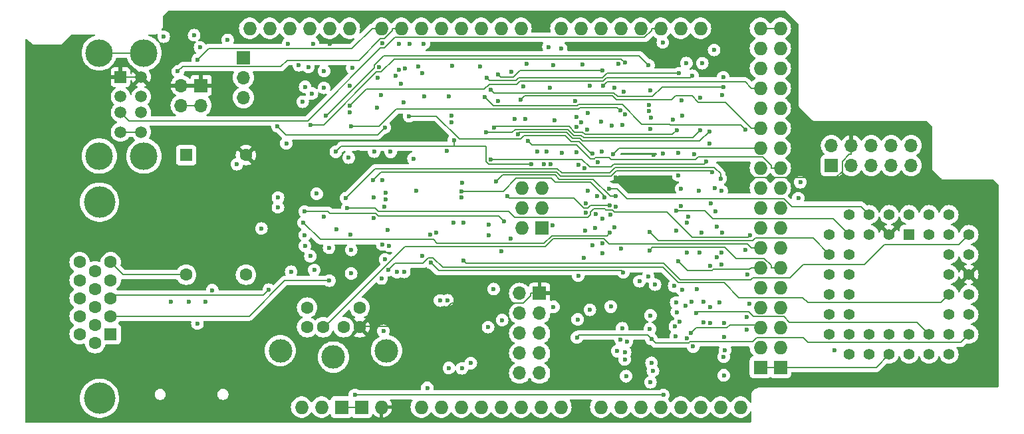
<source format=gbr>
%TF.GenerationSoftware,KiCad,Pcbnew,8.0.8+dfsg-1*%
%TF.CreationDate,2025-07-24T04:48:20-04:00*%
%TF.ProjectId,VGA_SRAM_SHUIELD_DOUBLE_BUFFER,5647415f-5352-4414-9d5f-53485549454c,rev?*%
%TF.SameCoordinates,Original*%
%TF.FileFunction,Copper,L3,Inr*%
%TF.FilePolarity,Positive*%
%FSLAX46Y46*%
G04 Gerber Fmt 4.6, Leading zero omitted, Abs format (unit mm)*
G04 Created by KiCad (PCBNEW 8.0.8+dfsg-1) date 2025-07-24 04:48:20*
%MOMM*%
%LPD*%
G01*
G04 APERTURE LIST*
%TA.AperFunction,ComponentPad*%
%ADD10R,1.700000X1.700000*%
%TD*%
%TA.AperFunction,ComponentPad*%
%ADD11O,1.700000X1.700000*%
%TD*%
%TA.AperFunction,ComponentPad*%
%ADD12R,1.500000X1.500000*%
%TD*%
%TA.AperFunction,ComponentPad*%
%ADD13C,1.500000*%
%TD*%
%TA.AperFunction,ComponentPad*%
%ADD14C,3.500000*%
%TD*%
%TA.AperFunction,ComponentPad*%
%ADD15C,4.000000*%
%TD*%
%TA.AperFunction,ComponentPad*%
%ADD16R,1.600000X1.600000*%
%TD*%
%TA.AperFunction,ComponentPad*%
%ADD17C,1.600000*%
%TD*%
%TA.AperFunction,ComponentPad*%
%ADD18R,1.422400X1.422400*%
%TD*%
%TA.AperFunction,ComponentPad*%
%ADD19C,1.422400*%
%TD*%
%TA.AperFunction,ComponentPad*%
%ADD20C,2.990000*%
%TD*%
%TA.AperFunction,ComponentPad*%
%ADD21O,1.727200X1.727200*%
%TD*%
%TA.AperFunction,ComponentPad*%
%ADD22R,1.727200X1.727200*%
%TD*%
%TA.AperFunction,ViaPad*%
%ADD23C,0.600000*%
%TD*%
%TA.AperFunction,Conductor*%
%ADD24C,0.200000*%
%TD*%
G04 APERTURE END LIST*
D10*
%TO.N,GND*%
%TO.C,J8*%
X55800000Y-137475000D03*
D11*
%TO.N,Net-(J8-Pin_2)*%
X55800000Y-140015000D03*
X55800000Y-142555000D03*
%TD*%
D12*
%TO.N,PWR*%
%TO.C,J1*%
X40152300Y-139940000D03*
D13*
%TO.N,Net-(A1-D18{slash}TX1)*%
X40152300Y-142440000D03*
%TO.N,Net-(A1-D19{slash}RX1)*%
X40152300Y-144440000D03*
%TO.N,GND*%
X40152300Y-146940000D03*
%TO.N,PWR*%
X42772300Y-139940000D03*
%TO.N,Net-(A1-D16{slash}TX2)*%
X42772300Y-142440000D03*
%TO.N,Net-(A1-D17{slash}RX2)*%
X42772300Y-144440000D03*
%TO.N,GND*%
X42772300Y-146940000D03*
D14*
X37442300Y-136870000D03*
X37442300Y-150010000D03*
X43122300Y-136870000D03*
X43122300Y-150010000D03*
%TD*%
D15*
%TO.N,N/C*%
%TO.C,J7*%
X37470000Y-155875000D03*
X37470000Y-180875000D03*
D16*
%TO.N,RED*%
X38890000Y-172690000D03*
D17*
%TO.N,GREEN*%
X38890000Y-170400000D03*
%TO.N,BLUE*%
X38890000Y-168110000D03*
%TO.N,unconnected-(J7-Pad4)*%
X38890000Y-165820000D03*
%TO.N,GND*%
X38890000Y-163530000D03*
X36910000Y-173835000D03*
X36910000Y-171545000D03*
X36910000Y-169255000D03*
%TO.N,unconnected-(J7-Pad9)*%
X36910000Y-166965000D03*
%TO.N,GND*%
X36910000Y-164675000D03*
%TO.N,unconnected-(J7-Pad11)*%
X34930000Y-172690000D03*
%TO.N,unconnected-(J7-Pad12)*%
X34930000Y-170400000D03*
%TO.N,Net-(J7-Pad13)*%
X34930000Y-168110000D03*
%TO.N,Net-(J7-Pad14)*%
X34930000Y-165820000D03*
%TO.N,unconnected-(J7-Pad15)*%
X34930000Y-163530000D03*
%TD*%
D18*
%TO.N,READY*%
%TO.C,U4*%
X140560000Y-160000000D03*
D19*
%TO.N,Net-(X1-OUT)*%
X138020000Y-157460000D03*
%TO.N,PWR*%
X138020000Y-160000000D03*
%TO.N,COUNTER_MEMADDR0*%
X135480000Y-157460000D03*
%TO.N,COUNTER_MEMADDR1*%
X135480000Y-160000000D03*
%TO.N,COUNTER_MEMADDR2*%
X132940000Y-157460000D03*
%TO.N,TDI*%
X130400000Y-160000000D03*
%TO.N,COUNTER_MEMADDR3*%
X132940000Y-160000000D03*
%TO.N,COUNTER_MEMADDR4*%
X130400000Y-162540000D03*
%TO.N,GND*%
X132940000Y-162540000D03*
%TO.N,COUNTER_MEMADDR5*%
X130400000Y-165080000D03*
%TO.N,COUNTER_MEMADDR6*%
X132940000Y-165080000D03*
%TO.N,TMS*%
X130400000Y-167620000D03*
%TO.N,COUNTER_MEMADDR7*%
X132940000Y-167620000D03*
%TO.N,PWR*%
X130400000Y-170160000D03*
%TO.N,COUNTER_MEMADDR8*%
X132940000Y-170160000D03*
%TO.N,COUNTER_MEMADDR9*%
X130400000Y-172700000D03*
%TO.N,COUNTER_MEMADDR10*%
X132940000Y-175240000D03*
%TO.N,COUNTER_MEMADDR11*%
X132940000Y-172700000D03*
%TO.N,COUNTER_MEMADDR12*%
X135480000Y-175240000D03*
%TO.N,COUNTER_MEMADDR13*%
X135480000Y-172700000D03*
%TO.N,GND*%
X138020000Y-175240000D03*
%TO.N,PWR*%
X138020000Y-172700000D03*
%TO.N,COUNTER_MEMADDR14*%
X140560000Y-175240000D03*
%TO.N,COUNTER_MEMADDR15*%
X140560000Y-172700000D03*
%TO.N,COUNTER_MEMADDR16*%
X143100000Y-175240000D03*
%TO.N,COUNTER_MEMADDR17*%
X143100000Y-172700000D03*
%TO.N,COUNTER_MEMADDR18*%
X145640000Y-175240000D03*
%TO.N,COUNTER_MEMADDR19*%
X148180000Y-172700000D03*
%TO.N,GND*%
X145640000Y-172700000D03*
%TO.N,unconnected-(U4-Pad31)*%
X148180000Y-170160000D03*
%TO.N,TCK*%
X145640000Y-170160000D03*
%TO.N,~{H_SYNC}*%
X148180000Y-167620000D03*
%TO.N,~{V_SYNC}*%
X145640000Y-167620000D03*
%TO.N,PWR*%
X148180000Y-165080000D03*
%TO.N,BANK_SELECT*%
X145640000Y-165080000D03*
%TO.N,unconnected-(U4-Pad37)*%
X148180000Y-162540000D03*
%TO.N,TDO*%
X145640000Y-162540000D03*
%TO.N,~{VGA_OUT}*%
X148180000Y-160000000D03*
%TO.N,unconnected-(U4-Pad40)*%
X145640000Y-157460000D03*
%TO.N,unconnected-(U4-Pad41)*%
X145640000Y-160000000D03*
%TO.N,GND*%
X143100000Y-157460000D03*
%TO.N,unconnected-(U4-Pad43)*%
X143100000Y-160000000D03*
%TO.N,unconnected-(U4-Pad44)*%
X140560000Y-157460000D03*
%TD*%
D17*
%TO.N,/PS2_DAT*%
%TO.C,J3*%
X65950000Y-171800000D03*
%TO.N,unconnected-(J3-Pad2)*%
X68550000Y-171800000D03*
%TO.N,GND*%
X63900000Y-171800000D03*
%TO.N,PWR*%
X70600000Y-171800000D03*
%TO.N,/PS2_CLK*%
X63900000Y-169310000D03*
%TO.N,unconnected-(J3-Pad6)*%
X70600000Y-169310000D03*
D20*
%TO.N,N/C*%
X74010000Y-174800000D03*
X67250000Y-175610000D03*
X60490000Y-174800000D03*
%TD*%
D16*
%TO.N,unconnected-(X1-NC-Pad1)*%
%TO.C,X1*%
X48490000Y-149880000D03*
D17*
%TO.N,GND*%
X48490000Y-165120000D03*
%TO.N,Net-(X1-OUT)*%
X56110000Y-165120000D03*
%TO.N,PWR*%
X56110000Y-149880000D03*
%TD*%
D10*
%TO.N,PWR*%
%TO.C,J2*%
X93500000Y-167500000D03*
D11*
%TO.N,Net-(J2-Pin_2)*%
X90960000Y-167500000D03*
%TO.N,Net-(J2-Pin_3)*%
X93500000Y-170040000D03*
%TO.N,Net-(J2-Pin_4)*%
X90960000Y-170040000D03*
%TO.N,Net-(J2-Pin_5)*%
X93500000Y-172580000D03*
%TO.N,Net-(J2-Pin_6)*%
X90960000Y-172580000D03*
%TO.N,Net-(J2-Pin_7)*%
X93500000Y-175120000D03*
%TO.N,Net-(J2-Pin_8)*%
X90960000Y-175120000D03*
%TO.N,Net-(J2-Pin_9)*%
X93500000Y-177660000D03*
%TO.N,GND*%
X90960000Y-177660000D03*
%TD*%
D10*
%TO.N,PWR*%
%TO.C,J4*%
X50400000Y-141020000D03*
D11*
X47860000Y-141020000D03*
%TO.N,GND*%
X50400000Y-143560000D03*
X47860000Y-143560000D03*
%TD*%
D10*
%TO.N,TCK*%
%TO.C,J5*%
X130660000Y-151200000D03*
D11*
%TO.N,GND*%
X130660000Y-148660000D03*
%TO.N,TDO*%
X133200000Y-151200000D03*
%TO.N,PWR*%
X133200000Y-148660000D03*
%TO.N,TMS*%
X135740000Y-151200000D03*
%TO.N,unconnected-(J5-Pin_6-Pad6)*%
X135740000Y-148660000D03*
%TO.N,unconnected-(J5-Pin_7-Pad7)*%
X138280000Y-151200000D03*
%TO.N,unconnected-(J5-Pin_8-Pad8)*%
X138280000Y-148660000D03*
%TO.N,TDI*%
X140820000Y-151200000D03*
%TO.N,GND*%
X140820000Y-148660000D03*
%TD*%
D21*
%TO.N,3.3V*%
%TO.C,A1*%
X63195200Y-181991000D03*
%TO.N,5V*%
X65735200Y-181991000D03*
X93802200Y-154051000D03*
X121615200Y-133731000D03*
X124155200Y-133731000D03*
%TO.N,Net-(J2-Pin_2)*%
X78435200Y-181991000D03*
%TO.N,Net-(J2-Pin_3)*%
X80975200Y-181991000D03*
%TO.N,Net-(J2-Pin_4)*%
X83515200Y-181991000D03*
%TO.N,Net-(J2-Pin_5)*%
X86055200Y-181991000D03*
%TO.N,Net-(J2-Pin_9)*%
X88595200Y-181991000D03*
%TO.N,Net-(J2-Pin_8)*%
X91135200Y-181991000D03*
%TO.N,Net-(J2-Pin_7)*%
X93675200Y-181991000D03*
%TO.N,Net-(J2-Pin_6)*%
X96215200Y-181991000D03*
%TO.N,DATA11*%
X101295200Y-181991000D03*
%TO.N,DATA12*%
X103835200Y-181991000D03*
%TO.N,DATA13*%
X106375200Y-181991000D03*
%TO.N,DATA14*%
X108915200Y-181991000D03*
%TO.N,unconnected-(A1-CANRX-PadCANR)*%
X116535200Y-181991000D03*
%TO.N,unconnected-(A1-CANTX-PadCANT)*%
X119075200Y-181991000D03*
%TO.N,unconnected-(A1-D0{slash}RX0-PadD0)*%
X91135200Y-133731000D03*
%TO.N,unconnected-(A1-D1{slash}TX0-PadD1)*%
X88595200Y-133731000D03*
%TO.N,/MCU OE*%
X86055200Y-133731000D03*
%TO.N,/MCU CE*%
X83515200Y-133731000D03*
%TO.N,/MCU WE*%
X80975200Y-133731000D03*
%TO.N,BANK_SELECT*%
X78435200Y-133731000D03*
%TO.N,Net-(A1-PadD6)*%
X75895200Y-133731000D03*
%TO.N,Net-(A1-PadD7)*%
X73355200Y-133731000D03*
%TO.N,unconnected-(A1-PadD8)*%
X69291200Y-133731000D03*
%TO.N,unconnected-(A1-PadD9)*%
X66751200Y-133731000D03*
%TO.N,/SD_CS*%
X64211200Y-133731000D03*
%TO.N,MCUMEMADDR7*%
X61671200Y-133731000D03*
%TO.N,MCUMEMADDR8*%
X59131200Y-133731000D03*
%TO.N,unconnected-(A1-PadD13)*%
X56591200Y-133731000D03*
%TO.N,MCUMEMADDR4*%
X96215200Y-133731000D03*
%TO.N,MCUMEMADDR5*%
X98755200Y-133731000D03*
%TO.N,Net-(A1-D16{slash}TX2)*%
X101295200Y-133731000D03*
%TO.N,Net-(A1-D17{slash}RX2)*%
X103835200Y-133731000D03*
%TO.N,Net-(A1-D18{slash}TX1)*%
X106375200Y-133731000D03*
%TO.N,Net-(A1-D19{slash}RX1)*%
X108915200Y-133731000D03*
%TO.N,unconnected-(A1-D20{slash}SDA-PadD20)*%
X111455200Y-133731000D03*
%TO.N,unconnected-(A1-D21{slash}SCL-PadD21)*%
X113995200Y-133731000D03*
%TO.N,unconnected-(A1-PadD22)*%
X121615200Y-136271000D03*
%TO.N,unconnected-(A1-PadD23)*%
X124155200Y-136271000D03*
%TO.N,unconnected-(A1-PadD24)*%
X121615200Y-138811000D03*
%TO.N,MCUMEMADDR0*%
X124155200Y-138811000D03*
%TO.N,MCUMEMADDR1*%
X121615200Y-141351000D03*
%TO.N,MCUMEMADDR2*%
X124155200Y-141351000D03*
%TO.N,MCUMEMADDR3*%
X121615200Y-143891000D03*
%TO.N,MCUMEMADDR6*%
X124155200Y-143891000D03*
%TO.N,MCUMEMADDR9*%
X121615200Y-146431000D03*
%TO.N,READY*%
X124155200Y-146431000D03*
%TO.N,MCUMEMADDR10*%
X121615200Y-148971000D03*
%TO.N,MCUMEMADDR11*%
X124155200Y-148971000D03*
%TO.N,MCUMEMADDR12*%
X121615200Y-151511000D03*
%TO.N,MCUMEMADDR13*%
X124155200Y-151511000D03*
%TO.N,MCUMEMADDR14*%
X121615200Y-154051000D03*
%TO.N,MCUMEMADDR15*%
X124155200Y-154051000D03*
%TO.N,MCUMEMADDR16*%
X121615200Y-156591000D03*
%TO.N,MCUMEMADDR17*%
X124155200Y-156591000D03*
%TO.N,MCUMEMADDR18*%
X121615200Y-159131000D03*
%TO.N,MCUMEMADDR19*%
X124155200Y-159131000D03*
%TO.N,/PS2_DAT*%
X121615200Y-161671000D03*
%TO.N,/PS2_CLK*%
X124155200Y-161671000D03*
%TO.N,DATA7*%
X121615200Y-164211000D03*
%TO.N,DATA6*%
X124155200Y-164211000D03*
%TO.N,DATA5*%
X121615200Y-166751000D03*
%TO.N,DATA4*%
X124155200Y-166751000D03*
%TO.N,DATA3*%
X121615200Y-169291000D03*
%TO.N,DATA2*%
X124155200Y-169291000D03*
%TO.N,DATA1*%
X121615200Y-171831000D03*
%TO.N,DATA0*%
X124155200Y-171831000D03*
%TO.N,DATA15*%
X121615200Y-174371000D03*
%TO.N,DATA8*%
X124155200Y-174371000D03*
%TO.N,DATA9*%
X111455200Y-181991000D03*
%TO.N,DATA10*%
X113995200Y-181991000D03*
D22*
%TO.N,GND*%
X68275200Y-181991000D03*
X70815200Y-181991000D03*
X93802200Y-159131000D03*
X121615200Y-176911000D03*
X124155200Y-176911000D03*
D21*
%TO.N,Net-(A1-SPI_MISO)*%
X91262200Y-154051000D03*
%TO.N,Net-(A1-SPI_MOSI)*%
X93802200Y-156591000D03*
%TO.N,unconnected-(A1-SPI_RESET-PadRST2)*%
X91262200Y-159131000D03*
%TO.N,Net-(A1-SPI_SCK)*%
X91262200Y-156591000D03*
%TO.N,PWR*%
X73355200Y-181991000D03*
%TD*%
D23*
%TO.N,DATA_BANK22*%
X115888100Y-157059200D03*
X69306500Y-141052600D03*
X107633400Y-146529200D03*
%TO.N,Net-(A1-SPI_MISO)*%
X46559800Y-168552600D03*
%TO.N,DATA_BANK27*%
X103543000Y-138246400D03*
X116638800Y-163854900D03*
X69504900Y-146186400D03*
X103751200Y-144194900D03*
%TO.N,DATA_BANK20*%
X69638100Y-138793300D03*
X102699300Y-146122500D03*
%TO.N,DATA_BANK21*%
X66060700Y-139156700D03*
X104032400Y-146060000D03*
%TO.N,DATA_BANK23*%
X116100800Y-158982100D03*
X109233800Y-149652700D03*
X72798200Y-143855000D03*
%TO.N,DATA_BANK24*%
X112972800Y-139768500D03*
X116700800Y-159752600D03*
X69313500Y-143564700D03*
%TO.N,Net-(A1-SPI_SCK)*%
X48818200Y-168570000D03*
%TO.N,MCUMEMADDR13*%
X91998000Y-148047800D03*
X117108800Y-174723900D03*
%TO.N,MCUMEMADDR19*%
X119732100Y-146599300D03*
X86506500Y-142480400D03*
%TO.N,MCUMEMADDR12*%
X116964600Y-173055700D03*
X95443900Y-145468900D03*
%TO.N,MCUMEMADDR16*%
X116711300Y-142259000D03*
X85939500Y-138612200D03*
%TO.N,MCUMEMADDR2*%
X103015800Y-141274300D03*
X104021500Y-171949200D03*
%TO.N,MCUMEMADDR0*%
X110985500Y-169882700D03*
%TO.N,MCUMEMADDR14*%
X116953700Y-175569600D03*
X94861200Y-151036900D03*
%TO.N,MCUMEMADDR11*%
X99533800Y-146663200D03*
X115184600Y-171245000D03*
%TO.N,MCUMEMADDR3*%
X107426600Y-143476600D03*
X103798400Y-173407200D03*
%TO.N,MCUMEMADDR9*%
X91073200Y-142869100D03*
X115250500Y-169205000D03*
%TO.N,MCUMEMADDR5*%
X104395300Y-174994800D03*
X104193400Y-141794300D03*
%TO.N,MCUMEMADDR6*%
X107696000Y-145084400D03*
X104343800Y-175910000D03*
%TO.N,MCUMEMADDR8*%
X116364300Y-168628300D03*
X91821700Y-138271400D03*
%TO.N,MCUMEMADDR18*%
X116896300Y-141187900D03*
X87272300Y-141548700D03*
%TO.N,MCUMEMADDR15*%
X116956200Y-177945000D03*
X94423300Y-149427600D03*
%TO.N,MCUMEMADDR7*%
X104513900Y-178050600D03*
X110462100Y-145409200D03*
%TO.N,MCUMEMADDR4*%
X107438800Y-144284200D03*
X104394900Y-144683000D03*
X103371900Y-174862400D03*
%TO.N,DATA_BANK26*%
X116103800Y-162872700D03*
X104344300Y-138102000D03*
X64303400Y-146036000D03*
%TO.N,DATA_BANK25*%
X116635400Y-162272600D03*
X66322000Y-144829900D03*
X107373700Y-138432500D03*
%TO.N,DATA_BANK17*%
X73271600Y-142254600D03*
X79640100Y-163601700D03*
X104164000Y-164802600D03*
%TO.N,DATA_BANK11*%
X78820600Y-142397500D03*
X103232200Y-156480000D03*
%TO.N,DATA_BANK12*%
X76897100Y-144933500D03*
X100214800Y-149724700D03*
X102552900Y-157498200D03*
%TO.N,DATA_BANK16*%
X75850800Y-140806000D03*
X101524100Y-162350200D03*
%TO.N,DATA_BANK15*%
X100264000Y-161386600D03*
X82297300Y-145695700D03*
X73480800Y-135648300D03*
%TO.N,DATA_BANK14*%
X75557100Y-139030800D03*
X103048600Y-159098600D03*
%TO.N,DATA_BANK10*%
X77458100Y-150331700D03*
X111525800Y-154187100D03*
X76166100Y-143211100D03*
%TO.N,DATA_BANK13*%
X81954300Y-142397500D03*
X99327300Y-159494300D03*
%TO.N,~{VGA_OUT 1}*%
X72875900Y-140046100D03*
X79532200Y-160036100D03*
%TO.N,~{VGA_OUT 2}*%
X54945300Y-151055500D03*
X87016800Y-160123900D03*
%TO.N,MCUMEMADDR10*%
X102832100Y-149795200D03*
X94805800Y-141312400D03*
X119906000Y-170480600D03*
%TO.N,MCUMEMADDR17*%
X89863600Y-139285700D03*
X116883900Y-139968100D03*
%TO.N,DATA2*%
X111662700Y-167082000D03*
X100680900Y-157375600D03*
%TO.N,MCUMEMADDR1*%
X101623500Y-141077600D03*
X102569400Y-169188200D03*
%TO.N,/MCU OE*%
X94061000Y-151036900D03*
X79194600Y-179539000D03*
%TO.N,Net-(A1-SPI_MOSI)*%
X50998200Y-168564900D03*
%TO.N,~{WE_BANK2}*%
X110982300Y-146706100D03*
X87682400Y-146348600D03*
X83810000Y-158522100D03*
%TO.N,DATA1*%
X112780100Y-172534600D03*
X111480000Y-156389400D03*
%TO.N,~{OE_BANK2}*%
X94643300Y-136099700D03*
X86945300Y-171802300D03*
%TO.N,~{OE_BANK1}*%
X64644700Y-135692100D03*
X81773900Y-168390900D03*
%TO.N,DATA3*%
X112464300Y-157705500D03*
X101477800Y-157949700D03*
%TO.N,Net-(A1-PadD7)*%
X49969300Y-137727100D03*
%TO.N,~{MCU_WE}*%
X84741700Y-176388500D03*
X82540000Y-158504300D03*
X87039100Y-158708000D03*
%TO.N,MEMADDR_BANK217*%
X111662500Y-144852100D03*
X107549800Y-172008800D03*
%TO.N,MEMADDR_BANK219*%
X113175800Y-149812100D03*
X112229600Y-173211400D03*
X110628500Y-166556700D03*
%TO.N,MEMADDR_BANK216*%
X111616800Y-142921800D03*
X107618300Y-170310200D03*
%TO.N,MEMADDR_BANK218*%
X107633000Y-141649800D03*
X104627200Y-173636600D03*
%TO.N,DATA0*%
X113523900Y-166924100D03*
X99623000Y-154414200D03*
%TO.N,MEMADDR_BANK211*%
X99858400Y-141065900D03*
X112193800Y-138167800D03*
X113746400Y-154464900D03*
%TO.N,MEMADDR_BANK213*%
X113897900Y-162272600D03*
X114212600Y-138178600D03*
X86709700Y-147013400D03*
X113951600Y-146695900D03*
%TO.N,MEMADDR_BANK212*%
X110928400Y-159484300D03*
X88178100Y-143027300D03*
X113980800Y-142559000D03*
%TO.N,MEMADDR_BANK214*%
X114100300Y-159748300D03*
X90754400Y-147219600D03*
X115137400Y-146855100D03*
X115722800Y-136496700D03*
%TO.N,MEMADDR_BANK215*%
X87299000Y-150433700D03*
X114724500Y-150743200D03*
X115122900Y-148378100D03*
X115206600Y-163984200D03*
%TO.N,MEMADDR_BANK28*%
X88178100Y-139598800D03*
X101488600Y-139140200D03*
%TO.N,MEMADDR_BANK29*%
X111161000Y-152453300D03*
X82334900Y-138545700D03*
X109189700Y-135534800D03*
%TO.N,MEMADDR_BANK210*%
X111135300Y-149589300D03*
X86768300Y-139998100D03*
X111239000Y-139462000D03*
%TO.N,MEMADDR_BANK20*%
X100785100Y-155075000D03*
X101427600Y-149443700D03*
%TO.N,MEMADDR_BANK27*%
X98418800Y-165227200D03*
X93176100Y-149466300D03*
X98198600Y-146335900D03*
X98921300Y-138380200D03*
%TO.N,MEMADDR_BANK22*%
X99395600Y-157215000D03*
X98462100Y-151149600D03*
%TO.N,MEMADDR_BANK23*%
X99621800Y-144486200D03*
X100563400Y-159178500D03*
%TO.N,MEMADDR_BANK25*%
X101464300Y-161149900D03*
X98177700Y-149513900D03*
X96248100Y-136347400D03*
%TO.N,5V*%
X98766300Y-145675300D03*
X49936800Y-171343100D03*
%TO.N,DATA7*%
X111194400Y-163427800D03*
%TO.N,MEMADDR_BANK21*%
X99363000Y-156014700D03*
X99186700Y-151556700D03*
%TO.N,MEMADDR_BANK26*%
X99148600Y-162963200D03*
X95252900Y-138466800D03*
X96365400Y-149622300D03*
%TO.N,/MCU WE*%
X83632600Y-153428800D03*
X83612300Y-177053000D03*
%TO.N,MEMADDR_BANK24*%
X95172900Y-158853000D03*
X98223500Y-145072800D03*
%TO.N,BANK_SELECT*%
X83556100Y-154479700D03*
X101758800Y-155245700D03*
X95274700Y-169219200D03*
%TO.N,COUNTER_MEMADDR16*%
X112089400Y-169082200D03*
%TO.N,MEMADDR_BANK118*%
X101323400Y-145613800D03*
X119885800Y-172096800D03*
%TO.N,MEMADDR_BANK119*%
X113053600Y-174282400D03*
X91687800Y-145269700D03*
%TO.N,COUNTER_MEMADDR18*%
X110735100Y-171682300D03*
%TO.N,COUNTER_MEMADDR19*%
X107746500Y-173317300D03*
X98257600Y-173115000D03*
%TO.N,MEMADDR_BANK117*%
X116970600Y-171249200D03*
X98038100Y-143000800D03*
X82316800Y-144845600D03*
%TO.N,MEMADDR_BANK116*%
X114366800Y-171230800D03*
X91412100Y-141097700D03*
X90349000Y-145269700D03*
%TO.N,COUNTER_MEMADDR17*%
X113470400Y-170012200D03*
%TO.N,MEMADDR_BANK19*%
X111341500Y-171109700D03*
X73605500Y-172283200D03*
X60188800Y-156521100D03*
X75564700Y-135687000D03*
%TO.N,MEMADDR_BANK111*%
X110836000Y-172967800D03*
X102423800Y-159797700D03*
X63411600Y-158488600D03*
X75150800Y-139771800D03*
%TO.N,COUNTER_MEMADDR12*%
X69024200Y-156641900D03*
X120319100Y-160066900D03*
%TO.N,COUNTER_MEMADDR11*%
X73753600Y-156456000D03*
X115282700Y-156009600D03*
%TO.N,COUNTER_MEMADDR15*%
X119969200Y-165117300D03*
X73825000Y-163185400D03*
%TO.N,MEMADDR_BANK18*%
X66051900Y-141318800D03*
X60190800Y-155288100D03*
X99903700Y-169589600D03*
X89831900Y-160514100D03*
%TO.N,COUNTER_MEMADDR14*%
X119700900Y-161989200D03*
X73473300Y-161279200D03*
%TO.N,COUNTER_MEMADDR10*%
X72386900Y-155267200D03*
X115825300Y-154056500D03*
%TO.N,COUNTER_MEMADDR8*%
X72280200Y-153072800D03*
X115507600Y-152054900D03*
%TO.N,Net-(A1-PadD6)*%
X47439200Y-139226600D03*
%TO.N,COUNTER_MEMADDR13*%
X72396000Y-157902800D03*
X112232400Y-158505700D03*
X131056000Y-174712600D03*
%TO.N,MEMADDR_BANK112*%
X112870300Y-168564800D03*
X63621200Y-161455600D03*
X76970900Y-135685300D03*
%TO.N,MEMADDR_BANK113*%
X78050000Y-138618200D03*
X107761900Y-176358900D03*
X66687600Y-161705900D03*
%TO.N,COUNTER_MEMADDR9*%
X68845300Y-155365100D03*
X116558400Y-152874900D03*
X126696700Y-153345200D03*
%TO.N,MEMADDR_BANK110*%
X66038500Y-157727900D03*
X76374000Y-138862200D03*
X110889100Y-168682400D03*
X73370300Y-165600300D03*
%TO.N,MEMADDR_BANK115*%
X109250000Y-180446500D03*
X69987800Y-180446500D03*
X61862000Y-164753300D03*
X81689400Y-149364200D03*
%TO.N,MEMADDR_BANK114*%
X63579600Y-157063300D03*
X78755200Y-135681600D03*
X88978700Y-158308700D03*
X107936800Y-177368100D03*
%TO.N,~{COUNTER_BANK1}*%
X80822200Y-168400900D03*
X114395300Y-168564800D03*
X116678700Y-154431300D03*
X77827300Y-154430600D03*
X78561100Y-139420700D03*
X88725300Y-170899400D03*
%TO.N,MEMADDR_BANK13*%
X74130100Y-159416300D03*
%TO.N,COUNTER_MEMADDR7*%
X106225100Y-165956600D03*
%TO.N,COUNTER_MEMADDR6*%
X88597000Y-162173300D03*
X103899000Y-161806600D03*
X108197300Y-166378100D03*
%TO.N,COUNTER_MEMADDR5*%
X112297500Y-162267600D03*
%TO.N,MEMADDR_BANK12*%
X73930700Y-155489600D03*
%TO.N,COUNTER_MEMADDR0*%
X102344300Y-154133700D03*
%TO.N,COUNTER_MEMADDR1*%
X103232200Y-155142600D03*
X87948800Y-153259700D03*
X126439400Y-155389200D03*
%TO.N,COUNTER_MEMADDR4*%
X107532000Y-159691800D03*
%TO.N,COUNTER_MEMADDR2*%
X102432000Y-156269900D03*
X89409500Y-155092100D03*
%TO.N,MEMADDR_BANK14*%
X65122800Y-154806400D03*
X61249100Y-148380800D03*
%TO.N,MEMADDR_BANK10*%
X73462500Y-153071200D03*
%TO.N,MEMADDR_BANK17*%
X76270000Y-164774400D03*
X64055300Y-138663700D03*
%TO.N,MEMADDR_BANK11*%
X73930700Y-154667100D03*
X83576700Y-155295200D03*
X98347300Y-170819600D03*
%TO.N,MEMADDR_BANK15*%
X61465400Y-135696100D03*
X78532300Y-162735300D03*
%TO.N,COUNTER_MEMADDR3*%
X110910100Y-156951200D03*
%TO.N,MEMADDR_BANK16*%
X67601100Y-159366900D03*
X62850000Y-138438300D03*
%TO.N,~{VGA_OUT}*%
X83833100Y-163351700D03*
%TO.N,Net-(U21-B7)*%
X74303800Y-161447300D03*
X72438800Y-149444100D03*
%TO.N,Net-(U21-B6)*%
X69192100Y-150210400D03*
X69408500Y-160014300D03*
%TO.N,Net-(U21-B5)*%
X63609800Y-160062100D03*
X60114000Y-146199900D03*
X73802300Y-146368100D03*
%TO.N,Net-(U21-B4)*%
X74525800Y-149464600D03*
X75325000Y-164788500D03*
%TO.N,Net-(U21-B3)*%
X69364400Y-144438300D03*
X69514900Y-161964800D03*
%TO.N,Net-(U21-B2)*%
X63336800Y-143087600D03*
X64315400Y-162767500D03*
%TO.N,Net-(U21-B1)*%
X69505000Y-164970000D03*
X64508300Y-142038500D03*
%TO.N,Net-(U21-B0)*%
X63651700Y-141197500D03*
X64810100Y-164515900D03*
%TO.N,/MCU CE*%
X80338700Y-159746400D03*
X81952200Y-177013300D03*
%TO.N,RED*%
X58082100Y-159249300D03*
%TO.N,Net-(J7-Pad14)*%
X50269100Y-136173000D03*
%TO.N,Net-(J7-Pad13)*%
X45634200Y-134797600D03*
%TO.N,BLUE*%
X59021300Y-167035900D03*
%TO.N,DATA6*%
X107481500Y-162077800D03*
%TO.N,GREEN*%
X66737600Y-165875700D03*
%TO.N,GND*%
X87650300Y-166957300D03*
X67553600Y-149471100D03*
X107615000Y-178830000D03*
X107327300Y-165341200D03*
X92421800Y-151036900D03*
X82586700Y-147998200D03*
X73033300Y-138709300D03*
X100926400Y-150792600D03*
%TO.N,/PS2_CLK*%
X120242300Y-168815700D03*
%TO.N,/SD_CS*%
X51821700Y-167096200D03*
%TO.N,~{V_SYNC}*%
X74219900Y-164526600D03*
X53789600Y-135212600D03*
%TO.N,~{H_SYNC}*%
X49515100Y-134606200D03*
%TO.N,PWR*%
X119907200Y-152740500D03*
X66791700Y-135710000D03*
X108033500Y-149841700D03*
X70428300Y-149500900D03*
X103232200Y-152758300D03*
X84853300Y-136346900D03*
%TD*%
D24*
%TO.N,DATA_BANK27*%
X73091100Y-146186400D02*
X69504900Y-146186400D01*
X75250000Y-144027500D02*
X73091100Y-146186400D01*
X98482400Y-144027500D02*
X75250000Y-144027500D01*
X98658400Y-143851500D02*
X98482400Y-144027500D01*
X103407800Y-143851500D02*
X98658400Y-143851500D01*
X103751200Y-144194900D02*
X103407800Y-143851500D01*
%TO.N,DATA_BANK24*%
X71414700Y-141463500D02*
X69313500Y-143564700D01*
X86456500Y-141463500D02*
X71414700Y-141463500D01*
X87068700Y-140851300D02*
X86456500Y-141463500D01*
X90595200Y-140851300D02*
X87068700Y-140851300D01*
X90984200Y-140462300D02*
X90595200Y-140851300D01*
X101628600Y-140462300D02*
X90984200Y-140462300D01*
X102028700Y-140062200D02*
X101628600Y-140462300D01*
X112679100Y-140062200D02*
X102028700Y-140062200D01*
X112972800Y-139768500D02*
X112679100Y-140062200D01*
%TO.N,MCUMEMADDR13*%
X124155200Y-151511000D02*
X122991500Y-151511000D01*
X122991500Y-151239800D02*
X122991500Y-151511000D01*
X121894800Y-150143100D02*
X122991500Y-151239800D01*
X113693500Y-150143100D02*
X121894800Y-150143100D01*
X113380500Y-150456100D02*
X113693500Y-150143100D01*
X102644400Y-150456100D02*
X113380500Y-150456100D01*
X102374000Y-150185700D02*
X102644400Y-150456100D01*
X100602600Y-150185700D02*
X102374000Y-150185700D01*
X100460800Y-150327500D02*
X100602600Y-150185700D01*
X99969000Y-150327500D02*
X100460800Y-150327500D01*
X98216200Y-148574700D02*
X99969000Y-150327500D01*
X92524900Y-148574700D02*
X98216200Y-148574700D01*
X91998000Y-148047800D02*
X92524900Y-148574700D01*
%TO.N,MCUMEMADDR19*%
X87653500Y-143627400D02*
X86506500Y-142480400D01*
X98316700Y-143627400D02*
X87653500Y-143627400D01*
X98492700Y-143451400D02*
X98316700Y-143627400D01*
X104062500Y-143451400D02*
X98492700Y-143451400D01*
X106533100Y-145922000D02*
X104062500Y-143451400D01*
X110091900Y-145922000D02*
X106533100Y-145922000D01*
X110179200Y-146009300D02*
X110091900Y-145922000D01*
X119142100Y-146009300D02*
X110179200Y-146009300D01*
X119732100Y-146599300D02*
X119142100Y-146009300D01*
%TO.N,MCUMEMADDR9*%
X121615200Y-146431000D02*
X120451500Y-146431000D01*
X91583900Y-142358400D02*
X91073200Y-142869100D01*
X102777200Y-142358400D02*
X91583900Y-142358400D01*
X103270000Y-142851200D02*
X102777200Y-142358400D01*
X110319400Y-142851200D02*
X103270000Y-142851200D01*
X110848900Y-142321700D02*
X110319400Y-142851200D01*
X112894900Y-142321700D02*
X110848900Y-142321700D01*
X113732300Y-143159100D02*
X112894900Y-142321700D01*
X117179600Y-143159100D02*
X113732300Y-143159100D01*
X120451500Y-146431000D02*
X117179600Y-143159100D01*
%TO.N,MCUMEMADDR18*%
X87681900Y-141958300D02*
X87272300Y-141548700D01*
X102942900Y-141958300D02*
X87681900Y-141958300D01*
X103432500Y-142447900D02*
X102942900Y-141958300D01*
X107847300Y-142447900D02*
X103432500Y-142447900D01*
X109107300Y-141187900D02*
X107847300Y-142447900D01*
X116896300Y-141187900D02*
X109107300Y-141187900D01*
%TO.N,DATA_BANK26*%
X65989500Y-146036000D02*
X64303400Y-146036000D01*
X72716100Y-139309400D02*
X65989500Y-146036000D01*
X73281900Y-139309400D02*
X72716100Y-139309400D01*
X74962700Y-137628600D02*
X73281900Y-139309400D01*
X103870900Y-137628600D02*
X74962700Y-137628600D01*
X104344300Y-138102000D02*
X103870900Y-137628600D01*
%TO.N,DATA_BANK25*%
X66398900Y-144829900D02*
X66322000Y-144829900D01*
X72433200Y-138795600D02*
X66398900Y-144829900D01*
X72433200Y-138460800D02*
X72433200Y-138795600D01*
X73673000Y-137221000D02*
X72433200Y-138460800D01*
X106162200Y-137221000D02*
X73673000Y-137221000D01*
X107373700Y-138432500D02*
X106162200Y-137221000D01*
%TO.N,DATA_BANK17*%
X103963400Y-164602000D02*
X104164000Y-164802600D01*
X80640400Y-164602000D02*
X103963400Y-164602000D01*
X79640100Y-163601700D02*
X80640400Y-164602000D01*
%TO.N,DATA_BANK12*%
X80370700Y-144933500D02*
X76897100Y-144933500D01*
X83286400Y-147849200D02*
X80370700Y-144933500D01*
X91079200Y-147849200D02*
X83286400Y-147849200D01*
X91494400Y-147434000D02*
X91079200Y-147849200D01*
X96750700Y-147434000D02*
X91494400Y-147434000D01*
X97491300Y-148174600D02*
X96750700Y-147434000D01*
X98499000Y-148174600D02*
X97491300Y-148174600D01*
X100049100Y-149724700D02*
X98499000Y-148174600D01*
X100214800Y-149724700D02*
X100049100Y-149724700D01*
%TO.N,MCUMEMADDR10*%
X121615200Y-148971000D02*
X120451500Y-148971000D01*
X103649100Y-148978200D02*
X102832100Y-149795200D01*
X120444300Y-148978200D02*
X103649100Y-148978200D01*
X120451500Y-148971000D02*
X120444300Y-148978200D01*
%TO.N,MCUMEMADDR1*%
X121615200Y-141351000D02*
X120451500Y-141351000D01*
X119678500Y-140578000D02*
X120451500Y-141351000D01*
X102123100Y-140578000D02*
X119678500Y-140578000D01*
X101623500Y-141077600D02*
X102123100Y-140578000D01*
%TO.N,~{WE_BANK2}*%
X110425100Y-147263300D02*
X110982300Y-146706100D01*
X99285100Y-147263300D02*
X110425100Y-147263300D01*
X98996100Y-146974300D02*
X99285100Y-147263300D01*
X97988400Y-146974300D02*
X98996100Y-146974300D01*
X97227300Y-146213200D02*
X97988400Y-146974300D01*
X87817800Y-146213200D02*
X97227300Y-146213200D01*
X87682400Y-146348600D02*
X87817800Y-146213200D01*
%TO.N,DATA1*%
X113417700Y-171897000D02*
X112780100Y-172534600D01*
X117364600Y-171897000D02*
X113417700Y-171897000D01*
X117765000Y-171496600D02*
X117364600Y-171897000D01*
X121280800Y-171496600D02*
X117765000Y-171496600D01*
X121615200Y-171831000D02*
X121280800Y-171496600D01*
%TO.N,Net-(A1-PadD7)*%
X73355200Y-133731000D02*
X72191500Y-133731000D01*
X69612400Y-136310100D02*
X72191500Y-133731000D01*
X51386300Y-136310100D02*
X69612400Y-136310100D01*
X49969300Y-137727100D02*
X51386300Y-136310100D01*
%TO.N,MEMADDR_BANK213*%
X112984100Y-147663400D02*
X113951600Y-146695900D01*
X99119400Y-147663400D02*
X112984100Y-147663400D01*
X98830400Y-147374400D02*
X99119400Y-147663400D01*
X97822700Y-147374400D02*
X98830400Y-147374400D01*
X97061600Y-146613300D02*
X97822700Y-147374400D01*
X90386400Y-146613300D02*
X97061600Y-146613300D01*
X89986300Y-147013400D02*
X90386400Y-146613300D01*
X86709700Y-147013400D02*
X89986300Y-147013400D01*
%TO.N,MEMADDR_BANK214*%
X113885200Y-148107300D02*
X115137400Y-146855100D01*
X98997500Y-148107300D02*
X113885200Y-148107300D01*
X98664700Y-147774500D02*
X98997500Y-148107300D01*
X97657000Y-147774500D02*
X98664700Y-147774500D01*
X96895900Y-147013400D02*
X97657000Y-147774500D01*
X90960600Y-147013400D02*
X96895900Y-147013400D01*
X90754400Y-147219600D02*
X90960600Y-147013400D01*
%TO.N,MEMADDR_BANK215*%
X98912400Y-150433700D02*
X87299000Y-150433700D01*
X99895200Y-151416500D02*
X98912400Y-150433700D01*
X102593800Y-151416500D02*
X99895200Y-151416500D01*
X102971500Y-151038800D02*
X102593800Y-151416500D01*
X114428900Y-151038800D02*
X102971500Y-151038800D01*
X114724500Y-150743200D02*
X114428900Y-151038800D01*
%TO.N,MEMADDR_BANK28*%
X90974500Y-139140200D02*
X101488600Y-139140200D01*
X90163600Y-139951100D02*
X90974500Y-139140200D01*
X88530400Y-139951100D02*
X90163600Y-139951100D01*
X88178100Y-139598800D02*
X88530400Y-139951100D01*
%TO.N,MEMADDR_BANK210*%
X87121400Y-140351200D02*
X86768300Y-139998100D01*
X90529500Y-140351200D02*
X87121400Y-140351200D01*
X90829600Y-140051100D02*
X90529500Y-140351200D01*
X101473900Y-140051100D02*
X90829600Y-140051100D01*
X102063000Y-139462000D02*
X101473900Y-140051100D01*
X111239000Y-139462000D02*
X102063000Y-139462000D01*
%TO.N,5V*%
X124155200Y-133731000D02*
X121615200Y-133731000D01*
%TO.N,DATA7*%
X121615200Y-164211000D02*
X120451500Y-164211000D01*
X112350900Y-164584300D02*
X111194400Y-163427800D01*
X115455200Y-164584300D02*
X112350900Y-164584300D01*
X115584500Y-164455000D02*
X115455200Y-164584300D01*
X120207500Y-164455000D02*
X115584500Y-164455000D01*
X120451500Y-164211000D02*
X120207500Y-164455000D01*
%TO.N,BANK_SELECT*%
X101758800Y-155135500D02*
X101758800Y-155245700D01*
X99980500Y-153357200D02*
X101758800Y-155135500D01*
X95527400Y-153357200D02*
X99980500Y-153357200D01*
X95007600Y-152837400D02*
X95527400Y-153357200D01*
X90519700Y-152837400D02*
X95007600Y-152837400D01*
X88877400Y-154479700D02*
X90519700Y-152837400D01*
X83556100Y-154479700D02*
X88877400Y-154479700D01*
%TO.N,COUNTER_MEMADDR19*%
X147151300Y-173728700D02*
X148180000Y-172700000D01*
X127639500Y-173728700D02*
X147151300Y-173728700D01*
X127078400Y-173167600D02*
X127639500Y-173728700D01*
X121116300Y-173167600D02*
X127078400Y-173167600D01*
X120612500Y-173671400D02*
X121116300Y-173167600D01*
X112618300Y-173671400D02*
X120612500Y-173671400D01*
X112478200Y-173811500D02*
X112618300Y-173671400D01*
X108240700Y-173811500D02*
X112478200Y-173811500D01*
X107746500Y-173317300D02*
X108240700Y-173811500D01*
X98565500Y-172807100D02*
X98257600Y-173115000D01*
X107236300Y-172807100D02*
X98565500Y-172807100D01*
X107746500Y-173317300D02*
X107236300Y-172807100D01*
%TO.N,COUNTER_MEMADDR17*%
X141571600Y-171171600D02*
X143100000Y-172700000D01*
X125319200Y-171171600D02*
X141571600Y-171171600D01*
X124602400Y-170454800D02*
X125319200Y-171171600D01*
X120753500Y-170454800D02*
X124602400Y-170454800D01*
X120121200Y-169822500D02*
X120753500Y-170454800D01*
X113660100Y-169822500D02*
X120121200Y-169822500D01*
X113470400Y-170012200D02*
X113660100Y-169822500D01*
%TO.N,MEMADDR_BANK111*%
X102071800Y-160149700D02*
X102423800Y-159797700D01*
X95030500Y-160149700D02*
X102071800Y-160149700D01*
X94066000Y-161114200D02*
X95030500Y-160149700D01*
X80444300Y-161114200D02*
X94066000Y-161114200D01*
X79982600Y-160652500D02*
X80444300Y-161114200D01*
X65575500Y-160652500D02*
X79982600Y-160652500D01*
X63411600Y-158488600D02*
X65575500Y-160652500D01*
%TO.N,COUNTER_MEMADDR12*%
X120019000Y-160367000D02*
X120319100Y-160066900D01*
X112972800Y-160367000D02*
X120019000Y-160367000D01*
X109709800Y-157104000D02*
X112972800Y-160367000D01*
X103007600Y-157104000D02*
X109709800Y-157104000D01*
X102773700Y-156870100D02*
X103007600Y-157104000D01*
X101929900Y-156870100D02*
X102773700Y-156870100D01*
X101812700Y-156752900D02*
X101929900Y-156870100D01*
X100422700Y-156752900D02*
X101812700Y-156752900D01*
X99995700Y-157179900D02*
X100422700Y-156752900D01*
X99995700Y-157463600D02*
X99995700Y-157179900D01*
X99644200Y-157815100D02*
X99995700Y-157463600D01*
X90300200Y-157815100D02*
X99644200Y-157815100D01*
X89571500Y-157086400D02*
X90300200Y-157815100D01*
X72994200Y-157086400D02*
X89571500Y-157086400D01*
X72549700Y-156641900D02*
X72994200Y-157086400D01*
X69024200Y-156641900D02*
X72549700Y-156641900D01*
%TO.N,COUNTER_MEMADDR8*%
X73315800Y-152037200D02*
X72280200Y-153072800D01*
X95621800Y-152037200D02*
X73315800Y-152037200D01*
X96141500Y-152556900D02*
X95621800Y-152037200D01*
X102585100Y-152556900D02*
X96141500Y-152556900D01*
X103288900Y-151853100D02*
X102585100Y-152556900D01*
X115305800Y-151853100D02*
X103288900Y-151853100D01*
X115507600Y-152054900D02*
X115305800Y-151853100D01*
%TO.N,Net-(A1-PadD6)*%
X75895200Y-133731000D02*
X74731500Y-133731000D01*
X48040700Y-138625100D02*
X47439200Y-139226600D01*
X60521700Y-138625100D02*
X48040700Y-138625100D01*
X61348400Y-137798400D02*
X60521700Y-138625100D01*
X70482200Y-137798400D02*
X61348400Y-137798400D01*
X73232400Y-135048200D02*
X70482200Y-137798400D01*
X73719200Y-135048200D02*
X73232400Y-135048200D01*
X74731500Y-134035900D02*
X73719200Y-135048200D01*
X74731500Y-133731000D02*
X74731500Y-134035900D01*
%TO.N,COUNTER_MEMADDR9*%
X72573300Y-151637100D02*
X68845300Y-155365100D01*
X95787500Y-151637100D02*
X72573300Y-151637100D01*
X96307200Y-152156800D02*
X95787500Y-151637100D01*
X102419300Y-152156800D02*
X96307200Y-152156800D01*
X103137200Y-151438900D02*
X102419300Y-152156800D01*
X115740300Y-151438900D02*
X103137200Y-151438900D01*
X116558400Y-152257000D02*
X115740300Y-151438900D01*
X116558400Y-152874900D02*
X116558400Y-152257000D01*
%TO.N,MEMADDR_BANK115*%
X69987800Y-180446500D02*
X109250000Y-180446500D01*
%TO.N,MEMADDR_BANK114*%
X88326400Y-157656400D02*
X88978700Y-158308700D01*
X72998400Y-157656400D02*
X88326400Y-157656400D01*
X72644600Y-157302600D02*
X72998400Y-157656400D01*
X66805800Y-157302600D02*
X72644600Y-157302600D01*
X66566500Y-157063300D02*
X66805800Y-157302600D01*
X63579600Y-157063300D02*
X66566500Y-157063300D01*
%TO.N,COUNTER_MEMADDR0*%
X103346300Y-154133700D02*
X102344300Y-154133700D01*
X104622100Y-155409500D02*
X103346300Y-154133700D01*
X124619400Y-155409500D02*
X104622100Y-155409500D01*
X125632800Y-156422900D02*
X124619400Y-155409500D01*
X134442900Y-156422900D02*
X125632800Y-156422900D01*
X135480000Y-157460000D02*
X134442900Y-156422900D01*
%TO.N,COUNTER_MEMADDR1*%
X102504600Y-155142600D02*
X103232200Y-155142600D01*
X100319000Y-152957000D02*
X102504600Y-155142600D01*
X95975800Y-152957000D02*
X100319000Y-152957000D01*
X95456100Y-152437300D02*
X95975800Y-152957000D01*
X88771200Y-152437300D02*
X95456100Y-152437300D01*
X87948800Y-153259700D02*
X88771200Y-152437300D01*
%TO.N,COUNTER_MEMADDR4*%
X108607400Y-160767200D02*
X107532000Y-159691800D01*
X120671000Y-160767200D02*
X108607400Y-160767200D01*
X120971100Y-160467100D02*
X120671000Y-160767200D01*
X128327100Y-160467100D02*
X120971100Y-160467100D01*
X130400000Y-162540000D02*
X128327100Y-160467100D01*
%TO.N,COUNTER_MEMADDR2*%
X99956500Y-156269900D02*
X102432000Y-156269900D01*
X99611600Y-156614800D02*
X99956500Y-156269900D01*
X99114500Y-156614800D02*
X99611600Y-156614800D01*
X97820700Y-155321000D02*
X99114500Y-156614800D01*
X89638400Y-155321000D02*
X97820700Y-155321000D01*
X89409500Y-155092100D02*
X89638400Y-155321000D01*
%TO.N,COUNTER_MEMADDR3*%
X110948400Y-156989500D02*
X110910100Y-156951200D01*
X114571000Y-156989500D02*
X110948400Y-156989500D01*
X115528800Y-157947300D02*
X114571000Y-156989500D01*
X130887300Y-157947300D02*
X115528800Y-157947300D01*
X132940000Y-160000000D02*
X130887300Y-157947300D01*
%TO.N,~{VGA_OUT}*%
X146910000Y-161270000D02*
X148180000Y-160000000D01*
X137418700Y-161270000D02*
X146910000Y-161270000D01*
X134878700Y-163810000D02*
X137418700Y-161270000D01*
X127098000Y-163810000D02*
X134878700Y-163810000D01*
X125359500Y-165548500D02*
X127098000Y-163810000D01*
X120608100Y-165548500D02*
X125359500Y-165548500D01*
X120406800Y-165749800D02*
X120608100Y-165548500D01*
X111372500Y-165749800D02*
X120406800Y-165749800D01*
X109261300Y-163638600D02*
X111372500Y-165749800D01*
X84120000Y-163638600D02*
X109261300Y-163638600D01*
X83833100Y-163351700D02*
X84120000Y-163638600D01*
%TO.N,Net-(U21-B5)*%
X72864400Y-147306000D02*
X73802300Y-146368100D01*
X61220100Y-147306000D02*
X72864400Y-147306000D01*
X60114000Y-146199900D02*
X61220100Y-147306000D01*
%TO.N,BLUE*%
X39276800Y-167723200D02*
X38890000Y-168110000D01*
X58334000Y-167723200D02*
X39276800Y-167723200D01*
X59021300Y-167035900D02*
X58334000Y-167723200D01*
%TO.N,DATA6*%
X107891800Y-161667500D02*
X107481500Y-162077800D01*
X117099700Y-161667500D02*
X107891800Y-161667500D01*
X118479500Y-163047300D02*
X117099700Y-161667500D01*
X122118800Y-163047300D02*
X118479500Y-163047300D01*
X122991500Y-163920000D02*
X122118800Y-163047300D01*
X122991500Y-164211000D02*
X122991500Y-163920000D01*
X124155200Y-164211000D02*
X122991500Y-164211000D01*
%TO.N,GREEN*%
X61030100Y-165875700D02*
X66737600Y-165875700D01*
X56505800Y-170400000D02*
X61030100Y-165875700D01*
X38890000Y-170400000D02*
X56505800Y-170400000D01*
%TO.N,/PS2_DAT*%
X121615200Y-161671000D02*
X120451500Y-161671000D01*
X66093400Y-171800000D02*
X65950000Y-171800000D01*
X76379100Y-161514300D02*
X66093400Y-171800000D01*
X94231700Y-161514300D02*
X76379100Y-161514300D01*
X95196200Y-160549800D02*
X94231700Y-161514300D01*
X101712900Y-160549800D02*
X95196200Y-160549800D01*
X102369600Y-161206500D02*
X101712900Y-160549800D01*
X119987000Y-161206500D02*
X102369600Y-161206500D01*
X120451500Y-161671000D02*
X119987000Y-161206500D01*
%TO.N,Net-(A1-D19{slash}RX1)*%
X108915200Y-133731000D02*
X107751500Y-133731000D01*
X107751500Y-134022000D02*
X107751500Y-133731000D01*
X106878800Y-134894700D02*
X107751500Y-134022000D01*
X75083000Y-134894700D02*
X106878800Y-134894700D01*
X73729300Y-136248400D02*
X75083000Y-134894700D01*
X73242400Y-136248400D02*
X73729300Y-136248400D01*
X63984500Y-145506300D02*
X73242400Y-136248400D01*
X41218600Y-145506300D02*
X63984500Y-145506300D01*
X40152300Y-144440000D02*
X41218600Y-145506300D01*
%TO.N,GND*%
X47860000Y-143560000D02*
X50400000Y-143560000D01*
X40480000Y-165120000D02*
X38890000Y-163530000D01*
X48490000Y-165120000D02*
X40480000Y-165120000D01*
X124155200Y-176911000D02*
X121615200Y-176911000D01*
X70815200Y-181991000D02*
X68275200Y-181991000D01*
X136349000Y-176911000D02*
X124155200Y-176911000D01*
X138020000Y-175240000D02*
X136349000Y-176911000D01*
X43122300Y-136870000D02*
X37442300Y-136870000D01*
X42772300Y-146940000D02*
X40152300Y-146940000D01*
X82586700Y-148764100D02*
X82586700Y-147998200D01*
X68260600Y-148764100D02*
X67553600Y-149471100D01*
X82586700Y-148764100D02*
X68260600Y-148764100D01*
X87031600Y-151036900D02*
X92421800Y-151036900D01*
X86673800Y-150679100D02*
X87031600Y-151036900D01*
X86673800Y-148816800D02*
X86673800Y-150679100D01*
X86621100Y-148764100D02*
X86673800Y-148816800D01*
X82586700Y-148764100D02*
X86621100Y-148764100D01*
%TO.N,~{V_SYNC}*%
X75057900Y-163688600D02*
X74219900Y-164526600D01*
X78650900Y-163688600D02*
X75057900Y-163688600D01*
X79352100Y-162987400D02*
X78650900Y-163688600D01*
X79937800Y-162987400D02*
X79352100Y-162987400D01*
X81152300Y-164201900D02*
X79937800Y-162987400D01*
X109190600Y-164201900D02*
X81152300Y-164201900D01*
X111138700Y-166150000D02*
X109190600Y-164201900D01*
X116996700Y-166150000D02*
X111138700Y-166150000D01*
X118867700Y-168021000D02*
X116996700Y-166150000D01*
X127011800Y-168021000D02*
X118867700Y-168021000D01*
X127653300Y-168662500D02*
X127011800Y-168021000D01*
X144597500Y-168662500D02*
X127653300Y-168662500D01*
X145640000Y-167620000D02*
X144597500Y-168662500D01*
%TO.N,PWR*%
X131252300Y-152740500D02*
X119907200Y-152740500D01*
X132049900Y-151942900D02*
X131252300Y-152740500D01*
X132049900Y-150672600D02*
X132049900Y-151942900D01*
X132912400Y-149810100D02*
X132049900Y-150672600D01*
X133200000Y-149810100D02*
X132912400Y-149810100D01*
X133200000Y-148660000D02*
X133200000Y-149810100D01*
X93500000Y-167500000D02*
X92349900Y-167500000D01*
X40152300Y-139940000D02*
X41202400Y-139940000D01*
X42772300Y-139940000D02*
X41202400Y-139940000D01*
X50400000Y-141020000D02*
X47860000Y-141020000D01*
X43852300Y-141020000D02*
X42772300Y-139940000D01*
X47860000Y-141020000D02*
X43852300Y-141020000D01*
X70716900Y-171683100D02*
X70600000Y-171800000D01*
X79330400Y-171683100D02*
X70716900Y-171683100D01*
X82269900Y-168743600D02*
X79330400Y-171683100D01*
X91393900Y-168743600D02*
X82269900Y-168743600D01*
X92349900Y-167787600D02*
X91393900Y-168743600D01*
X92349900Y-167500000D02*
X92349900Y-167787600D01*
%TD*%
%TA.AperFunction,Conductor*%
%TO.N,PWR*%
G36*
X124809869Y-131519407D02*
G01*
X124821682Y-131529496D01*
X126470504Y-133178318D01*
X126498281Y-133232835D01*
X126499500Y-133248322D01*
X126499500Y-143434108D01*
X126499500Y-143565892D01*
X126523605Y-143655855D01*
X126533609Y-143693190D01*
X126599496Y-143807309D01*
X126599497Y-143807310D01*
X126599498Y-143807311D01*
X126599500Y-143807314D01*
X128099500Y-145307314D01*
X128099499Y-145307314D01*
X128192685Y-145400499D01*
X128192690Y-145400503D01*
X128292788Y-145458295D01*
X128298555Y-145461624D01*
X128306814Y-145466392D01*
X128434107Y-145500500D01*
X128434108Y-145500500D01*
X142751678Y-145500500D01*
X142809869Y-145519407D01*
X142821682Y-145529496D01*
X143470504Y-146178318D01*
X143498281Y-146232835D01*
X143499500Y-146248322D01*
X143499500Y-151434108D01*
X143499500Y-151565892D01*
X143525697Y-151663662D01*
X143533609Y-151693190D01*
X143599496Y-151807309D01*
X143599497Y-151807310D01*
X143599498Y-151807311D01*
X143599500Y-151807314D01*
X144599500Y-152807314D01*
X144599499Y-152807314D01*
X144648905Y-152856719D01*
X144692686Y-152900500D01*
X144699886Y-152904657D01*
X144720387Y-152920388D01*
X144795676Y-152995676D01*
X144800000Y-153000000D01*
X144923821Y-153000000D01*
X144931449Y-153000500D01*
X144934108Y-153000500D01*
X151251678Y-153000500D01*
X151309869Y-153019407D01*
X151321682Y-153029496D01*
X151970504Y-153678318D01*
X151998281Y-153732835D01*
X151999500Y-153748322D01*
X151999500Y-179251678D01*
X151980593Y-179309869D01*
X151970504Y-179321682D01*
X151821682Y-179470504D01*
X151767165Y-179498281D01*
X151751678Y-179499500D01*
X121517977Y-179499500D01*
X121512045Y-179499322D01*
X121464215Y-179496450D01*
X121464214Y-179496451D01*
X121459137Y-179497490D01*
X121439289Y-179499500D01*
X121434108Y-179499500D01*
X121387824Y-179511900D01*
X121382062Y-179513260D01*
X121335110Y-179522869D01*
X121335094Y-179522874D01*
X121330457Y-179525193D01*
X121311824Y-179532265D01*
X121306813Y-179533607D01*
X121306811Y-179533608D01*
X121265313Y-179557567D01*
X121260089Y-179560378D01*
X120830469Y-179775188D01*
X120811825Y-179782265D01*
X120806816Y-179783607D01*
X120806812Y-179783609D01*
X120765313Y-179807567D01*
X120760093Y-179810376D01*
X120717234Y-179831807D01*
X120717232Y-179831808D01*
X120713348Y-179835252D01*
X120697181Y-179846903D01*
X120692693Y-179849494D01*
X120692683Y-179849501D01*
X120658788Y-179883395D01*
X120654472Y-179887460D01*
X120618630Y-179919243D01*
X120615768Y-179923578D01*
X120603170Y-179939014D01*
X120599502Y-179942682D01*
X120575543Y-179984178D01*
X120572427Y-179989220D01*
X120546019Y-180029219D01*
X120544379Y-180034139D01*
X120536206Y-180052311D01*
X120533614Y-180056801D01*
X120533610Y-180056808D01*
X120533608Y-180056814D01*
X120533607Y-180056819D01*
X120521205Y-180103099D01*
X120519500Y-180108776D01*
X120504346Y-180154242D01*
X120504345Y-180154247D01*
X120504034Y-180159424D01*
X120500843Y-180179090D01*
X120499501Y-180184099D01*
X120499500Y-180184110D01*
X120499500Y-180232022D01*
X120499322Y-180237954D01*
X120496450Y-180285784D01*
X120497490Y-180290862D01*
X120499500Y-180310711D01*
X120499500Y-181370066D01*
X120480593Y-181428257D01*
X120431093Y-181464221D01*
X120369907Y-181464221D01*
X120320407Y-181428257D01*
X120309838Y-181409834D01*
X120279002Y-181339535D01*
X120278999Y-181339530D01*
X120155357Y-181150282D01*
X120002248Y-180983962D01*
X120002242Y-180983957D01*
X119823852Y-180845109D01*
X119823849Y-180845107D01*
X119625034Y-180737513D01*
X119609175Y-180732068D01*
X119411214Y-180664109D01*
X119411211Y-180664108D01*
X119411210Y-180664108D01*
X119188233Y-180626900D01*
X118962167Y-180626900D01*
X118739189Y-180664108D01*
X118525365Y-180737513D01*
X118326550Y-180845107D01*
X118326547Y-180845109D01*
X118148157Y-180983957D01*
X118148151Y-180983962D01*
X117995042Y-181150282D01*
X117888079Y-181314002D01*
X117840424Y-181352376D01*
X117779313Y-181355410D01*
X117728091Y-181321944D01*
X117722321Y-181314002D01*
X117615357Y-181150282D01*
X117462248Y-180983962D01*
X117462242Y-180983957D01*
X117283852Y-180845109D01*
X117283849Y-180845107D01*
X117085034Y-180737513D01*
X117069175Y-180732068D01*
X116871214Y-180664109D01*
X116871211Y-180664108D01*
X116871210Y-180664108D01*
X116648233Y-180626900D01*
X116422167Y-180626900D01*
X116199189Y-180664108D01*
X115985365Y-180737513D01*
X115786550Y-180845107D01*
X115786547Y-180845109D01*
X115608157Y-180983957D01*
X115608151Y-180983962D01*
X115455042Y-181150282D01*
X115348079Y-181314002D01*
X115300424Y-181352376D01*
X115239313Y-181355410D01*
X115188091Y-181321944D01*
X115182321Y-181314002D01*
X115075357Y-181150282D01*
X114922248Y-180983962D01*
X114922242Y-180983957D01*
X114743852Y-180845109D01*
X114743849Y-180845107D01*
X114545034Y-180737513D01*
X114529175Y-180732068D01*
X114331214Y-180664109D01*
X114331211Y-180664108D01*
X114331210Y-180664108D01*
X114108233Y-180626900D01*
X113882167Y-180626900D01*
X113659189Y-180664108D01*
X113445365Y-180737513D01*
X113246550Y-180845107D01*
X113246547Y-180845109D01*
X113068157Y-180983957D01*
X113068151Y-180983962D01*
X112915042Y-181150282D01*
X112808079Y-181314002D01*
X112760424Y-181352376D01*
X112699313Y-181355410D01*
X112648091Y-181321944D01*
X112642321Y-181314002D01*
X112535357Y-181150282D01*
X112382248Y-180983962D01*
X112382242Y-180983957D01*
X112203852Y-180845109D01*
X112203849Y-180845107D01*
X112005034Y-180737513D01*
X111989175Y-180732068D01*
X111791214Y-180664109D01*
X111791211Y-180664108D01*
X111791210Y-180664108D01*
X111568233Y-180626900D01*
X111342167Y-180626900D01*
X111119189Y-180664108D01*
X110905365Y-180737513D01*
X110706550Y-180845107D01*
X110706547Y-180845109D01*
X110528157Y-180983957D01*
X110528151Y-180983962D01*
X110375042Y-181150282D01*
X110268079Y-181314002D01*
X110220424Y-181352376D01*
X110159313Y-181355410D01*
X110108091Y-181321944D01*
X110102321Y-181314002D01*
X109995357Y-181150282D01*
X109947797Y-181098619D01*
X109902670Y-181049598D01*
X109877169Y-180993982D01*
X109889230Y-180933997D01*
X109891666Y-180929902D01*
X109975789Y-180796022D01*
X110035368Y-180625755D01*
X110055565Y-180446500D01*
X110035368Y-180267245D01*
X110030005Y-180251919D01*
X110001137Y-180169419D01*
X109975789Y-180096978D01*
X109950555Y-180056819D01*
X109879818Y-179944241D01*
X109879817Y-179944240D01*
X109879816Y-179944238D01*
X109752262Y-179816684D01*
X109752259Y-179816682D01*
X109752258Y-179816681D01*
X109599523Y-179720711D01*
X109429261Y-179661133D01*
X109429257Y-179661132D01*
X109250000Y-179640935D01*
X109070742Y-179661132D01*
X109070738Y-179661133D01*
X108900477Y-179720711D01*
X108900476Y-179720711D01*
X108747741Y-179816681D01*
X108747738Y-179816683D01*
X108747738Y-179816684D01*
X108747416Y-179817005D01*
X108747192Y-179817119D01*
X108743395Y-179820148D01*
X108742774Y-179819370D01*
X108692902Y-179844781D01*
X108677415Y-179846000D01*
X80074796Y-179846000D01*
X80016605Y-179827093D01*
X79980641Y-179777593D01*
X79980641Y-179724115D01*
X79978730Y-179723679D01*
X79979967Y-179718257D01*
X79979968Y-179718255D01*
X80000165Y-179539000D01*
X79979968Y-179359745D01*
X79970351Y-179332262D01*
X79955614Y-179290145D01*
X79920389Y-179189478D01*
X79901811Y-179159912D01*
X79824418Y-179036741D01*
X79824417Y-179036740D01*
X79824416Y-179036738D01*
X79696862Y-178909184D01*
X79696859Y-178909182D01*
X79696858Y-178909181D01*
X79544123Y-178813211D01*
X79373861Y-178753633D01*
X79373857Y-178753632D01*
X79194600Y-178733435D01*
X79015342Y-178753632D01*
X79015338Y-178753633D01*
X78845077Y-178813211D01*
X78845076Y-178813211D01*
X78692341Y-178909181D01*
X78564781Y-179036741D01*
X78468811Y-179189476D01*
X78468811Y-179189477D01*
X78409233Y-179359738D01*
X78409232Y-179359742D01*
X78389035Y-179539000D01*
X78409232Y-179718257D01*
X78410470Y-179723679D01*
X78408073Y-179724225D01*
X78409219Y-179775481D01*
X78374370Y-179825773D01*
X78316616Y-179845975D01*
X78314404Y-179846000D01*
X70560385Y-179846000D01*
X70502194Y-179827093D01*
X70490387Y-179817009D01*
X70490062Y-179816684D01*
X70490059Y-179816682D01*
X70490058Y-179816681D01*
X70337323Y-179720711D01*
X70167061Y-179661133D01*
X70167057Y-179661132D01*
X69987800Y-179640935D01*
X69808542Y-179661132D01*
X69808538Y-179661133D01*
X69638277Y-179720711D01*
X69638276Y-179720711D01*
X69485541Y-179816681D01*
X69357981Y-179944241D01*
X69262011Y-180096976D01*
X69262011Y-180096977D01*
X69202433Y-180267238D01*
X69202432Y-180267242D01*
X69187418Y-180400500D01*
X69182235Y-180446500D01*
X69188319Y-180500500D01*
X69190158Y-180516816D01*
X69177884Y-180576757D01*
X69132722Y-180618037D01*
X69091780Y-180626900D01*
X67363733Y-180626900D01*
X67363729Y-180626900D01*
X67363728Y-180626901D01*
X67356549Y-180627672D01*
X67304119Y-180633308D01*
X67304114Y-180633309D01*
X67169270Y-180683602D01*
X67054058Y-180769850D01*
X67054050Y-180769858D01*
X66967802Y-180885070D01*
X66917510Y-181019911D01*
X66916084Y-181025949D01*
X66914602Y-181025598D01*
X66892603Y-181074693D01*
X66839542Y-181105159D01*
X66778708Y-181098619D01*
X66746354Y-181075325D01*
X66662248Y-180983962D01*
X66662242Y-180983957D01*
X66483852Y-180845109D01*
X66483849Y-180845107D01*
X66285034Y-180737513D01*
X66269175Y-180732068D01*
X66071214Y-180664109D01*
X66071211Y-180664108D01*
X66071210Y-180664108D01*
X65848233Y-180626900D01*
X65622167Y-180626900D01*
X65399189Y-180664108D01*
X65185365Y-180737513D01*
X64986550Y-180845107D01*
X64986547Y-180845109D01*
X64808157Y-180983957D01*
X64808151Y-180983962D01*
X64655042Y-181150282D01*
X64548079Y-181314002D01*
X64500424Y-181352376D01*
X64439313Y-181355410D01*
X64388091Y-181321944D01*
X64382321Y-181314002D01*
X64275357Y-181150282D01*
X64122248Y-180983962D01*
X64122242Y-180983957D01*
X63943852Y-180845109D01*
X63943849Y-180845107D01*
X63745034Y-180737513D01*
X63729175Y-180732068D01*
X63531214Y-180664109D01*
X63531211Y-180664108D01*
X63531210Y-180664108D01*
X63308233Y-180626900D01*
X63082167Y-180626900D01*
X62859189Y-180664108D01*
X62645365Y-180737513D01*
X62446550Y-180845107D01*
X62446547Y-180845109D01*
X62268157Y-180983957D01*
X62268151Y-180983962D01*
X62115042Y-181150282D01*
X61991400Y-181339530D01*
X61991397Y-181339535D01*
X61900589Y-181546558D01*
X61845092Y-181765708D01*
X61826425Y-181991000D01*
X61845092Y-182216291D01*
X61900589Y-182435441D01*
X61991397Y-182642464D01*
X61991400Y-182642469D01*
X62115042Y-182831717D01*
X62261135Y-182990416D01*
X62268154Y-182998040D01*
X62446551Y-183136893D01*
X62645369Y-183244488D01*
X62859186Y-183317891D01*
X63082167Y-183355100D01*
X63308233Y-183355100D01*
X63531214Y-183317891D01*
X63745031Y-183244488D01*
X63943849Y-183136893D01*
X64122246Y-182998040D01*
X64275356Y-182831719D01*
X64382322Y-182667995D01*
X64429976Y-182629623D01*
X64491086Y-182626589D01*
X64542309Y-182660054D01*
X64548069Y-182667982D01*
X64655044Y-182831719D01*
X64716288Y-182898247D01*
X64801135Y-182990416D01*
X64808154Y-182998040D01*
X64986551Y-183136893D01*
X65185369Y-183244488D01*
X65399186Y-183317891D01*
X65622167Y-183355100D01*
X65848233Y-183355100D01*
X66071214Y-183317891D01*
X66285031Y-183244488D01*
X66483849Y-183136893D01*
X66662246Y-182998040D01*
X66746356Y-182906671D01*
X66799675Y-182876667D01*
X66860451Y-182883733D01*
X66905467Y-182925173D01*
X66915404Y-182956212D01*
X66916084Y-182956052D01*
X66917509Y-182962085D01*
X66967802Y-183096929D01*
X67054050Y-183212141D01*
X67054054Y-183212146D01*
X67054057Y-183212148D01*
X67054058Y-183212149D01*
X67169270Y-183298397D01*
X67304111Y-183348689D01*
X67304112Y-183348689D01*
X67304117Y-183348691D01*
X67363727Y-183355100D01*
X69186672Y-183355099D01*
X69246283Y-183348691D01*
X69330171Y-183317403D01*
X69381129Y-183298397D01*
X69381129Y-183298396D01*
X69381131Y-183298396D01*
X69485872Y-183219986D01*
X69543785Y-183200250D01*
X69602240Y-183218324D01*
X69604502Y-183219967D01*
X69655064Y-183257818D01*
X69709270Y-183298397D01*
X69844111Y-183348689D01*
X69844112Y-183348689D01*
X69844117Y-183348691D01*
X69903727Y-183355100D01*
X71726672Y-183355099D01*
X71786283Y-183348691D01*
X71870171Y-183317403D01*
X71921129Y-183298397D01*
X71921129Y-183298396D01*
X71921131Y-183298396D01*
X72036346Y-183212146D01*
X72122596Y-183096931D01*
X72172891Y-182962083D01*
X72172891Y-182962076D01*
X72174316Y-182956051D01*
X72175594Y-182956353D01*
X72197867Y-182906647D01*
X72250927Y-182876180D01*
X72311762Y-182882720D01*
X72344118Y-182906014D01*
X72428494Y-182997671D01*
X72606822Y-183136469D01*
X72606825Y-183136471D01*
X72805567Y-183244026D01*
X73019306Y-183317403D01*
X73105200Y-183331735D01*
X73105200Y-182433251D01*
X73159119Y-182464381D01*
X73288320Y-182499000D01*
X73422080Y-182499000D01*
X73551281Y-182464381D01*
X73605200Y-182433251D01*
X73605200Y-183331735D01*
X73691093Y-183317403D01*
X73904832Y-183244026D01*
X74103574Y-183136471D01*
X74103577Y-183136469D01*
X74281905Y-182997671D01*
X74434960Y-182831409D01*
X74558560Y-182642223D01*
X74649335Y-182435276D01*
X74698534Y-182241000D01*
X73797451Y-182241000D01*
X73828581Y-182187081D01*
X73863200Y-182057880D01*
X73863200Y-181924120D01*
X73828581Y-181794919D01*
X73797451Y-181741000D01*
X74698533Y-181741000D01*
X74649335Y-181546723D01*
X74558560Y-181339776D01*
X74467338Y-181200148D01*
X74451340Y-181141091D01*
X74473109Y-181083909D01*
X74524332Y-181050444D01*
X74550218Y-181047000D01*
X77239585Y-181047000D01*
X77297776Y-181065907D01*
X77333740Y-181115407D01*
X77333740Y-181176593D01*
X77322464Y-181200148D01*
X77231400Y-181339530D01*
X77231397Y-181339535D01*
X77140589Y-181546558D01*
X77085092Y-181765708D01*
X77066425Y-181991000D01*
X77085092Y-182216291D01*
X77140589Y-182435441D01*
X77231397Y-182642464D01*
X77231400Y-182642469D01*
X77355042Y-182831717D01*
X77501135Y-182990416D01*
X77508154Y-182998040D01*
X77686551Y-183136893D01*
X77885369Y-183244488D01*
X78099186Y-183317891D01*
X78322167Y-183355100D01*
X78548233Y-183355100D01*
X78771214Y-183317891D01*
X78985031Y-183244488D01*
X79183849Y-183136893D01*
X79362246Y-182998040D01*
X79515356Y-182831719D01*
X79622322Y-182667995D01*
X79669976Y-182629623D01*
X79731086Y-182626589D01*
X79782309Y-182660054D01*
X79788069Y-182667982D01*
X79895044Y-182831719D01*
X79956288Y-182898247D01*
X80041135Y-182990416D01*
X80048154Y-182998040D01*
X80226551Y-183136893D01*
X80425369Y-183244488D01*
X80639186Y-183317891D01*
X80862167Y-183355100D01*
X81088233Y-183355100D01*
X81311214Y-183317891D01*
X81525031Y-183244488D01*
X81723849Y-183136893D01*
X81902246Y-182998040D01*
X82055356Y-182831719D01*
X82162322Y-182667995D01*
X82209976Y-182629623D01*
X82271086Y-182626589D01*
X82322309Y-182660054D01*
X82328069Y-182667982D01*
X82435044Y-182831719D01*
X82496288Y-182898247D01*
X82581135Y-182990416D01*
X82588154Y-182998040D01*
X82766551Y-183136893D01*
X82965369Y-183244488D01*
X83179186Y-183317891D01*
X83402167Y-183355100D01*
X83628233Y-183355100D01*
X83851214Y-183317891D01*
X84065031Y-183244488D01*
X84263849Y-183136893D01*
X84442246Y-182998040D01*
X84595356Y-182831719D01*
X84702322Y-182667995D01*
X84749976Y-182629623D01*
X84811086Y-182626589D01*
X84862309Y-182660054D01*
X84868069Y-182667982D01*
X84975044Y-182831719D01*
X85036288Y-182898247D01*
X85121135Y-182990416D01*
X85128154Y-182998040D01*
X85306551Y-183136893D01*
X85505369Y-183244488D01*
X85719186Y-183317891D01*
X85942167Y-183355100D01*
X86168233Y-183355100D01*
X86391214Y-183317891D01*
X86605031Y-183244488D01*
X86803849Y-183136893D01*
X86982246Y-182998040D01*
X87135356Y-182831719D01*
X87242322Y-182667995D01*
X87289976Y-182629623D01*
X87351086Y-182626589D01*
X87402309Y-182660054D01*
X87408069Y-182667982D01*
X87515044Y-182831719D01*
X87576288Y-182898247D01*
X87661135Y-182990416D01*
X87668154Y-182998040D01*
X87846551Y-183136893D01*
X88045369Y-183244488D01*
X88259186Y-183317891D01*
X88482167Y-183355100D01*
X88708233Y-183355100D01*
X88931214Y-183317891D01*
X89145031Y-183244488D01*
X89343849Y-183136893D01*
X89522246Y-182998040D01*
X89675356Y-182831719D01*
X89782322Y-182667995D01*
X89829976Y-182629623D01*
X89891086Y-182626589D01*
X89942309Y-182660054D01*
X89948069Y-182667982D01*
X90055044Y-182831719D01*
X90116288Y-182898247D01*
X90201135Y-182990416D01*
X90208154Y-182998040D01*
X90386551Y-183136893D01*
X90585369Y-183244488D01*
X90799186Y-183317891D01*
X91022167Y-183355100D01*
X91248233Y-183355100D01*
X91471214Y-183317891D01*
X91685031Y-183244488D01*
X91883849Y-183136893D01*
X92062246Y-182998040D01*
X92215356Y-182831719D01*
X92322322Y-182667995D01*
X92369976Y-182629623D01*
X92431086Y-182626589D01*
X92482309Y-182660054D01*
X92488069Y-182667982D01*
X92595044Y-182831719D01*
X92656288Y-182898247D01*
X92741135Y-182990416D01*
X92748154Y-182998040D01*
X92926551Y-183136893D01*
X93125369Y-183244488D01*
X93339186Y-183317891D01*
X93562167Y-183355100D01*
X93788233Y-183355100D01*
X94011214Y-183317891D01*
X94225031Y-183244488D01*
X94423849Y-183136893D01*
X94602246Y-182998040D01*
X94755356Y-182831719D01*
X94862322Y-182667995D01*
X94909976Y-182629623D01*
X94971086Y-182626589D01*
X95022309Y-182660054D01*
X95028069Y-182667982D01*
X95135044Y-182831719D01*
X95196288Y-182898247D01*
X95281135Y-182990416D01*
X95288154Y-182998040D01*
X95466551Y-183136893D01*
X95665369Y-183244488D01*
X95879186Y-183317891D01*
X96102167Y-183355100D01*
X96328233Y-183355100D01*
X96551214Y-183317891D01*
X96765031Y-183244488D01*
X96963849Y-183136893D01*
X97142246Y-182998040D01*
X97295356Y-182831719D01*
X97419002Y-182642465D01*
X97509811Y-182435441D01*
X97565307Y-182216293D01*
X97583975Y-181991000D01*
X97565307Y-181765707D01*
X97509811Y-181546559D01*
X97419002Y-181339535D01*
X97402320Y-181314002D01*
X97327936Y-181200148D01*
X97311937Y-181141091D01*
X97333706Y-181083910D01*
X97384928Y-181050444D01*
X97410815Y-181047000D01*
X100099585Y-181047000D01*
X100157776Y-181065907D01*
X100193740Y-181115407D01*
X100193740Y-181176593D01*
X100182464Y-181200148D01*
X100091400Y-181339530D01*
X100091397Y-181339535D01*
X100000589Y-181546558D01*
X99945092Y-181765708D01*
X99926425Y-181991000D01*
X99945092Y-182216291D01*
X100000589Y-182435441D01*
X100091397Y-182642464D01*
X100091400Y-182642469D01*
X100215042Y-182831717D01*
X100361135Y-182990416D01*
X100368154Y-182998040D01*
X100546551Y-183136893D01*
X100745369Y-183244488D01*
X100959186Y-183317891D01*
X101182167Y-183355100D01*
X101408233Y-183355100D01*
X101631214Y-183317891D01*
X101845031Y-183244488D01*
X102043849Y-183136893D01*
X102222246Y-182998040D01*
X102375356Y-182831719D01*
X102482322Y-182667995D01*
X102529976Y-182629623D01*
X102591086Y-182626589D01*
X102642309Y-182660054D01*
X102648069Y-182667982D01*
X102755044Y-182831719D01*
X102816288Y-182898247D01*
X102901135Y-182990416D01*
X102908154Y-182998040D01*
X103086551Y-183136893D01*
X103285369Y-183244488D01*
X103499186Y-183317891D01*
X103722167Y-183355100D01*
X103948233Y-183355100D01*
X104171214Y-183317891D01*
X104385031Y-183244488D01*
X104583849Y-183136893D01*
X104762246Y-182998040D01*
X104915356Y-182831719D01*
X105022322Y-182667995D01*
X105069976Y-182629623D01*
X105131086Y-182626589D01*
X105182309Y-182660054D01*
X105188069Y-182667982D01*
X105295044Y-182831719D01*
X105356288Y-182898247D01*
X105441135Y-182990416D01*
X105448154Y-182998040D01*
X105626551Y-183136893D01*
X105825369Y-183244488D01*
X106039186Y-183317891D01*
X106262167Y-183355100D01*
X106488233Y-183355100D01*
X106711214Y-183317891D01*
X106925031Y-183244488D01*
X107123849Y-183136893D01*
X107302246Y-182998040D01*
X107455356Y-182831719D01*
X107562322Y-182667995D01*
X107609976Y-182629623D01*
X107671086Y-182626589D01*
X107722309Y-182660054D01*
X107728069Y-182667982D01*
X107835044Y-182831719D01*
X107896288Y-182898247D01*
X107981135Y-182990416D01*
X107988154Y-182998040D01*
X108166551Y-183136893D01*
X108365369Y-183244488D01*
X108579186Y-183317891D01*
X108802167Y-183355100D01*
X109028233Y-183355100D01*
X109251214Y-183317891D01*
X109465031Y-183244488D01*
X109663849Y-183136893D01*
X109842246Y-182998040D01*
X109995356Y-182831719D01*
X110102322Y-182667995D01*
X110149976Y-182629623D01*
X110211086Y-182626589D01*
X110262309Y-182660054D01*
X110268069Y-182667982D01*
X110375044Y-182831719D01*
X110436288Y-182898247D01*
X110521135Y-182990416D01*
X110528154Y-182998040D01*
X110706551Y-183136893D01*
X110905369Y-183244488D01*
X111119186Y-183317891D01*
X111342167Y-183355100D01*
X111568233Y-183355100D01*
X111791214Y-183317891D01*
X112005031Y-183244488D01*
X112203849Y-183136893D01*
X112382246Y-182998040D01*
X112535356Y-182831719D01*
X112642322Y-182667995D01*
X112689976Y-182629623D01*
X112751086Y-182626589D01*
X112802309Y-182660054D01*
X112808069Y-182667982D01*
X112915044Y-182831719D01*
X112976288Y-182898247D01*
X113061135Y-182990416D01*
X113068154Y-182998040D01*
X113246551Y-183136893D01*
X113445369Y-183244488D01*
X113659186Y-183317891D01*
X113882167Y-183355100D01*
X114108233Y-183355100D01*
X114331214Y-183317891D01*
X114545031Y-183244488D01*
X114743849Y-183136893D01*
X114922246Y-182998040D01*
X115075356Y-182831719D01*
X115182322Y-182667995D01*
X115229976Y-182629623D01*
X115291086Y-182626589D01*
X115342309Y-182660054D01*
X115348069Y-182667982D01*
X115455044Y-182831719D01*
X115516288Y-182898247D01*
X115601135Y-182990416D01*
X115608154Y-182998040D01*
X115786551Y-183136893D01*
X115985369Y-183244488D01*
X116199186Y-183317891D01*
X116422167Y-183355100D01*
X116648233Y-183355100D01*
X116871214Y-183317891D01*
X117085031Y-183244488D01*
X117283849Y-183136893D01*
X117462246Y-182998040D01*
X117615356Y-182831719D01*
X117722322Y-182667995D01*
X117769976Y-182629623D01*
X117831086Y-182626589D01*
X117882309Y-182660054D01*
X117888069Y-182667982D01*
X117995044Y-182831719D01*
X118056288Y-182898247D01*
X118141135Y-182990416D01*
X118148154Y-182998040D01*
X118326551Y-183136893D01*
X118525369Y-183244488D01*
X118739186Y-183317891D01*
X118962167Y-183355100D01*
X119188233Y-183355100D01*
X119411214Y-183317891D01*
X119625031Y-183244488D01*
X119823849Y-183136893D01*
X120002246Y-182998040D01*
X120155356Y-182831719D01*
X120279002Y-182642465D01*
X120309838Y-182572166D01*
X120350528Y-182526471D01*
X120410305Y-182513420D01*
X120466337Y-182537997D01*
X120497222Y-182590816D01*
X120499500Y-182611933D01*
X120499500Y-183751678D01*
X120480593Y-183809869D01*
X120470504Y-183821682D01*
X120321682Y-183970504D01*
X120267165Y-183998281D01*
X120251678Y-183999500D01*
X28099500Y-183999500D01*
X28041309Y-183980593D01*
X28005345Y-183931093D01*
X28000500Y-183900500D01*
X28000500Y-180875000D01*
X34964556Y-180875000D01*
X34984312Y-181189020D01*
X35041814Y-181490451D01*
X35043269Y-181498079D01*
X35140497Y-181797315D01*
X35140499Y-181797321D01*
X35274463Y-182082007D01*
X35274470Y-182082020D01*
X35443052Y-182347662D01*
X35643604Y-182590087D01*
X35643614Y-182590098D01*
X35718110Y-182660054D01*
X35872970Y-182805478D01*
X36127516Y-182990416D01*
X36403234Y-183141994D01*
X36695775Y-183257819D01*
X37000527Y-183336066D01*
X37312682Y-183375500D01*
X37627318Y-183375500D01*
X37939473Y-183336066D01*
X38244225Y-183257819D01*
X38536766Y-183141994D01*
X38812484Y-182990416D01*
X39067030Y-182805478D01*
X39296390Y-182590094D01*
X39496947Y-182347663D01*
X39665537Y-182082007D01*
X39799503Y-181797315D01*
X39896731Y-181498079D01*
X39955688Y-181189015D01*
X39975444Y-180875000D01*
X39955688Y-180560985D01*
X39906580Y-180303549D01*
X44489532Y-180303549D01*
X44489532Y-180303552D01*
X44489532Y-180441538D01*
X44513290Y-180560979D01*
X44516452Y-180576872D01*
X44516452Y-180576874D01*
X44569254Y-180704351D01*
X44569260Y-180704362D01*
X44645917Y-180819086D01*
X44743490Y-180916659D01*
X44858214Y-180993316D01*
X44858225Y-180993322D01*
X44905315Y-181012827D01*
X44985704Y-181046125D01*
X45121039Y-181073045D01*
X45121040Y-181073045D01*
X45259024Y-181073045D01*
X45259025Y-181073045D01*
X45394360Y-181046125D01*
X45521843Y-180993320D01*
X45636574Y-180916659D01*
X45734146Y-180819087D01*
X45810807Y-180704356D01*
X45863612Y-180576873D01*
X45890532Y-180441538D01*
X45890532Y-180303552D01*
X45890531Y-180303549D01*
X52489532Y-180303549D01*
X52489532Y-180303552D01*
X52489532Y-180441538D01*
X52513290Y-180560979D01*
X52516452Y-180576872D01*
X52516452Y-180576874D01*
X52569254Y-180704351D01*
X52569260Y-180704362D01*
X52645917Y-180819086D01*
X52743490Y-180916659D01*
X52858214Y-180993316D01*
X52858225Y-180993322D01*
X52905315Y-181012827D01*
X52985704Y-181046125D01*
X53121039Y-181073045D01*
X53121040Y-181073045D01*
X53259024Y-181073045D01*
X53259025Y-181073045D01*
X53394360Y-181046125D01*
X53521843Y-180993320D01*
X53636574Y-180916659D01*
X53734146Y-180819087D01*
X53810807Y-180704356D01*
X53863612Y-180576873D01*
X53890532Y-180441538D01*
X53890532Y-180303552D01*
X53863612Y-180168217D01*
X53817462Y-180056801D01*
X53810809Y-180040738D01*
X53810803Y-180040727D01*
X53734146Y-179926003D01*
X53636573Y-179828430D01*
X53521849Y-179751773D01*
X53521838Y-179751767D01*
X53394360Y-179698965D01*
X53259027Y-179672045D01*
X53259025Y-179672045D01*
X53121039Y-179672045D01*
X53121036Y-179672045D01*
X52985704Y-179698965D01*
X52985702Y-179698965D01*
X52858225Y-179751767D01*
X52858214Y-179751773D01*
X52743490Y-179828430D01*
X52645917Y-179926003D01*
X52569260Y-180040727D01*
X52569254Y-180040738D01*
X52516452Y-180168215D01*
X52516452Y-180168217D01*
X52489532Y-180303549D01*
X45890531Y-180303549D01*
X45863612Y-180168217D01*
X45817462Y-180056801D01*
X45810809Y-180040738D01*
X45810803Y-180040727D01*
X45734146Y-179926003D01*
X45636573Y-179828430D01*
X45521849Y-179751773D01*
X45521838Y-179751767D01*
X45394360Y-179698965D01*
X45259027Y-179672045D01*
X45259025Y-179672045D01*
X45121039Y-179672045D01*
X45121036Y-179672045D01*
X44985704Y-179698965D01*
X44985702Y-179698965D01*
X44858225Y-179751767D01*
X44858214Y-179751773D01*
X44743490Y-179828430D01*
X44645917Y-179926003D01*
X44569260Y-180040727D01*
X44569254Y-180040738D01*
X44516452Y-180168215D01*
X44516452Y-180168217D01*
X44489532Y-180303549D01*
X39906580Y-180303549D01*
X39896731Y-180251921D01*
X39799503Y-179952685D01*
X39786947Y-179926003D01*
X39744243Y-179835252D01*
X39665537Y-179667993D01*
X39665533Y-179667988D01*
X39665529Y-179667979D01*
X39496947Y-179402337D01*
X39296395Y-179159912D01*
X39296385Y-179159901D01*
X39067032Y-178944524D01*
X39067030Y-178944522D01*
X38812484Y-178759584D01*
X38536766Y-178608006D01*
X38536764Y-178608005D01*
X38536762Y-178608004D01*
X38244225Y-178492181D01*
X37939473Y-178413934D01*
X37939466Y-178413933D01*
X37939470Y-178413933D01*
X37627318Y-178374500D01*
X37312682Y-178374500D01*
X37000531Y-178413933D01*
X36695774Y-178492181D01*
X36403237Y-178608004D01*
X36127524Y-178759579D01*
X36127511Y-178759587D01*
X35872967Y-178944524D01*
X35643614Y-179159901D01*
X35643604Y-179159912D01*
X35443052Y-179402337D01*
X35274470Y-179667979D01*
X35274463Y-179667992D01*
X35140499Y-179952678D01*
X35106663Y-180056814D01*
X35066934Y-180179090D01*
X35043270Y-180251919D01*
X35043267Y-180251929D01*
X34984312Y-180560979D01*
X34964556Y-180875000D01*
X28000500Y-180875000D01*
X28000500Y-163529996D01*
X33624532Y-163529996D01*
X33624532Y-163530003D01*
X33644363Y-163756684D01*
X33644364Y-163756691D01*
X33644365Y-163756692D01*
X33679035Y-163886084D01*
X33703262Y-163976500D01*
X33799426Y-164182723D01*
X33799434Y-164182737D01*
X33929946Y-164369130D01*
X33929947Y-164369132D01*
X33929950Y-164369135D01*
X33929953Y-164369139D01*
X34090861Y-164530047D01*
X34090864Y-164530049D01*
X34090865Y-164530050D01*
X34182059Y-164593904D01*
X34218881Y-164642768D01*
X34219949Y-164703944D01*
X34184855Y-164754065D01*
X34182059Y-164756096D01*
X34090865Y-164819949D01*
X33929947Y-164980867D01*
X33929946Y-164980869D01*
X33799434Y-165167262D01*
X33799426Y-165167276D01*
X33703262Y-165373499D01*
X33644363Y-165593315D01*
X33624532Y-165819996D01*
X33624532Y-165820003D01*
X33644363Y-166046684D01*
X33644364Y-166046691D01*
X33644365Y-166046692D01*
X33677687Y-166171053D01*
X33703262Y-166266500D01*
X33799426Y-166472723D01*
X33799434Y-166472737D01*
X33929946Y-166659130D01*
X33929947Y-166659132D01*
X33929950Y-166659135D01*
X33929953Y-166659139D01*
X34090861Y-166820047D01*
X34090864Y-166820049D01*
X34090865Y-166820050D01*
X34182059Y-166883904D01*
X34218881Y-166932768D01*
X34219949Y-166993944D01*
X34184855Y-167044065D01*
X34182059Y-167046096D01*
X34090865Y-167109949D01*
X33929947Y-167270867D01*
X33929946Y-167270869D01*
X33799434Y-167457262D01*
X33799426Y-167457276D01*
X33703262Y-167663499D01*
X33644363Y-167883315D01*
X33624532Y-168109996D01*
X33624532Y-168110003D01*
X33644363Y-168336684D01*
X33703262Y-168556500D01*
X33799426Y-168762723D01*
X33799434Y-168762737D01*
X33929946Y-168949130D01*
X33929947Y-168949132D01*
X33929950Y-168949135D01*
X33929953Y-168949139D01*
X34090861Y-169110047D01*
X34090864Y-169110049D01*
X34090865Y-169110050D01*
X34182059Y-169173904D01*
X34218881Y-169222768D01*
X34219949Y-169283944D01*
X34184855Y-169334065D01*
X34182059Y-169336096D01*
X34090865Y-169399949D01*
X33929947Y-169560867D01*
X33929946Y-169560869D01*
X33799434Y-169747262D01*
X33799426Y-169747276D01*
X33703262Y-169953499D01*
X33644363Y-170173315D01*
X33624532Y-170399996D01*
X33624532Y-170400003D01*
X33644363Y-170626684D01*
X33644364Y-170626691D01*
X33644365Y-170626692D01*
X33655817Y-170669431D01*
X33703262Y-170846500D01*
X33799426Y-171052723D01*
X33799434Y-171052737D01*
X33929946Y-171239130D01*
X33929947Y-171239132D01*
X33929950Y-171239135D01*
X33929953Y-171239139D01*
X34090861Y-171400047D01*
X34090864Y-171400049D01*
X34090865Y-171400050D01*
X34182059Y-171463904D01*
X34218881Y-171512768D01*
X34219949Y-171573944D01*
X34184855Y-171624065D01*
X34182059Y-171626096D01*
X34090865Y-171689949D01*
X33929947Y-171850867D01*
X33929946Y-171850869D01*
X33799434Y-172037262D01*
X33799426Y-172037276D01*
X33703262Y-172243499D01*
X33644363Y-172463315D01*
X33624532Y-172689996D01*
X33624532Y-172690003D01*
X33644363Y-172916684D01*
X33644364Y-172916691D01*
X33644365Y-172916692D01*
X33676564Y-173036862D01*
X33703262Y-173136500D01*
X33799426Y-173342723D01*
X33799434Y-173342737D01*
X33929946Y-173529130D01*
X33929947Y-173529132D01*
X33929950Y-173529135D01*
X33929953Y-173529139D01*
X34090861Y-173690047D01*
X34090864Y-173690049D01*
X34090867Y-173690052D01*
X34090869Y-173690053D01*
X34151249Y-173732331D01*
X34277266Y-173820568D01*
X34277272Y-173820571D01*
X34277276Y-173820573D01*
X34483500Y-173916737D01*
X34483504Y-173916739D01*
X34703308Y-173975635D01*
X34703312Y-173975635D01*
X34703315Y-173975636D01*
X34929997Y-173995468D01*
X34930000Y-173995468D01*
X34930003Y-173995468D01*
X35156684Y-173975636D01*
X35156685Y-173975635D01*
X35156692Y-173975635D01*
X35376496Y-173916739D01*
X35474323Y-173871120D01*
X35535053Y-173863664D01*
X35588567Y-173893327D01*
X35614425Y-173948780D01*
X35614786Y-173952216D01*
X35624363Y-174061684D01*
X35624364Y-174061691D01*
X35624365Y-174061692D01*
X35645043Y-174138862D01*
X35683262Y-174281500D01*
X35779426Y-174487723D01*
X35779434Y-174487737D01*
X35909946Y-174674130D01*
X35909947Y-174674132D01*
X35909950Y-174674135D01*
X35909953Y-174674139D01*
X36070861Y-174835047D01*
X36070864Y-174835049D01*
X36070867Y-174835052D01*
X36070869Y-174835053D01*
X36168130Y-174903155D01*
X36257266Y-174965568D01*
X36257272Y-174965571D01*
X36257276Y-174965573D01*
X36362020Y-175014416D01*
X36434034Y-175047997D01*
X36463500Y-175061737D01*
X36463504Y-175061739D01*
X36683308Y-175120635D01*
X36683312Y-175120635D01*
X36683315Y-175120636D01*
X36909997Y-175140468D01*
X36910000Y-175140468D01*
X36910003Y-175140468D01*
X37136684Y-175120636D01*
X37136685Y-175120635D01*
X37136692Y-175120635D01*
X37356496Y-175061739D01*
X37562734Y-174965568D01*
X37749139Y-174835047D01*
X37784186Y-174800000D01*
X58489403Y-174800000D01*
X58509765Y-175084709D01*
X58509765Y-175084712D01*
X58509766Y-175084715D01*
X58543546Y-175240000D01*
X58570442Y-175363637D01*
X58670193Y-175631079D01*
X58670194Y-175631081D01*
X58765200Y-175805070D01*
X58806991Y-175881604D01*
X58911971Y-176021841D01*
X58962436Y-176089255D01*
X58978050Y-176110112D01*
X59179888Y-176311950D01*
X59408396Y-176483009D01*
X59658922Y-176619807D01*
X59926367Y-176719559D01*
X60205285Y-176780234D01*
X60490000Y-176800597D01*
X60774715Y-176780234D01*
X61053633Y-176719559D01*
X61321078Y-176619807D01*
X61571604Y-176483009D01*
X61800112Y-176311950D01*
X62001950Y-176110112D01*
X62173009Y-175881604D01*
X62309807Y-175631078D01*
X62317669Y-175610000D01*
X65249403Y-175610000D01*
X65269765Y-175894709D01*
X65269765Y-175894712D01*
X65269766Y-175894715D01*
X65330441Y-176173633D01*
X65330442Y-176173637D01*
X65430193Y-176441079D01*
X65430194Y-176441081D01*
X65566988Y-176691599D01*
X65566991Y-176691604D01*
X65738050Y-176920112D01*
X65939888Y-177121950D01*
X66168396Y-177293009D01*
X66226637Y-177324811D01*
X66402397Y-177420784D01*
X66418922Y-177429807D01*
X66686367Y-177529559D01*
X66965285Y-177590234D01*
X67250000Y-177610597D01*
X67534715Y-177590234D01*
X67813633Y-177529559D01*
X68081078Y-177429807D01*
X68331604Y-177293009D01*
X68560112Y-177121950D01*
X68668762Y-177013300D01*
X81146635Y-177013300D01*
X81166832Y-177192557D01*
X81166833Y-177192561D01*
X81226411Y-177362822D01*
X81226411Y-177362823D01*
X81319832Y-177511501D01*
X81322384Y-177515562D01*
X81449938Y-177643116D01*
X81449940Y-177643117D01*
X81449941Y-177643118D01*
X81542180Y-177701076D01*
X81602678Y-177739089D01*
X81670857Y-177762946D01*
X81772938Y-177798666D01*
X81772942Y-177798667D01*
X81772945Y-177798668D01*
X81952200Y-177818865D01*
X82131455Y-177798668D01*
X82301722Y-177739089D01*
X82454462Y-177643116D01*
X82582016Y-177515562D01*
X82677989Y-177362822D01*
X82681860Y-177351758D01*
X82718925Y-177303079D01*
X82777525Y-177285482D01*
X82835277Y-177305690D01*
X82868748Y-177351759D01*
X82886511Y-177402522D01*
X82886511Y-177402523D01*
X82982481Y-177555258D01*
X82982484Y-177555262D01*
X83110038Y-177682816D01*
X83110040Y-177682817D01*
X83110041Y-177682818D01*
X83242018Y-177765745D01*
X83262778Y-177778789D01*
X83319583Y-177798666D01*
X83433038Y-177838366D01*
X83433042Y-177838367D01*
X83433045Y-177838368D01*
X83612300Y-177858565D01*
X83791555Y-177838368D01*
X83961822Y-177778789D01*
X84114562Y-177682816D01*
X84242116Y-177555262D01*
X84338089Y-177402522D01*
X84383914Y-177271562D01*
X84399505Y-177227007D01*
X84400747Y-177227441D01*
X84428914Y-177180281D01*
X84485172Y-177156225D01*
X84526758Y-177161380D01*
X84562445Y-177173868D01*
X84741700Y-177194065D01*
X84920955Y-177173868D01*
X85091222Y-177114289D01*
X85243962Y-177018316D01*
X85371516Y-176890762D01*
X85467489Y-176738022D01*
X85527068Y-176567755D01*
X85547265Y-176388500D01*
X85527068Y-176209245D01*
X85523629Y-176199418D01*
X85492378Y-176110107D01*
X85467489Y-176038978D01*
X85448889Y-176009377D01*
X85371518Y-175886241D01*
X85371517Y-175886240D01*
X85371516Y-175886238D01*
X85243962Y-175758684D01*
X85243959Y-175758682D01*
X85243958Y-175758681D01*
X85091223Y-175662711D01*
X84920961Y-175603133D01*
X84920957Y-175603132D01*
X84741700Y-175582935D01*
X84562442Y-175603132D01*
X84562438Y-175603133D01*
X84392177Y-175662711D01*
X84392176Y-175662711D01*
X84239441Y-175758681D01*
X84111881Y-175886241D01*
X84015911Y-176038976D01*
X84015911Y-176038977D01*
X83954495Y-176214493D01*
X83953256Y-176214059D01*
X83925067Y-176261233D01*
X83868804Y-176285276D01*
X83827239Y-176280118D01*
X83791561Y-176267633D01*
X83791557Y-176267632D01*
X83612300Y-176247435D01*
X83433042Y-176267632D01*
X83433038Y-176267633D01*
X83262777Y-176327211D01*
X83262776Y-176327211D01*
X83110041Y-176423181D01*
X82982481Y-176550741D01*
X82886511Y-176703476D01*
X82886510Y-176703479D01*
X82882637Y-176714546D01*
X82845568Y-176763224D01*
X82786967Y-176780817D01*
X82729216Y-176760605D01*
X82695752Y-176714541D01*
X82677989Y-176663778D01*
X82582016Y-176511038D01*
X82454462Y-176383484D01*
X82454459Y-176383482D01*
X82454458Y-176383481D01*
X82301723Y-176287511D01*
X82131461Y-176227933D01*
X82131457Y-176227932D01*
X81952200Y-176207735D01*
X81772942Y-176227932D01*
X81772938Y-176227933D01*
X81602677Y-176287511D01*
X81602676Y-176287511D01*
X81449941Y-176383481D01*
X81322381Y-176511041D01*
X81226411Y-176663776D01*
X81226411Y-176663777D01*
X81166833Y-176834038D01*
X81166832Y-176834042D01*
X81146635Y-177013300D01*
X68668762Y-177013300D01*
X68761950Y-176920112D01*
X68933009Y-176691604D01*
X69069807Y-176441078D01*
X69169559Y-176173633D01*
X69230234Y-175894715D01*
X69250597Y-175610000D01*
X69230234Y-175325285D01*
X69169559Y-175046367D01*
X69077669Y-174800000D01*
X72009403Y-174800000D01*
X72029765Y-175084709D01*
X72029765Y-175084712D01*
X72029766Y-175084715D01*
X72063546Y-175240000D01*
X72090442Y-175363637D01*
X72190193Y-175631079D01*
X72190194Y-175631081D01*
X72285200Y-175805070D01*
X72326991Y-175881604D01*
X72431971Y-176021841D01*
X72482436Y-176089255D01*
X72498050Y-176110112D01*
X72699888Y-176311950D01*
X72928396Y-176483009D01*
X73178922Y-176619807D01*
X73446367Y-176719559D01*
X73725285Y-176780234D01*
X74010000Y-176800597D01*
X74294715Y-176780234D01*
X74573633Y-176719559D01*
X74841078Y-176619807D01*
X75091604Y-176483009D01*
X75320112Y-176311950D01*
X75521950Y-176110112D01*
X75693009Y-175881604D01*
X75829807Y-175631078D01*
X75929559Y-175363633D01*
X75990234Y-175084715D01*
X76010597Y-174800000D01*
X75990234Y-174515285D01*
X75929559Y-174236367D01*
X75829807Y-173968922D01*
X75817271Y-173945965D01*
X75735983Y-173797096D01*
X75693009Y-173718396D01*
X75521950Y-173489888D01*
X75320112Y-173288050D01*
X75091604Y-173116991D01*
X75087958Y-173115000D01*
X74841081Y-172980194D01*
X74841079Y-172980193D01*
X74573637Y-172880442D01*
X74573633Y-172880441D01*
X74361318Y-172834254D01*
X74308477Y-172803410D01*
X74283857Y-172747396D01*
X74296863Y-172687609D01*
X74298538Y-172684845D01*
X74331288Y-172632724D01*
X74333259Y-172627093D01*
X74390868Y-172462455D01*
X74411065Y-172283200D01*
X74390868Y-172103945D01*
X74388899Y-172098319D01*
X74348044Y-171981561D01*
X74331289Y-171933678D01*
X74327648Y-171927884D01*
X74248739Y-171802300D01*
X86139735Y-171802300D01*
X86159932Y-171981557D01*
X86159933Y-171981561D01*
X86219511Y-172151822D01*
X86219511Y-172151823D01*
X86314793Y-172303463D01*
X86315484Y-172304562D01*
X86443038Y-172432116D01*
X86443040Y-172432117D01*
X86443041Y-172432118D01*
X86576194Y-172515784D01*
X86595778Y-172528089D01*
X86645839Y-172545606D01*
X86766038Y-172587666D01*
X86766042Y-172587667D01*
X86766045Y-172587668D01*
X86945300Y-172607865D01*
X87124555Y-172587668D01*
X87294822Y-172528089D01*
X87447562Y-172432116D01*
X87575116Y-172304562D01*
X87671089Y-172151822D01*
X87730668Y-171981555D01*
X87750865Y-171802300D01*
X87730668Y-171623045D01*
X87726788Y-171611958D01*
X87702136Y-171541505D01*
X87671089Y-171452778D01*
X87667421Y-171446941D01*
X87575118Y-171300041D01*
X87575117Y-171300040D01*
X87575116Y-171300038D01*
X87447562Y-171172484D01*
X87447559Y-171172482D01*
X87447558Y-171172481D01*
X87294823Y-171076511D01*
X87124561Y-171016933D01*
X87124557Y-171016932D01*
X86945300Y-170996735D01*
X86766042Y-171016932D01*
X86766038Y-171016933D01*
X86595777Y-171076511D01*
X86595776Y-171076511D01*
X86443041Y-171172481D01*
X86315481Y-171300041D01*
X86219511Y-171452776D01*
X86219511Y-171452777D01*
X86159933Y-171623038D01*
X86159932Y-171623042D01*
X86139735Y-171802300D01*
X74248739Y-171802300D01*
X74235318Y-171780941D01*
X74235317Y-171780940D01*
X74235316Y-171780938D01*
X74107762Y-171653384D01*
X74107759Y-171653382D01*
X74107758Y-171653381D01*
X73955023Y-171557411D01*
X73784761Y-171497833D01*
X73784757Y-171497832D01*
X73605500Y-171477635D01*
X73426242Y-171497832D01*
X73426238Y-171497833D01*
X73255977Y-171557411D01*
X73255976Y-171557411D01*
X73103241Y-171653381D01*
X72975681Y-171780941D01*
X72879711Y-171933676D01*
X72879711Y-171933677D01*
X72820133Y-172103938D01*
X72820132Y-172103942D01*
X72799935Y-172283200D01*
X72820132Y-172462457D01*
X72820133Y-172462461D01*
X72879711Y-172632723D01*
X72963127Y-172765478D01*
X72975684Y-172785462D01*
X73079907Y-172889685D01*
X73107683Y-172944200D01*
X73098112Y-173004632D01*
X73057348Y-173046577D01*
X72928400Y-173116988D01*
X72699892Y-173288046D01*
X72498046Y-173489892D01*
X72326988Y-173718400D01*
X72190194Y-173968918D01*
X72190193Y-173968920D01*
X72090442Y-174236362D01*
X72029765Y-174515290D01*
X72009403Y-174800000D01*
X69077669Y-174800000D01*
X69069807Y-174778922D01*
X68933009Y-174528396D01*
X68761950Y-174299888D01*
X68560112Y-174098050D01*
X68551856Y-174091870D01*
X68445913Y-174012562D01*
X68331604Y-173926991D01*
X68330813Y-173926559D01*
X68081081Y-173790194D01*
X68081079Y-173790193D01*
X67813637Y-173690442D01*
X67813633Y-173690441D01*
X67534715Y-173629766D01*
X67534712Y-173629765D01*
X67534709Y-173629765D01*
X67250000Y-173609403D01*
X66965290Y-173629765D01*
X66965285Y-173629765D01*
X66965285Y-173629766D01*
X66933870Y-173636600D01*
X66686362Y-173690442D01*
X66418920Y-173790193D01*
X66418918Y-173790194D01*
X66168400Y-173926988D01*
X65939892Y-174098046D01*
X65738046Y-174299892D01*
X65566988Y-174528400D01*
X65430194Y-174778918D01*
X65430193Y-174778920D01*
X65330442Y-175046362D01*
X65269765Y-175325290D01*
X65249403Y-175610000D01*
X62317669Y-175610000D01*
X62409559Y-175363633D01*
X62470234Y-175084715D01*
X62490597Y-174800000D01*
X62470234Y-174515285D01*
X62409559Y-174236367D01*
X62309807Y-173968922D01*
X62297271Y-173945965D01*
X62215983Y-173797096D01*
X62173009Y-173718396D01*
X62001950Y-173489888D01*
X61800112Y-173288050D01*
X61571604Y-173116991D01*
X61567958Y-173115000D01*
X61321081Y-172980194D01*
X61321079Y-172980193D01*
X61053637Y-172880442D01*
X61053633Y-172880441D01*
X60774715Y-172819766D01*
X60774712Y-172819765D01*
X60774709Y-172819765D01*
X60490000Y-172799403D01*
X60205290Y-172819765D01*
X60205285Y-172819765D01*
X60205285Y-172819766D01*
X60192308Y-172822589D01*
X59926362Y-172880442D01*
X59658920Y-172980193D01*
X59658918Y-172980194D01*
X59408400Y-173116988D01*
X59179892Y-173288046D01*
X58978046Y-173489892D01*
X58806988Y-173718400D01*
X58670194Y-173968918D01*
X58670193Y-173968920D01*
X58570442Y-174236362D01*
X58509765Y-174515290D01*
X58489403Y-174800000D01*
X37784186Y-174800000D01*
X37910047Y-174674139D01*
X38040568Y-174487734D01*
X38136739Y-174281496D01*
X38195050Y-174063873D01*
X38228373Y-174012562D01*
X38285494Y-173990635D01*
X38290676Y-173990499D01*
X39737867Y-173990499D01*
X39737872Y-173990499D01*
X39797483Y-173984091D01*
X39864907Y-173958943D01*
X39932329Y-173933797D01*
X39932329Y-173933796D01*
X39932331Y-173933796D01*
X40047546Y-173847546D01*
X40133796Y-173732331D01*
X40138994Y-173718396D01*
X40184089Y-173597488D01*
X40184088Y-173597488D01*
X40184091Y-173597483D01*
X40190500Y-173537873D01*
X40190499Y-171842128D01*
X40184091Y-171782517D01*
X40179401Y-171769942D01*
X40133797Y-171647670D01*
X40047549Y-171532458D01*
X40047548Y-171532457D01*
X40047546Y-171532454D01*
X40045027Y-171530568D01*
X39932329Y-171446202D01*
X39895054Y-171432300D01*
X39847139Y-171394250D01*
X39830741Y-171335303D01*
X39852123Y-171277975D01*
X39859632Y-171269553D01*
X39890047Y-171239139D01*
X40020568Y-171052734D01*
X40020573Y-171052723D01*
X40022149Y-171049995D01*
X40067621Y-171009057D01*
X40107883Y-171000500D01*
X49069061Y-171000500D01*
X49127252Y-171019407D01*
X49163216Y-171068907D01*
X49163216Y-171130093D01*
X49162506Y-171132197D01*
X49151432Y-171163842D01*
X49131235Y-171343100D01*
X49151432Y-171522357D01*
X49151433Y-171522361D01*
X49211011Y-171692622D01*
X49211011Y-171692623D01*
X49304955Y-171842133D01*
X49306984Y-171845362D01*
X49434538Y-171972916D01*
X49434540Y-171972917D01*
X49434541Y-171972918D01*
X49567231Y-172056293D01*
X49587278Y-172068889D01*
X49652857Y-172091836D01*
X49757538Y-172128466D01*
X49757542Y-172128467D01*
X49757545Y-172128468D01*
X49936800Y-172148665D01*
X50116055Y-172128468D01*
X50286322Y-172068889D01*
X50439062Y-171972916D01*
X50566616Y-171845362D01*
X50662589Y-171692622D01*
X50722168Y-171522355D01*
X50742365Y-171343100D01*
X50722168Y-171163845D01*
X50722164Y-171163833D01*
X50711094Y-171132197D01*
X50709722Y-171071027D01*
X50744566Y-171020733D01*
X50802318Y-171000525D01*
X50804539Y-171000500D01*
X56420664Y-171000500D01*
X56420680Y-171000501D01*
X56426743Y-171000501D01*
X56584855Y-171000501D01*
X56584857Y-171000501D01*
X56737585Y-170959577D01*
X56814569Y-170915130D01*
X56874516Y-170880520D01*
X56986320Y-170768716D01*
X56986321Y-170768713D01*
X61249839Y-166505196D01*
X61304356Y-166477419D01*
X61319843Y-166476200D01*
X66165015Y-166476200D01*
X66223206Y-166495107D01*
X66235012Y-166505190D01*
X66235338Y-166505516D01*
X66235340Y-166505517D01*
X66235341Y-166505518D01*
X66376060Y-166593938D01*
X66388078Y-166601489D01*
X66431017Y-166616514D01*
X66558338Y-166661066D01*
X66558342Y-166661067D01*
X66558345Y-166661068D01*
X66737600Y-166681265D01*
X66916855Y-166661068D01*
X66922394Y-166659130D01*
X66932267Y-166655674D01*
X67087122Y-166601489D01*
X67239862Y-166505516D01*
X67367416Y-166377962D01*
X67463389Y-166225222D01*
X67522968Y-166054955D01*
X67543165Y-165875700D01*
X67522968Y-165696445D01*
X67522738Y-165695789D01*
X67489324Y-165600296D01*
X67463389Y-165526178D01*
X67447058Y-165500188D01*
X67367418Y-165373441D01*
X67367417Y-165373440D01*
X67367416Y-165373438D01*
X67239862Y-165245884D01*
X67239859Y-165245882D01*
X67239858Y-165245881D01*
X67087123Y-165149911D01*
X66916861Y-165090333D01*
X66916857Y-165090332D01*
X66737600Y-165070135D01*
X66558342Y-165090332D01*
X66558338Y-165090333D01*
X66388077Y-165149911D01*
X66388076Y-165149911D01*
X66235341Y-165245881D01*
X66235338Y-165245883D01*
X66235338Y-165245884D01*
X66235016Y-165246205D01*
X66234792Y-165246319D01*
X66230995Y-165249348D01*
X66230374Y-165248570D01*
X66180502Y-165273981D01*
X66165015Y-165275200D01*
X65421885Y-165275200D01*
X65363694Y-165256293D01*
X65327730Y-165206793D01*
X65327730Y-165145607D01*
X65351879Y-165106198D01*
X65439916Y-165018162D01*
X65470178Y-164970000D01*
X68699435Y-164970000D01*
X68719632Y-165149257D01*
X68719633Y-165149261D01*
X68779211Y-165319522D01*
X68779211Y-165319523D01*
X68869403Y-165463062D01*
X68875184Y-165472262D01*
X69002738Y-165599816D01*
X69002740Y-165599817D01*
X69002741Y-165599818D01*
X69143339Y-165688162D01*
X69155478Y-165695789D01*
X69175583Y-165702824D01*
X69325738Y-165755366D01*
X69325742Y-165755367D01*
X69325745Y-165755368D01*
X69505000Y-165775565D01*
X69684255Y-165755368D01*
X69854522Y-165695789D01*
X70007262Y-165599816D01*
X70134816Y-165472262D01*
X70230789Y-165319522D01*
X70286359Y-165160713D01*
X70290366Y-165149261D01*
X70290367Y-165149257D01*
X70290368Y-165149255D01*
X70310565Y-164970000D01*
X70290368Y-164790745D01*
X70287356Y-164782138D01*
X70261155Y-164707259D01*
X70230789Y-164620478D01*
X70214869Y-164595142D01*
X70134818Y-164467741D01*
X70134817Y-164467740D01*
X70134816Y-164467738D01*
X70007262Y-164340184D01*
X70007259Y-164340182D01*
X70007258Y-164340181D01*
X69854523Y-164244211D01*
X69684261Y-164184633D01*
X69684257Y-164184632D01*
X69505000Y-164164435D01*
X69325742Y-164184632D01*
X69325738Y-164184633D01*
X69155477Y-164244211D01*
X69155476Y-164244211D01*
X69002741Y-164340181D01*
X68875181Y-164467741D01*
X68779211Y-164620476D01*
X68779211Y-164620477D01*
X68719633Y-164790738D01*
X68719632Y-164790742D01*
X68699435Y-164970000D01*
X65470178Y-164970000D01*
X65535889Y-164865422D01*
X65595468Y-164695155D01*
X65615665Y-164515900D01*
X65595468Y-164336645D01*
X65592264Y-164327489D01*
X65556031Y-164223940D01*
X65535889Y-164166378D01*
X65524491Y-164148239D01*
X65439918Y-164013641D01*
X65439917Y-164013640D01*
X65439916Y-164013638D01*
X65312362Y-163886084D01*
X65312359Y-163886082D01*
X65312358Y-163886081D01*
X65159623Y-163790111D01*
X64989361Y-163730533D01*
X64989357Y-163730532D01*
X64810100Y-163710335D01*
X64630842Y-163730532D01*
X64630838Y-163730533D01*
X64460577Y-163790111D01*
X64460576Y-163790111D01*
X64307841Y-163886081D01*
X64180281Y-164013641D01*
X64084311Y-164166376D01*
X64084311Y-164166377D01*
X64024733Y-164336638D01*
X64024732Y-164336642D01*
X64004535Y-164515900D01*
X64024732Y-164695157D01*
X64024733Y-164695161D01*
X64084311Y-164865422D01*
X64084311Y-164865423D01*
X64180281Y-165018158D01*
X64180284Y-165018162D01*
X64268320Y-165106198D01*
X64296096Y-165160713D01*
X64286525Y-165221145D01*
X64243260Y-165264410D01*
X64198315Y-165275200D01*
X62658604Y-165275200D01*
X62600413Y-165256293D01*
X62564449Y-165206793D01*
X62564449Y-165145607D01*
X62574779Y-165123528D01*
X62587787Y-165102825D01*
X62587786Y-165102825D01*
X62587789Y-165102822D01*
X62647368Y-164932555D01*
X62667565Y-164753300D01*
X62647368Y-164574045D01*
X62631973Y-164530050D01*
X62611695Y-164472097D01*
X62587789Y-164403778D01*
X62577289Y-164387068D01*
X62491818Y-164251041D01*
X62491817Y-164251040D01*
X62491816Y-164251038D01*
X62364262Y-164123484D01*
X62364259Y-164123482D01*
X62364258Y-164123481D01*
X62211523Y-164027511D01*
X62041261Y-163967933D01*
X62041257Y-163967932D01*
X61862000Y-163947735D01*
X61682742Y-163967932D01*
X61682738Y-163967933D01*
X61512477Y-164027511D01*
X61512476Y-164027511D01*
X61359741Y-164123481D01*
X61232181Y-164251041D01*
X61136211Y-164403776D01*
X61136211Y-164403777D01*
X61076633Y-164574038D01*
X61076632Y-164574042D01*
X61056435Y-164753300D01*
X61076632Y-164932557D01*
X61076633Y-164932561D01*
X61136211Y-165102822D01*
X61136212Y-165102825D01*
X61149221Y-165123528D01*
X61164172Y-165182859D01*
X61141393Y-165239646D01*
X61089587Y-165272199D01*
X61065396Y-165275200D01*
X60951042Y-165275200D01*
X60921489Y-165283119D01*
X60798316Y-165316123D01*
X60698929Y-165373504D01*
X60661381Y-165395182D01*
X60549579Y-165506983D01*
X60549580Y-165506984D01*
X60549578Y-165506986D01*
X59656730Y-166399833D01*
X59602213Y-166427610D01*
X59541781Y-166418039D01*
X59525004Y-166407233D01*
X59523565Y-166406086D01*
X59513613Y-166399833D01*
X59478800Y-166377958D01*
X59370823Y-166310111D01*
X59200561Y-166250533D01*
X59200557Y-166250532D01*
X59021300Y-166230335D01*
X58842042Y-166250532D01*
X58842038Y-166250533D01*
X58671777Y-166310111D01*
X58671776Y-166310111D01*
X58519041Y-166406081D01*
X58391481Y-166533641D01*
X58295511Y-166686376D01*
X58295511Y-166686377D01*
X58235933Y-166856638D01*
X58235930Y-166856650D01*
X58225158Y-166952260D01*
X58199855Y-167007968D01*
X58196785Y-167011178D01*
X58114262Y-167093703D01*
X58059746Y-167121481D01*
X58044258Y-167122700D01*
X52718723Y-167122700D01*
X52660532Y-167103793D01*
X52624568Y-167054293D01*
X52620346Y-167034785D01*
X52607069Y-166916950D01*
X52607066Y-166916938D01*
X52579500Y-166838159D01*
X52547489Y-166746678D01*
X52544528Y-166741966D01*
X52451518Y-166593941D01*
X52451517Y-166593940D01*
X52451516Y-166593938D01*
X52323962Y-166466384D01*
X52323959Y-166466382D01*
X52323958Y-166466381D01*
X52171223Y-166370411D01*
X52000961Y-166310833D01*
X52000957Y-166310832D01*
X51821700Y-166290635D01*
X51642442Y-166310832D01*
X51642438Y-166310833D01*
X51472177Y-166370411D01*
X51472176Y-166370411D01*
X51319441Y-166466381D01*
X51191881Y-166593941D01*
X51095911Y-166746676D01*
X51095911Y-166746677D01*
X51036333Y-166916938D01*
X51036330Y-166916950D01*
X51023054Y-167034785D01*
X50997751Y-167090493D01*
X50944535Y-167120688D01*
X50924677Y-167122700D01*
X39778559Y-167122700D01*
X39721776Y-167104797D01*
X39669009Y-167067849D01*
X39637941Y-167046096D01*
X39601119Y-166997232D01*
X39600051Y-166936056D01*
X39635145Y-166885936D01*
X39637941Y-166883904D01*
X39726091Y-166822181D01*
X39729139Y-166820047D01*
X39890047Y-166659139D01*
X40020568Y-166472734D01*
X40116739Y-166266496D01*
X40175635Y-166046692D01*
X40176854Y-166032765D01*
X40195468Y-165820003D01*
X40195468Y-165819998D01*
X40193944Y-165802583D01*
X40207707Y-165742966D01*
X40253883Y-165702824D01*
X40314835Y-165697490D01*
X40318181Y-165698324D01*
X40400940Y-165720500D01*
X40400942Y-165720501D01*
X40400943Y-165720501D01*
X40565121Y-165720501D01*
X40565137Y-165720500D01*
X47272117Y-165720500D01*
X47330308Y-165739407D01*
X47357851Y-165769995D01*
X47359436Y-165772741D01*
X47489946Y-165959130D01*
X47489947Y-165959132D01*
X47489950Y-165959135D01*
X47489953Y-165959139D01*
X47650861Y-166120047D01*
X47650864Y-166120049D01*
X47650867Y-166120052D01*
X47650869Y-166120053D01*
X47733823Y-166178137D01*
X47837266Y-166250568D01*
X47837272Y-166250571D01*
X47837276Y-166250573D01*
X47966502Y-166310832D01*
X47998941Y-166325959D01*
X48043500Y-166346737D01*
X48043504Y-166346739D01*
X48263308Y-166405635D01*
X48263312Y-166405635D01*
X48263315Y-166405636D01*
X48489997Y-166425468D01*
X48490000Y-166425468D01*
X48490003Y-166425468D01*
X48716684Y-166405636D01*
X48716685Y-166405635D01*
X48716692Y-166405635D01*
X48936496Y-166346739D01*
X49142734Y-166250568D01*
X49329139Y-166120047D01*
X49490047Y-165959139D01*
X49620568Y-165772734D01*
X49716739Y-165566496D01*
X49775635Y-165346692D01*
X49776116Y-165341203D01*
X49795468Y-165120000D01*
X49795468Y-165119996D01*
X54804532Y-165119996D01*
X54804532Y-165120000D01*
X54824363Y-165346684D01*
X54824364Y-165346691D01*
X54824365Y-165346692D01*
X54849046Y-165438803D01*
X54883262Y-165566500D01*
X54979426Y-165772723D01*
X54979434Y-165772737D01*
X55109946Y-165959130D01*
X55109947Y-165959132D01*
X55109950Y-165959135D01*
X55109953Y-165959139D01*
X55270861Y-166120047D01*
X55270864Y-166120049D01*
X55270867Y-166120052D01*
X55270869Y-166120053D01*
X55353823Y-166178137D01*
X55457266Y-166250568D01*
X55457272Y-166250571D01*
X55457276Y-166250573D01*
X55586502Y-166310832D01*
X55618941Y-166325959D01*
X55663500Y-166346737D01*
X55663504Y-166346739D01*
X55883308Y-166405635D01*
X55883312Y-166405635D01*
X55883315Y-166405636D01*
X56109997Y-166425468D01*
X56110000Y-166425468D01*
X56110003Y-166425468D01*
X56336684Y-166405636D01*
X56336685Y-166405635D01*
X56336692Y-166405635D01*
X56556496Y-166346739D01*
X56762734Y-166250568D01*
X56949139Y-166120047D01*
X57110047Y-165959139D01*
X57240568Y-165772734D01*
X57336739Y-165566496D01*
X57395635Y-165346692D01*
X57396116Y-165341203D01*
X57415468Y-165120000D01*
X57415468Y-165119996D01*
X57395636Y-164893315D01*
X57395635Y-164893312D01*
X57395635Y-164893308D01*
X57336739Y-164673504D01*
X57336737Y-164673499D01*
X57240573Y-164467276D01*
X57240571Y-164467272D01*
X57240568Y-164467266D01*
X57171859Y-164369139D01*
X57110053Y-164280869D01*
X57110052Y-164280867D01*
X57110049Y-164280864D01*
X57110047Y-164280861D01*
X56949139Y-164119953D01*
X56949135Y-164119950D01*
X56949132Y-164119947D01*
X56949130Y-164119946D01*
X56762737Y-163989434D01*
X56762736Y-163989433D01*
X56762734Y-163989432D01*
X56762731Y-163989430D01*
X56762723Y-163989426D01*
X56556499Y-163893262D01*
X56556500Y-163893262D01*
X56447952Y-163864177D01*
X56336692Y-163834365D01*
X56336691Y-163834364D01*
X56336684Y-163834363D01*
X56110003Y-163814532D01*
X56109997Y-163814532D01*
X55883315Y-163834363D01*
X55663499Y-163893262D01*
X55457276Y-163989426D01*
X55457262Y-163989434D01*
X55270869Y-164119946D01*
X55270867Y-164119947D01*
X55109947Y-164280867D01*
X55109946Y-164280869D01*
X54979434Y-164467262D01*
X54979426Y-164467276D01*
X54883262Y-164673499D01*
X54824363Y-164893315D01*
X54804532Y-165119996D01*
X49795468Y-165119996D01*
X49775636Y-164893315D01*
X49775635Y-164893312D01*
X49775635Y-164893308D01*
X49716739Y-164673504D01*
X49716737Y-164673499D01*
X49620573Y-164467276D01*
X49620571Y-164467272D01*
X49620568Y-164467266D01*
X49551859Y-164369139D01*
X49490053Y-164280869D01*
X49490052Y-164280867D01*
X49490049Y-164280864D01*
X49490047Y-164280861D01*
X49329139Y-164119953D01*
X49329135Y-164119950D01*
X49329132Y-164119947D01*
X49329130Y-164119946D01*
X49142737Y-163989434D01*
X49142736Y-163989433D01*
X49142734Y-163989432D01*
X49142731Y-163989430D01*
X49142723Y-163989426D01*
X48936499Y-163893262D01*
X48936500Y-163893262D01*
X48827952Y-163864177D01*
X48716692Y-163834365D01*
X48716691Y-163834364D01*
X48716684Y-163834363D01*
X48490003Y-163814532D01*
X48489997Y-163814532D01*
X48263315Y-163834363D01*
X48043499Y-163893262D01*
X47837276Y-163989426D01*
X47837262Y-163989434D01*
X47650869Y-164119946D01*
X47650867Y-164119947D01*
X47489947Y-164280867D01*
X47489946Y-164280869D01*
X47359436Y-164467258D01*
X47357851Y-164470005D01*
X47312379Y-164510943D01*
X47272117Y-164519500D01*
X40769744Y-164519500D01*
X40711553Y-164500593D01*
X40699740Y-164490504D01*
X40436513Y-164227277D01*
X40171733Y-163962498D01*
X40143957Y-163907982D01*
X40146110Y-163866876D01*
X40175635Y-163756692D01*
X40175667Y-163756328D01*
X40195468Y-163530003D01*
X40195468Y-163529996D01*
X40175636Y-163303315D01*
X40175635Y-163303312D01*
X40175635Y-163303308D01*
X40116739Y-163083504D01*
X40114650Y-163079024D01*
X40020573Y-162877276D01*
X40020571Y-162877272D01*
X40020568Y-162877266D01*
X39968979Y-162803588D01*
X39890053Y-162690869D01*
X39890052Y-162690867D01*
X39890049Y-162690864D01*
X39890047Y-162690861D01*
X39729139Y-162529953D01*
X39729135Y-162529950D01*
X39729132Y-162529947D01*
X39729130Y-162529946D01*
X39542737Y-162399434D01*
X39542736Y-162399433D01*
X39542734Y-162399432D01*
X39542731Y-162399430D01*
X39542723Y-162399426D01*
X39336499Y-162303262D01*
X39336500Y-162303262D01*
X39263228Y-162283629D01*
X39116692Y-162244365D01*
X39116691Y-162244364D01*
X39116684Y-162244363D01*
X38890003Y-162224532D01*
X38889997Y-162224532D01*
X38663315Y-162244363D01*
X38443499Y-162303262D01*
X38237276Y-162399426D01*
X38237262Y-162399434D01*
X38050869Y-162529946D01*
X38050867Y-162529947D01*
X37889947Y-162690867D01*
X37889946Y-162690869D01*
X37759434Y-162877262D01*
X37759426Y-162877276D01*
X37663262Y-163083499D01*
X37604363Y-163303315D01*
X37594786Y-163412784D01*
X37570879Y-163469105D01*
X37518433Y-163500618D01*
X37457480Y-163495285D01*
X37454323Y-163493879D01*
X37428722Y-163481941D01*
X37401196Y-163469105D01*
X37356497Y-163448261D01*
X37213376Y-163409912D01*
X37136692Y-163389365D01*
X37136691Y-163389364D01*
X37136684Y-163389363D01*
X36910003Y-163369532D01*
X36909997Y-163369532D01*
X36683315Y-163389363D01*
X36463499Y-163448262D01*
X36365675Y-163493879D01*
X36304946Y-163501336D01*
X36251432Y-163471673D01*
X36225574Y-163416220D01*
X36225213Y-163412783D01*
X36215636Y-163303315D01*
X36215635Y-163303312D01*
X36215635Y-163303308D01*
X36156739Y-163083504D01*
X36154650Y-163079024D01*
X36060573Y-162877276D01*
X36060571Y-162877272D01*
X36060568Y-162877266D01*
X36008979Y-162803588D01*
X35930053Y-162690869D01*
X35930052Y-162690867D01*
X35930049Y-162690864D01*
X35930047Y-162690861D01*
X35769139Y-162529953D01*
X35769135Y-162529950D01*
X35769132Y-162529947D01*
X35769130Y-162529946D01*
X35582737Y-162399434D01*
X35582736Y-162399433D01*
X35582734Y-162399432D01*
X35582731Y-162399430D01*
X35582723Y-162399426D01*
X35376499Y-162303262D01*
X35376500Y-162303262D01*
X35303228Y-162283629D01*
X35156692Y-162244365D01*
X35156691Y-162244364D01*
X35156684Y-162244363D01*
X34930003Y-162224532D01*
X34929997Y-162224532D01*
X34703315Y-162244363D01*
X34483499Y-162303262D01*
X34277276Y-162399426D01*
X34277262Y-162399434D01*
X34090869Y-162529946D01*
X34090867Y-162529947D01*
X33929947Y-162690867D01*
X33929946Y-162690869D01*
X33799434Y-162877262D01*
X33799426Y-162877276D01*
X33703262Y-163083499D01*
X33644363Y-163303315D01*
X33624532Y-163529996D01*
X28000500Y-163529996D01*
X28000500Y-159249300D01*
X57276535Y-159249300D01*
X57296732Y-159428557D01*
X57296733Y-159428561D01*
X57356311Y-159598822D01*
X57356311Y-159598823D01*
X57443138Y-159737007D01*
X57452284Y-159751562D01*
X57579838Y-159879116D01*
X57579840Y-159879117D01*
X57579841Y-159879118D01*
X57727214Y-159971719D01*
X57732578Y-159975089D01*
X57794384Y-159996716D01*
X57902838Y-160034666D01*
X57902842Y-160034667D01*
X57902845Y-160034668D01*
X58082100Y-160054865D01*
X58261355Y-160034668D01*
X58431622Y-159975089D01*
X58584362Y-159879116D01*
X58711916Y-159751562D01*
X58807889Y-159598822D01*
X58867468Y-159428555D01*
X58887665Y-159249300D01*
X58867468Y-159070045D01*
X58866324Y-159066777D01*
X58829988Y-158962933D01*
X58807889Y-158899778D01*
X58800020Y-158887255D01*
X58711918Y-158747041D01*
X58711917Y-158747040D01*
X58711916Y-158747038D01*
X58584362Y-158619484D01*
X58584359Y-158619482D01*
X58584358Y-158619481D01*
X58431623Y-158523511D01*
X58261361Y-158463933D01*
X58261357Y-158463932D01*
X58082100Y-158443735D01*
X57902842Y-158463932D01*
X57902838Y-158463933D01*
X57732577Y-158523511D01*
X57732576Y-158523511D01*
X57579841Y-158619481D01*
X57452281Y-158747041D01*
X57356311Y-158899776D01*
X57356311Y-158899777D01*
X57296733Y-159070038D01*
X57296732Y-159070042D01*
X57276535Y-159249300D01*
X28000500Y-159249300D01*
X28000500Y-155875000D01*
X34964556Y-155875000D01*
X34984312Y-156189020D01*
X35043267Y-156498070D01*
X35043269Y-156498079D01*
X35113354Y-156713777D01*
X35140499Y-156797321D01*
X35274463Y-157082007D01*
X35274470Y-157082020D01*
X35443052Y-157347662D01*
X35643604Y-157590087D01*
X35643614Y-157590098D01*
X35745295Y-157685583D01*
X35872970Y-157805478D01*
X36127516Y-157990416D01*
X36403234Y-158141994D01*
X36695775Y-158257819D01*
X37000527Y-158336066D01*
X37312682Y-158375500D01*
X37627318Y-158375500D01*
X37939473Y-158336066D01*
X38244225Y-158257819D01*
X38536766Y-158141994D01*
X38812484Y-157990416D01*
X39067030Y-157805478D01*
X39296390Y-157590094D01*
X39496947Y-157347663D01*
X39665537Y-157082007D01*
X39799503Y-156797315D01*
X39889251Y-156521100D01*
X59383235Y-156521100D01*
X59403432Y-156700357D01*
X59403433Y-156700361D01*
X59463011Y-156870622D01*
X59463011Y-156870623D01*
X59557974Y-157021755D01*
X59558984Y-157023362D01*
X59686538Y-157150916D01*
X59686540Y-157150917D01*
X59686541Y-157150918D01*
X59832383Y-157242557D01*
X59839278Y-157246889D01*
X59902230Y-157268917D01*
X60009538Y-157306466D01*
X60009542Y-157306467D01*
X60009545Y-157306468D01*
X60188800Y-157326665D01*
X60368055Y-157306468D01*
X60538322Y-157246889D01*
X60691062Y-157150916D01*
X60818616Y-157023362D01*
X60914589Y-156870622D01*
X60974168Y-156700355D01*
X60994365Y-156521100D01*
X60974168Y-156341845D01*
X60972651Y-156337511D01*
X60933426Y-156225411D01*
X60914589Y-156171578D01*
X60894491Y-156139593D01*
X60818618Y-156018841D01*
X60818617Y-156018840D01*
X60818616Y-156018838D01*
X60775379Y-155975601D01*
X60747604Y-155921087D01*
X60757175Y-155860655D01*
X60775378Y-155835599D01*
X60820616Y-155790362D01*
X60916589Y-155637622D01*
X60976168Y-155467355D01*
X60996365Y-155288100D01*
X60976168Y-155108845D01*
X60968852Y-155087938D01*
X60933064Y-154985661D01*
X60916589Y-154938578D01*
X60912997Y-154932862D01*
X60833536Y-154806400D01*
X64317235Y-154806400D01*
X64337432Y-154985657D01*
X64337433Y-154985661D01*
X64397011Y-155155922D01*
X64397011Y-155155923D01*
X64484525Y-155295200D01*
X64492984Y-155308662D01*
X64620538Y-155436216D01*
X64620540Y-155436217D01*
X64620541Y-155436218D01*
X64681404Y-155474461D01*
X64773278Y-155532189D01*
X64808064Y-155544361D01*
X64943538Y-155591766D01*
X64943542Y-155591767D01*
X64943545Y-155591768D01*
X65122800Y-155611965D01*
X65302055Y-155591768D01*
X65472322Y-155532189D01*
X65625062Y-155436216D01*
X65752616Y-155308662D01*
X65848589Y-155155922D01*
X65908168Y-154985655D01*
X65928365Y-154806400D01*
X65908168Y-154627145D01*
X65900010Y-154603832D01*
X65876493Y-154536623D01*
X65848589Y-154456878D01*
X65832077Y-154430600D01*
X65752618Y-154304141D01*
X65752617Y-154304140D01*
X65752616Y-154304138D01*
X65625062Y-154176584D01*
X65625059Y-154176582D01*
X65625058Y-154176581D01*
X65472323Y-154080611D01*
X65302061Y-154021033D01*
X65302057Y-154021032D01*
X65122800Y-154000835D01*
X64943542Y-154021032D01*
X64943538Y-154021033D01*
X64773277Y-154080611D01*
X64773276Y-154080611D01*
X64620541Y-154176581D01*
X64492981Y-154304141D01*
X64397011Y-154456876D01*
X64397011Y-154456877D01*
X64337433Y-154627138D01*
X64337432Y-154627142D01*
X64317235Y-154806400D01*
X60833536Y-154806400D01*
X60820618Y-154785841D01*
X60820617Y-154785840D01*
X60820616Y-154785838D01*
X60693062Y-154658284D01*
X60693059Y-154658282D01*
X60693058Y-154658281D01*
X60540323Y-154562311D01*
X60370061Y-154502733D01*
X60370057Y-154502732D01*
X60190800Y-154482535D01*
X60011542Y-154502732D01*
X60011538Y-154502733D01*
X59841277Y-154562311D01*
X59841276Y-154562311D01*
X59688541Y-154658281D01*
X59560981Y-154785841D01*
X59465011Y-154938576D01*
X59465011Y-154938577D01*
X59405433Y-155108838D01*
X59405432Y-155108842D01*
X59385235Y-155288100D01*
X59405432Y-155467357D01*
X59405433Y-155467361D01*
X59465011Y-155637622D01*
X59465011Y-155637623D01*
X59550648Y-155773913D01*
X59560984Y-155790362D01*
X59604219Y-155833597D01*
X59631995Y-155888112D01*
X59622424Y-155948544D01*
X59604219Y-155973601D01*
X59558986Y-156018835D01*
X59558981Y-156018841D01*
X59463011Y-156171576D01*
X59463011Y-156171577D01*
X59403433Y-156341838D01*
X59403432Y-156341842D01*
X59383235Y-156521100D01*
X39889251Y-156521100D01*
X39896731Y-156498079D01*
X39955688Y-156189015D01*
X39975444Y-155875000D01*
X39955688Y-155560985D01*
X39896731Y-155251921D01*
X39799503Y-154952685D01*
X39799315Y-154952286D01*
X39730478Y-154805999D01*
X39665537Y-154667993D01*
X39665533Y-154667988D01*
X39665529Y-154667979D01*
X39496947Y-154402337D01*
X39296395Y-154159912D01*
X39296385Y-154159901D01*
X39102082Y-153977438D01*
X39067030Y-153944522D01*
X38812484Y-153759584D01*
X38536766Y-153608006D01*
X38536764Y-153608005D01*
X38536762Y-153608004D01*
X38244225Y-153492181D01*
X38170427Y-153473233D01*
X37939473Y-153413934D01*
X37939466Y-153413933D01*
X37939470Y-153413933D01*
X37627318Y-153374500D01*
X37312682Y-153374500D01*
X37000531Y-153413933D01*
X36695774Y-153492181D01*
X36403237Y-153608004D01*
X36127524Y-153759579D01*
X36127511Y-153759587D01*
X35872967Y-153944524D01*
X35643614Y-154159901D01*
X35643604Y-154159912D01*
X35443052Y-154402337D01*
X35274470Y-154667979D01*
X35274463Y-154667992D01*
X35140499Y-154952678D01*
X35119722Y-155016624D01*
X35045485Y-155245103D01*
X35043270Y-155251919D01*
X35043267Y-155251929D01*
X34984312Y-155560979D01*
X34964556Y-155875000D01*
X28000500Y-155875000D01*
X28000500Y-150009999D01*
X35186971Y-150009999D01*
X35186971Y-150010000D01*
X35206265Y-150304377D01*
X35223228Y-150389655D01*
X35263819Y-150593722D01*
X35263820Y-150593726D01*
X35263821Y-150593729D01*
X35358647Y-150873075D01*
X35358652Y-150873086D01*
X35489128Y-151137665D01*
X35653024Y-151382953D01*
X35653034Y-151382965D01*
X35813455Y-151565890D01*
X35847542Y-151604758D01*
X36069343Y-151799273D01*
X36314635Y-151963172D01*
X36579223Y-152093652D01*
X36858578Y-152188481D01*
X37147920Y-152246034D01*
X37442300Y-152265329D01*
X37736680Y-152246034D01*
X38026022Y-152188481D01*
X38305377Y-152093652D01*
X38569965Y-151963172D01*
X38815257Y-151799273D01*
X39037058Y-151604758D01*
X39231573Y-151382957D01*
X39395472Y-151137665D01*
X39525952Y-150873077D01*
X39620781Y-150593722D01*
X39678334Y-150304380D01*
X39697629Y-150010000D01*
X39696581Y-149994018D01*
X39684790Y-149814122D01*
X39678334Y-149715620D01*
X39620781Y-149426278D01*
X39525952Y-149146923D01*
X39395472Y-148882336D01*
X39231573Y-148637043D01*
X39067277Y-148449700D01*
X39037066Y-148415251D01*
X39037065Y-148415250D01*
X39037058Y-148415242D01*
X39014414Y-148395384D01*
X38815265Y-148220734D01*
X38815255Y-148220726D01*
X38786549Y-148201545D01*
X38569965Y-148056828D01*
X38305386Y-147926352D01*
X38305375Y-147926347D01*
X38026029Y-147831521D01*
X38026026Y-147831520D01*
X38026022Y-147831519D01*
X37852105Y-147796925D01*
X37736677Y-147773965D01*
X37442300Y-147754671D01*
X37147922Y-147773965D01*
X36975558Y-147808250D01*
X36858578Y-147831519D01*
X36858575Y-147831519D01*
X36858570Y-147831521D01*
X36579224Y-147926347D01*
X36579213Y-147926352D01*
X36314636Y-148056827D01*
X36069343Y-148220726D01*
X36069334Y-148220734D01*
X35847551Y-148415233D01*
X35847533Y-148415251D01*
X35653034Y-148637034D01*
X35653026Y-148637043D01*
X35489127Y-148882336D01*
X35358652Y-149146913D01*
X35358647Y-149146924D01*
X35263821Y-149426270D01*
X35263819Y-149426275D01*
X35263819Y-149426278D01*
X35243895Y-149526444D01*
X35206265Y-149715622D01*
X35186971Y-150009999D01*
X28000500Y-150009999D01*
X28000500Y-135206381D01*
X28019407Y-135148190D01*
X28068907Y-135112226D01*
X28130093Y-135112226D01*
X28161341Y-135129072D01*
X29000000Y-135800000D01*
X32599999Y-135800000D01*
X32600000Y-135800000D01*
X33870504Y-134529496D01*
X33925021Y-134501719D01*
X33940508Y-134500500D01*
X36821667Y-134500500D01*
X36879858Y-134519407D01*
X36915822Y-134568907D01*
X36915822Y-134630093D01*
X36879858Y-134679593D01*
X36853490Y-134693246D01*
X36579224Y-134786347D01*
X36579213Y-134786352D01*
X36314636Y-134916827D01*
X36069343Y-135080726D01*
X36069334Y-135080734D01*
X35847551Y-135275233D01*
X35847533Y-135275251D01*
X35653034Y-135497034D01*
X35653026Y-135497043D01*
X35489127Y-135742336D01*
X35358652Y-136006913D01*
X35358647Y-136006924D01*
X35263821Y-136286270D01*
X35263819Y-136286275D01*
X35263819Y-136286278D01*
X35240550Y-136403258D01*
X35206265Y-136575622D01*
X35186971Y-136869999D01*
X35186971Y-136870000D01*
X35206265Y-137164377D01*
X35229225Y-137279805D01*
X35263819Y-137453722D01*
X35263820Y-137453726D01*
X35263821Y-137453729D01*
X35358647Y-137733075D01*
X35358652Y-137733086D01*
X35489128Y-137997665D01*
X35653024Y-138242953D01*
X35653034Y-138242965D01*
X35824904Y-138438945D01*
X35847542Y-138464758D01*
X35847550Y-138464765D01*
X35847551Y-138464766D01*
X35932997Y-138539700D01*
X36069343Y-138659273D01*
X36314635Y-138823172D01*
X36579223Y-138953652D01*
X36858578Y-139048481D01*
X37147920Y-139106034D01*
X37442300Y-139125329D01*
X37736680Y-139106034D01*
X38026022Y-139048481D01*
X38305377Y-138953652D01*
X38569965Y-138823172D01*
X38815257Y-138659273D01*
X39037058Y-138464758D01*
X39231573Y-138242957D01*
X39395472Y-137997665D01*
X39525952Y-137733077D01*
X39592282Y-137537676D01*
X39628891Y-137488652D01*
X39686028Y-137470500D01*
X40878572Y-137470500D01*
X40936763Y-137489407D01*
X40972317Y-137537676D01*
X40976087Y-137548781D01*
X41038647Y-137733075D01*
X41038652Y-137733086D01*
X41169128Y-137997665D01*
X41333024Y-138242953D01*
X41333034Y-138242965D01*
X41504904Y-138438945D01*
X41527542Y-138464758D01*
X41527550Y-138464765D01*
X41527551Y-138464766D01*
X41612997Y-138539700D01*
X41749343Y-138659273D01*
X41994635Y-138823172D01*
X42024527Y-138837913D01*
X42068354Y-138880607D01*
X42068830Y-138882976D01*
X42675551Y-139489697D01*
X42594747Y-139511349D01*
X42489854Y-139571909D01*
X42404209Y-139657554D01*
X42343649Y-139762447D01*
X42321997Y-139843251D01*
X41729174Y-139250428D01*
X41685631Y-139312615D01*
X41591371Y-139514759D01*
X41589518Y-139513895D01*
X41556643Y-139555956D01*
X41497824Y-139572809D01*
X41440333Y-139551870D01*
X41406129Y-139501138D01*
X41402300Y-139473870D01*
X41402300Y-139142175D01*
X41395898Y-139082629D01*
X41395896Y-139082618D01*
X41345653Y-138947911D01*
X41345652Y-138947909D01*
X41259492Y-138832815D01*
X41259484Y-138832807D01*
X41144390Y-138746647D01*
X41144388Y-138746646D01*
X41009681Y-138696403D01*
X41009670Y-138696401D01*
X40950124Y-138690000D01*
X40402301Y-138690000D01*
X40402300Y-138690001D01*
X40402300Y-139553176D01*
X40329853Y-139511349D01*
X40212860Y-139480000D01*
X40091740Y-139480000D01*
X39974747Y-139511349D01*
X39902300Y-139553176D01*
X39902300Y-138690001D01*
X39902299Y-138690000D01*
X39354476Y-138690000D01*
X39294929Y-138696401D01*
X39294918Y-138696403D01*
X39160211Y-138746646D01*
X39160209Y-138746647D01*
X39045115Y-138832807D01*
X39045107Y-138832815D01*
X38958947Y-138947909D01*
X38958946Y-138947911D01*
X38908703Y-139082618D01*
X38908701Y-139082629D01*
X38902300Y-139142175D01*
X38902300Y-139689999D01*
X38902301Y-139690000D01*
X39765476Y-139690000D01*
X39723649Y-139762447D01*
X39692300Y-139879440D01*
X39692300Y-140000560D01*
X39723649Y-140117553D01*
X39765476Y-140190000D01*
X38902301Y-140190000D01*
X38902300Y-140190001D01*
X38902300Y-140737824D01*
X38902299Y-140737824D01*
X38908701Y-140797370D01*
X38908703Y-140797381D01*
X38958946Y-140932088D01*
X38958947Y-140932090D01*
X39045107Y-141047184D01*
X39045115Y-141047192D01*
X39160209Y-141133352D01*
X39160211Y-141133353D01*
X39294918Y-141183596D01*
X39294929Y-141183598D01*
X39354476Y-141190000D01*
X39443317Y-141190000D01*
X39501508Y-141208907D01*
X39537472Y-141258407D01*
X39537472Y-141319593D01*
X39501508Y-141369093D01*
X39500122Y-141370080D01*
X39484578Y-141380965D01*
X39345427Y-141478398D01*
X39190698Y-141633127D01*
X39065196Y-141812364D01*
X39065192Y-141812372D01*
X38972726Y-142010666D01*
X38916091Y-142222030D01*
X38897023Y-142439996D01*
X38897023Y-142440003D01*
X38916091Y-142657969D01*
X38916092Y-142657976D01*
X38916093Y-142657977D01*
X38972725Y-142869330D01*
X39037385Y-143007993D01*
X39064775Y-143066733D01*
X39065198Y-143067639D01*
X39095011Y-143110216D01*
X39188558Y-143243816D01*
X39190702Y-143246877D01*
X39313823Y-143369998D01*
X39341599Y-143424513D01*
X39332028Y-143484945D01*
X39313824Y-143510000D01*
X39234406Y-143589419D01*
X39190698Y-143633127D01*
X39065196Y-143812364D01*
X39065192Y-143812372D01*
X38972726Y-144010666D01*
X38916091Y-144222030D01*
X38897023Y-144439996D01*
X38897023Y-144440003D01*
X38916091Y-144657969D01*
X38916092Y-144657976D01*
X38916093Y-144657977D01*
X38972725Y-144869330D01*
X39065198Y-145067639D01*
X39101426Y-145119378D01*
X39188592Y-145243865D01*
X39190702Y-145246877D01*
X39345423Y-145401598D01*
X39345426Y-145401600D01*
X39345427Y-145401601D01*
X39364220Y-145414760D01*
X39524661Y-145527102D01*
X39681582Y-145600275D01*
X39726330Y-145642004D01*
X39738005Y-145702065D01*
X39712147Y-145757518D01*
X39681582Y-145779724D01*
X39524672Y-145852892D01*
X39524664Y-145852896D01*
X39345427Y-145978398D01*
X39190698Y-146133127D01*
X39065196Y-146312364D01*
X39065192Y-146312372D01*
X38972726Y-146510666D01*
X38916091Y-146722030D01*
X38897023Y-146939996D01*
X38897023Y-146940003D01*
X38916091Y-147157969D01*
X38916092Y-147157976D01*
X38916093Y-147157977D01*
X38972725Y-147369330D01*
X39065198Y-147567639D01*
X39103182Y-147621886D01*
X39158578Y-147701000D01*
X39190702Y-147746877D01*
X39345423Y-147901598D01*
X39524661Y-148027102D01*
X39722970Y-148119575D01*
X39934323Y-148176207D01*
X39934327Y-148176207D01*
X39934330Y-148176208D01*
X40152297Y-148195277D01*
X40152300Y-148195277D01*
X40152303Y-148195277D01*
X40370269Y-148176208D01*
X40370270Y-148176207D01*
X40370277Y-148176207D01*
X40581630Y-148119575D01*
X40779939Y-148027102D01*
X40959177Y-147901598D01*
X41113898Y-147746877D01*
X41228845Y-147582716D01*
X41277710Y-147545894D01*
X41309941Y-147540500D01*
X41614659Y-147540500D01*
X41672850Y-147559407D01*
X41695755Y-147582716D01*
X41778578Y-147701000D01*
X41810702Y-147746877D01*
X41965423Y-147901598D01*
X41974579Y-147908009D01*
X42011401Y-147956875D01*
X42012468Y-148018051D01*
X41977373Y-148068170D01*
X41972796Y-148071420D01*
X41749346Y-148220724D01*
X41749334Y-148220734D01*
X41527551Y-148415233D01*
X41527533Y-148415251D01*
X41333034Y-148637034D01*
X41333026Y-148637043D01*
X41169127Y-148882336D01*
X41038652Y-149146913D01*
X41038647Y-149146924D01*
X40943821Y-149426270D01*
X40943819Y-149426275D01*
X40943819Y-149426278D01*
X40923895Y-149526444D01*
X40886265Y-149715622D01*
X40866971Y-150009999D01*
X40866971Y-150010000D01*
X40886265Y-150304377D01*
X40903228Y-150389655D01*
X40943819Y-150593722D01*
X40943820Y-150593726D01*
X40943821Y-150593729D01*
X41038647Y-150873075D01*
X41038652Y-150873086D01*
X41169128Y-151137665D01*
X41333024Y-151382953D01*
X41333034Y-151382965D01*
X41493455Y-151565890D01*
X41527542Y-151604758D01*
X41749343Y-151799273D01*
X41994635Y-151963172D01*
X42259223Y-152093652D01*
X42538578Y-152188481D01*
X42827920Y-152246034D01*
X43122300Y-152265329D01*
X43416680Y-152246034D01*
X43706022Y-152188481D01*
X43985377Y-152093652D01*
X44249965Y-151963172D01*
X44495257Y-151799273D01*
X44717058Y-151604758D01*
X44911573Y-151382957D01*
X45075472Y-151137665D01*
X45205952Y-150873077D01*
X45300781Y-150593722D01*
X45358334Y-150304380D01*
X45377629Y-150010000D01*
X45376581Y-149994018D01*
X45364790Y-149814122D01*
X45358334Y-149715620D01*
X45300781Y-149426278D01*
X45205952Y-149146923D01*
X45149342Y-149032129D01*
X47189500Y-149032129D01*
X47189500Y-150727866D01*
X47189500Y-150727869D01*
X47189501Y-150727872D01*
X47190411Y-150736337D01*
X47195908Y-150787480D01*
X47195909Y-150787485D01*
X47246202Y-150922329D01*
X47316298Y-151015965D01*
X47332454Y-151037546D01*
X47332457Y-151037548D01*
X47332458Y-151037549D01*
X47447670Y-151123797D01*
X47582511Y-151174089D01*
X47582512Y-151174089D01*
X47582517Y-151174091D01*
X47642127Y-151180500D01*
X49337872Y-151180499D01*
X49397483Y-151174091D01*
X49477411Y-151144280D01*
X49532329Y-151123797D01*
X49532329Y-151123796D01*
X49532331Y-151123796D01*
X49623563Y-151055500D01*
X54139735Y-151055500D01*
X54159932Y-151234757D01*
X54159933Y-151234761D01*
X54219511Y-151405022D01*
X54219511Y-151405023D01*
X54314565Y-151556300D01*
X54315484Y-151557762D01*
X54443038Y-151685316D01*
X54443040Y-151685317D01*
X54443041Y-151685318D01*
X54588124Y-151776480D01*
X54595778Y-151781289D01*
X54647179Y-151799275D01*
X54766038Y-151840866D01*
X54766042Y-151840867D01*
X54766045Y-151840868D01*
X54945300Y-151861065D01*
X55124555Y-151840868D01*
X55294822Y-151781289D01*
X55447562Y-151685316D01*
X55575116Y-151557762D01*
X55671089Y-151405022D01*
X55730668Y-151234755D01*
X55730668Y-151234746D01*
X55731570Y-151230798D01*
X55762944Y-151178269D01*
X55819202Y-151154214D01*
X55853715Y-151157188D01*
X55883399Y-151165142D01*
X55883398Y-151165142D01*
X56109997Y-151184966D01*
X56110003Y-151184966D01*
X56336597Y-151165142D01*
X56556323Y-151106266D01*
X56762483Y-151010133D01*
X56762484Y-151010133D01*
X56835471Y-150959026D01*
X56156446Y-150280000D01*
X56162661Y-150280000D01*
X56264394Y-150252741D01*
X56355606Y-150200080D01*
X56430080Y-150125606D01*
X56482741Y-150034394D01*
X56510000Y-149932661D01*
X56510000Y-149926445D01*
X57189026Y-150605471D01*
X57240133Y-150532484D01*
X57240133Y-150532483D01*
X57336266Y-150326323D01*
X57395142Y-150106597D01*
X57414966Y-149880003D01*
X57414966Y-149879996D01*
X57395142Y-149653402D01*
X57336266Y-149433676D01*
X57240134Y-149227518D01*
X57189026Y-149154527D01*
X56510000Y-149833553D01*
X56510000Y-149827339D01*
X56482741Y-149725606D01*
X56430080Y-149634394D01*
X56355606Y-149559920D01*
X56264394Y-149507259D01*
X56162661Y-149480000D01*
X56156443Y-149480000D01*
X56835471Y-148800972D01*
X56762480Y-148749864D01*
X56556323Y-148653733D01*
X56336597Y-148594857D01*
X56110003Y-148575034D01*
X56109997Y-148575034D01*
X55883402Y-148594857D01*
X55663671Y-148653734D01*
X55457525Y-148749861D01*
X55457508Y-148749871D01*
X55384527Y-148800972D01*
X56063555Y-149480000D01*
X56057339Y-149480000D01*
X55955606Y-149507259D01*
X55864394Y-149559920D01*
X55789920Y-149634394D01*
X55737259Y-149725606D01*
X55710000Y-149827339D01*
X55710000Y-149833554D01*
X55030972Y-149154527D01*
X54979871Y-149227508D01*
X54979861Y-149227525D01*
X54883734Y-149433671D01*
X54824857Y-149653402D01*
X54805034Y-149879996D01*
X54805034Y-149880003D01*
X54824857Y-150106599D01*
X54836161Y-150148786D01*
X54832958Y-150209888D01*
X54794452Y-150257437D01*
X54770970Y-150267372D01*
X54771293Y-150268295D01*
X54595777Y-150329711D01*
X54595776Y-150329711D01*
X54443041Y-150425681D01*
X54315481Y-150553241D01*
X54219511Y-150705976D01*
X54219511Y-150705977D01*
X54159933Y-150876238D01*
X54159932Y-150876242D01*
X54139735Y-151055500D01*
X49623563Y-151055500D01*
X49647546Y-151037546D01*
X49733796Y-150922331D01*
X49733878Y-150922113D01*
X49784089Y-150787488D01*
X49784090Y-150787485D01*
X49784091Y-150787483D01*
X49790500Y-150727873D01*
X49790499Y-149032128D01*
X49784091Y-148972517D01*
X49773236Y-148943413D01*
X49733797Y-148837670D01*
X49647549Y-148722458D01*
X49647548Y-148722457D01*
X49647546Y-148722454D01*
X49647541Y-148722450D01*
X49532329Y-148636202D01*
X49397488Y-148585910D01*
X49397483Y-148585909D01*
X49397481Y-148585908D01*
X49397477Y-148585908D01*
X49366249Y-148582550D01*
X49337873Y-148579500D01*
X49337870Y-148579500D01*
X47642133Y-148579500D01*
X47642129Y-148579500D01*
X47642128Y-148579501D01*
X47634949Y-148580272D01*
X47582519Y-148585908D01*
X47582514Y-148585909D01*
X47447670Y-148636202D01*
X47332458Y-148722450D01*
X47332450Y-148722458D01*
X47246202Y-148837670D01*
X47195910Y-148972511D01*
X47195908Y-148972522D01*
X47189500Y-149032129D01*
X45149342Y-149032129D01*
X45075472Y-148882336D01*
X44911573Y-148637043D01*
X44747277Y-148449700D01*
X44717066Y-148415251D01*
X44717065Y-148415250D01*
X44717058Y-148415242D01*
X44694414Y-148395384D01*
X44495265Y-148220734D01*
X44495255Y-148220726D01*
X44466549Y-148201545D01*
X44249965Y-148056828D01*
X43985386Y-147926352D01*
X43985380Y-147926349D01*
X43985377Y-147926348D01*
X43980274Y-147924616D01*
X43805630Y-147865331D01*
X43756605Y-147828722D01*
X43738461Y-147770288D01*
X43756356Y-147714803D01*
X43859402Y-147567639D01*
X43951875Y-147369330D01*
X44008507Y-147157977D01*
X44008902Y-147153468D01*
X44027577Y-146940003D01*
X44027577Y-146939996D01*
X44008508Y-146722030D01*
X44008507Y-146722027D01*
X44008507Y-146722023D01*
X43951875Y-146510670D01*
X43890548Y-146379155D01*
X43859407Y-146312372D01*
X43859403Y-146312364D01*
X43848843Y-146297283D01*
X43824546Y-146262583D01*
X43806658Y-146204072D01*
X43826578Y-146146220D01*
X43876699Y-146111126D01*
X43905643Y-146106800D01*
X59209473Y-146106800D01*
X59267664Y-146125707D01*
X59303628Y-146175207D01*
X59307850Y-146194715D01*
X59328630Y-146379149D01*
X59328633Y-146379161D01*
X59388211Y-146549422D01*
X59388211Y-146549423D01*
X59484181Y-146702158D01*
X59484184Y-146702162D01*
X59611738Y-146829716D01*
X59611740Y-146829717D01*
X59611741Y-146829718D01*
X59676425Y-146870362D01*
X59764478Y-146925689D01*
X59805385Y-146940003D01*
X59934738Y-146985266D01*
X59934742Y-146985267D01*
X59934745Y-146985268D01*
X60030360Y-146996040D01*
X60086067Y-147021344D01*
X60089279Y-147024414D01*
X60711339Y-147646475D01*
X60739116Y-147700992D01*
X60729545Y-147761424D01*
X60711339Y-147786482D01*
X60619285Y-147878536D01*
X60619281Y-147878541D01*
X60523311Y-148031276D01*
X60523311Y-148031277D01*
X60463733Y-148201538D01*
X60463732Y-148201542D01*
X60443535Y-148380800D01*
X60463732Y-148560057D01*
X60463733Y-148560061D01*
X60523311Y-148730322D01*
X60523311Y-148730323D01*
X60619281Y-148883058D01*
X60619284Y-148883062D01*
X60746838Y-149010616D01*
X60746840Y-149010617D01*
X60746841Y-149010618D01*
X60879819Y-149094174D01*
X60899578Y-149106589D01*
X60942414Y-149121578D01*
X61069838Y-149166166D01*
X61069842Y-149166167D01*
X61069845Y-149166168D01*
X61249100Y-149186365D01*
X61428355Y-149166168D01*
X61598622Y-149106589D01*
X61751362Y-149010616D01*
X61878916Y-148883062D01*
X61974889Y-148730322D01*
X62034468Y-148560055D01*
X62054665Y-148380800D01*
X62034468Y-148201545D01*
X62033523Y-148198845D01*
X61977310Y-148038198D01*
X61975937Y-147977028D01*
X62010780Y-147926734D01*
X62068532Y-147906525D01*
X62070754Y-147906500D01*
X72779264Y-147906500D01*
X72779280Y-147906501D01*
X72785343Y-147906501D01*
X72943455Y-147906501D01*
X72943457Y-147906501D01*
X73096185Y-147865577D01*
X73155175Y-147831519D01*
X73155177Y-147831517D01*
X73155179Y-147831517D01*
X73178331Y-147818149D01*
X73233116Y-147786520D01*
X73344920Y-147674716D01*
X73344921Y-147674713D01*
X73827021Y-147192612D01*
X73881536Y-147164837D01*
X73885912Y-147164243D01*
X73981555Y-147153468D01*
X74151822Y-147093889D01*
X74304562Y-146997916D01*
X74432116Y-146870362D01*
X74528089Y-146717622D01*
X74587668Y-146547355D01*
X74607865Y-146368100D01*
X74587668Y-146188845D01*
X74586812Y-146186400D01*
X74560473Y-146111126D01*
X74528089Y-146018578D01*
X74520903Y-146007142D01*
X74432118Y-145865841D01*
X74432117Y-145865840D01*
X74432116Y-145865838D01*
X74416507Y-145850229D01*
X74388732Y-145795715D01*
X74398303Y-145735283D01*
X74416510Y-145710224D01*
X75469741Y-144656996D01*
X75524257Y-144629219D01*
X75539744Y-144628000D01*
X76016404Y-144628000D01*
X76074595Y-144646907D01*
X76110559Y-144696407D01*
X76112923Y-144749024D01*
X76111733Y-144754237D01*
X76111732Y-144754244D01*
X76111732Y-144754245D01*
X76100253Y-144856124D01*
X76091535Y-144933500D01*
X76111732Y-145112757D01*
X76111733Y-145112761D01*
X76171311Y-145283022D01*
X76171311Y-145283023D01*
X76266517Y-145434542D01*
X76267284Y-145435762D01*
X76394838Y-145563316D01*
X76394840Y-145563317D01*
X76394841Y-145563318D01*
X76538560Y-145653623D01*
X76547578Y-145659289D01*
X76595927Y-145676207D01*
X76717838Y-145718866D01*
X76717842Y-145718867D01*
X76717845Y-145718868D01*
X76897100Y-145739065D01*
X77076355Y-145718868D01*
X77246622Y-145659289D01*
X77399362Y-145563316D01*
X77399683Y-145562994D01*
X77399907Y-145562880D01*
X77403705Y-145559852D01*
X77404325Y-145560629D01*
X77454198Y-145535219D01*
X77469685Y-145534000D01*
X80080957Y-145534000D01*
X80139148Y-145552907D01*
X80150961Y-145562996D01*
X81950678Y-147362713D01*
X81978455Y-147417230D01*
X81968884Y-147477662D01*
X81958081Y-147494436D01*
X81956885Y-147495935D01*
X81860911Y-147648676D01*
X81860911Y-147648677D01*
X81801333Y-147818938D01*
X81801332Y-147818942D01*
X81781366Y-147996146D01*
X81781135Y-147998200D01*
X81785945Y-148040893D01*
X81787368Y-148053516D01*
X81775094Y-148113457D01*
X81729932Y-148154737D01*
X81688990Y-148163600D01*
X68345736Y-148163600D01*
X68345720Y-148163599D01*
X68339657Y-148163599D01*
X68181543Y-148163599D01*
X68028815Y-148204523D01*
X68028813Y-148204523D01*
X68028809Y-148204525D01*
X67989789Y-148227054D01*
X67891884Y-148283579D01*
X67780079Y-148395383D01*
X67780080Y-148395384D01*
X67780078Y-148395386D01*
X67780077Y-148395386D01*
X67528877Y-148646585D01*
X67474361Y-148674362D01*
X67469959Y-148674958D01*
X67374350Y-148685730D01*
X67374338Y-148685733D01*
X67204077Y-148745311D01*
X67204076Y-148745311D01*
X67051341Y-148841281D01*
X66923781Y-148968841D01*
X66827811Y-149121576D01*
X66827811Y-149121577D01*
X66768233Y-149291838D01*
X66768232Y-149291842D01*
X66748035Y-149471100D01*
X66768232Y-149650357D01*
X66768233Y-149650361D01*
X66827811Y-149820622D01*
X66827811Y-149820623D01*
X66922655Y-149971566D01*
X66923784Y-149973362D01*
X67051338Y-150100916D01*
X67051340Y-150100917D01*
X67051341Y-150100918D01*
X67193731Y-150190388D01*
X67204078Y-150196889D01*
X67272257Y-150220746D01*
X67374338Y-150256466D01*
X67374342Y-150256467D01*
X67374345Y-150256468D01*
X67553600Y-150276665D01*
X67732855Y-150256468D01*
X67903122Y-150196889D01*
X68055862Y-150100916D01*
X68183416Y-149973362D01*
X68265545Y-149842653D01*
X68304493Y-149810137D01*
X68297552Y-149792833D01*
X68302884Y-149753476D01*
X68312637Y-149725606D01*
X68337902Y-149653402D01*
X68338966Y-149650361D01*
X68338967Y-149650357D01*
X68338968Y-149650355D01*
X68349740Y-149554735D01*
X68375044Y-149499030D01*
X68378089Y-149495844D01*
X68480339Y-149393596D01*
X68534856Y-149365819D01*
X68550342Y-149364600D01*
X68689937Y-149364600D01*
X68748128Y-149383507D01*
X68784092Y-149433007D01*
X68784092Y-149494193D01*
X68748128Y-149543693D01*
X68742608Y-149547426D01*
X68689841Y-149580581D01*
X68562279Y-149708143D01*
X68480153Y-149838846D01*
X68441206Y-149871361D01*
X68448147Y-149888665D01*
X68442816Y-149928022D01*
X68406732Y-150031142D01*
X68386535Y-150210400D01*
X68406732Y-150389657D01*
X68406733Y-150389661D01*
X68466311Y-150559922D01*
X68466311Y-150559923D01*
X68558084Y-150705978D01*
X68562284Y-150712662D01*
X68689838Y-150840216D01*
X68689840Y-150840217D01*
X68689841Y-150840218D01*
X68757716Y-150882867D01*
X68842578Y-150936189D01*
X68905991Y-150958378D01*
X69012838Y-150995766D01*
X69012842Y-150995767D01*
X69012845Y-150995768D01*
X69192100Y-151015965D01*
X69371355Y-150995768D01*
X69541622Y-150936189D01*
X69694362Y-150840216D01*
X69821916Y-150712662D01*
X69917889Y-150559922D01*
X69977468Y-150389655D01*
X69997665Y-150210400D01*
X69977468Y-150031145D01*
X69975655Y-150025965D01*
X69942076Y-149930000D01*
X69917889Y-149860878D01*
X69914767Y-149855910D01*
X69821918Y-149708141D01*
X69821917Y-149708140D01*
X69821916Y-149708138D01*
X69694362Y-149580584D01*
X69694359Y-149580582D01*
X69694358Y-149580581D01*
X69641592Y-149547426D01*
X69602380Y-149500457D01*
X69598264Y-149439410D01*
X69630816Y-149387603D01*
X69687604Y-149364824D01*
X69694263Y-149364600D01*
X71535806Y-149364600D01*
X71593997Y-149383507D01*
X71629961Y-149433007D01*
X71634182Y-149452508D01*
X71644754Y-149546332D01*
X71653432Y-149623357D01*
X71653433Y-149623361D01*
X71713011Y-149793622D01*
X71713011Y-149793623D01*
X71806283Y-149942064D01*
X71808984Y-149946362D01*
X71936538Y-150073916D01*
X71936540Y-150073917D01*
X71936541Y-150073918D01*
X72089080Y-150169765D01*
X72089278Y-150169889D01*
X72147861Y-150190388D01*
X72259538Y-150229466D01*
X72259542Y-150229467D01*
X72259545Y-150229468D01*
X72438800Y-150249665D01*
X72618055Y-150229468D01*
X72788322Y-150169889D01*
X72941062Y-150073916D01*
X73068616Y-149946362D01*
X73164589Y-149793622D01*
X73224168Y-149623355D01*
X73243417Y-149452513D01*
X73268720Y-149396808D01*
X73321935Y-149366612D01*
X73341794Y-149364600D01*
X73621235Y-149364600D01*
X73679426Y-149383507D01*
X73715390Y-149433007D01*
X73719520Y-149459086D01*
X73719613Y-149459076D01*
X73719845Y-149461143D01*
X73720235Y-149463600D01*
X73720235Y-149464596D01*
X73720235Y-149464600D01*
X73729147Y-149543693D01*
X73740432Y-149643857D01*
X73740433Y-149643861D01*
X73800011Y-149814122D01*
X73800011Y-149814123D01*
X73895981Y-149966858D01*
X73895984Y-149966862D01*
X74023538Y-150094416D01*
X74023540Y-150094417D01*
X74023541Y-150094418D01*
X74143453Y-150169764D01*
X74176278Y-150190389D01*
X74232003Y-150209888D01*
X74346538Y-150249966D01*
X74346542Y-150249967D01*
X74346545Y-150249968D01*
X74525800Y-150270165D01*
X74705055Y-150249968D01*
X74705150Y-150249935D01*
X74730684Y-150241000D01*
X74875322Y-150190389D01*
X75028062Y-150094416D01*
X75155616Y-149966862D01*
X75251589Y-149814122D01*
X75308073Y-149652700D01*
X75311166Y-149643861D01*
X75311167Y-149643857D01*
X75311168Y-149643855D01*
X75331365Y-149464600D01*
X75331365Y-149464596D01*
X75331365Y-149463600D01*
X75331536Y-149463071D01*
X75331987Y-149459076D01*
X75332804Y-149459168D01*
X75350272Y-149405409D01*
X75399772Y-149369445D01*
X75430365Y-149364600D01*
X77215532Y-149364600D01*
X77273723Y-149383507D01*
X77309687Y-149433007D01*
X77309687Y-149494193D01*
X77273723Y-149543693D01*
X77248230Y-149557044D01*
X77108577Y-149605911D01*
X77108576Y-149605911D01*
X76955841Y-149701881D01*
X76828281Y-149829441D01*
X76732311Y-149982176D01*
X76732311Y-149982177D01*
X76672733Y-150152438D01*
X76672732Y-150152442D01*
X76652535Y-150331700D01*
X76672732Y-150510957D01*
X76672733Y-150510961D01*
X76732311Y-150681222D01*
X76732311Y-150681223D01*
X76828281Y-150833958D01*
X76828284Y-150833962D01*
X76861920Y-150867598D01*
X76889696Y-150922113D01*
X76880125Y-150982545D01*
X76836860Y-151025810D01*
X76791915Y-151036600D01*
X72652357Y-151036600D01*
X72494243Y-151036600D01*
X72432638Y-151053107D01*
X72341510Y-151077524D01*
X72315190Y-151092721D01*
X72204584Y-151156579D01*
X72092779Y-151268383D01*
X72092780Y-151268384D01*
X72092778Y-151268386D01*
X68820578Y-154540585D01*
X68766061Y-154568362D01*
X68761659Y-154568958D01*
X68666050Y-154579730D01*
X68666038Y-154579733D01*
X68495777Y-154639311D01*
X68495776Y-154639311D01*
X68343041Y-154735281D01*
X68215481Y-154862841D01*
X68119511Y-155015576D01*
X68119511Y-155015577D01*
X68059933Y-155185838D01*
X68059932Y-155185842D01*
X68039735Y-155365100D01*
X68059932Y-155544357D01*
X68059933Y-155544361D01*
X68119511Y-155714622D01*
X68119511Y-155714623D01*
X68214864Y-155866376D01*
X68215484Y-155867362D01*
X68343038Y-155994916D01*
X68343040Y-155994917D01*
X68343041Y-155994918D01*
X68343044Y-155994920D01*
X68361217Y-156006339D01*
X68400430Y-156053307D01*
X68404547Y-156114353D01*
X68392373Y-156142836D01*
X68298411Y-156292375D01*
X68298411Y-156292377D01*
X68238833Y-156462638D01*
X68238830Y-156462650D01*
X68221757Y-156614185D01*
X68196454Y-156669892D01*
X68143238Y-156700088D01*
X68123380Y-156702100D01*
X67095543Y-156702100D01*
X67037352Y-156683193D01*
X67025545Y-156673109D01*
X66935216Y-156582780D01*
X66848404Y-156532660D01*
X66848403Y-156532659D01*
X66798288Y-156503725D01*
X66798285Y-156503723D01*
X66645557Y-156462799D01*
X66487443Y-156462799D01*
X66481380Y-156462799D01*
X66481364Y-156462800D01*
X64152185Y-156462800D01*
X64093994Y-156443893D01*
X64082187Y-156433809D01*
X64081862Y-156433484D01*
X64081859Y-156433482D01*
X64081858Y-156433481D01*
X63929123Y-156337511D01*
X63758861Y-156277933D01*
X63758857Y-156277932D01*
X63579600Y-156257735D01*
X63400342Y-156277932D01*
X63400338Y-156277933D01*
X63230077Y-156337511D01*
X63230076Y-156337511D01*
X63077341Y-156433481D01*
X62949781Y-156561041D01*
X62853811Y-156713776D01*
X62853811Y-156713777D01*
X62794233Y-156884038D01*
X62794232Y-156884042D01*
X62774035Y-157063300D01*
X62794232Y-157242557D01*
X62794233Y-157242561D01*
X62853811Y-157412822D01*
X62853811Y-157412823D01*
X62887715Y-157466780D01*
X62949784Y-157565562D01*
X63026470Y-157642248D01*
X63054246Y-157696763D01*
X63044675Y-157757195D01*
X63009136Y-157796076D01*
X62909341Y-157858781D01*
X62781781Y-157986341D01*
X62685811Y-158139076D01*
X62685811Y-158139077D01*
X62626233Y-158309338D01*
X62626232Y-158309342D01*
X62606035Y-158488600D01*
X62626232Y-158667857D01*
X62626233Y-158667861D01*
X62685811Y-158838122D01*
X62685811Y-158838123D01*
X62776241Y-158982041D01*
X62781784Y-158990862D01*
X62909338Y-159118416D01*
X62909340Y-159118417D01*
X62909341Y-159118418D01*
X63055503Y-159210258D01*
X63062078Y-159214389D01*
X63119975Y-159234648D01*
X63168655Y-159271713D01*
X63186252Y-159330313D01*
X63166044Y-159388065D01*
X63139950Y-159411916D01*
X63107546Y-159432277D01*
X63107541Y-159432281D01*
X62979981Y-159559841D01*
X62884011Y-159712576D01*
X62884011Y-159712577D01*
X62824433Y-159882838D01*
X62824432Y-159882842D01*
X62804235Y-160062100D01*
X62824432Y-160241357D01*
X62824433Y-160241361D01*
X62884011Y-160411622D01*
X62884011Y-160411623D01*
X62979981Y-160564358D01*
X62979984Y-160564362D01*
X63107538Y-160691916D01*
X63107540Y-160691917D01*
X63110169Y-160694546D01*
X63137946Y-160749063D01*
X63128375Y-160809495D01*
X63110171Y-160834550D01*
X63043439Y-160901283D01*
X62991381Y-160953341D01*
X62895411Y-161106076D01*
X62895411Y-161106077D01*
X62835833Y-161276338D01*
X62835832Y-161276342D01*
X62815635Y-161455600D01*
X62835832Y-161634857D01*
X62835833Y-161634861D01*
X62895411Y-161805122D01*
X62895411Y-161805123D01*
X62986827Y-161950610D01*
X62991384Y-161957862D01*
X63118938Y-162085416D01*
X63118940Y-162085417D01*
X63118941Y-162085418D01*
X63266018Y-162177833D01*
X63271678Y-162181389D01*
X63318478Y-162197765D01*
X63441938Y-162240966D01*
X63441942Y-162240967D01*
X63441945Y-162240968D01*
X63527152Y-162250568D01*
X63582857Y-162275871D01*
X63613053Y-162329086D01*
X63606203Y-162389887D01*
X63599892Y-162401615D01*
X63589611Y-162417977D01*
X63530033Y-162588238D01*
X63530032Y-162588242D01*
X63509835Y-162767500D01*
X63530032Y-162946757D01*
X63530033Y-162946761D01*
X63589611Y-163117022D01*
X63589611Y-163117023D01*
X63685581Y-163269758D01*
X63685584Y-163269762D01*
X63813138Y-163397316D01*
X63813140Y-163397317D01*
X63813141Y-163397318D01*
X63947817Y-163481941D01*
X63965878Y-163493289D01*
X64034057Y-163517146D01*
X64136138Y-163552866D01*
X64136142Y-163552867D01*
X64136145Y-163552868D01*
X64315400Y-163573065D01*
X64494655Y-163552868D01*
X64664922Y-163493289D01*
X64817662Y-163397316D01*
X64945216Y-163269762D01*
X65041189Y-163117022D01*
X65097392Y-162956403D01*
X65100766Y-162946761D01*
X65100767Y-162946757D01*
X65100768Y-162946755D01*
X65120965Y-162767500D01*
X65100768Y-162588245D01*
X65099438Y-162584445D01*
X65073990Y-162511717D01*
X65041189Y-162417978D01*
X65030907Y-162401615D01*
X64945218Y-162265241D01*
X64945217Y-162265240D01*
X64945216Y-162265238D01*
X64817662Y-162137684D01*
X64817659Y-162137682D01*
X64817658Y-162137681D01*
X64664923Y-162041711D01*
X64494661Y-161982133D01*
X64494649Y-161982130D01*
X64409449Y-161972531D01*
X64353741Y-161947228D01*
X64323546Y-161894012D01*
X64330397Y-161833212D01*
X64336706Y-161821486D01*
X64346989Y-161805122D01*
X64406568Y-161634855D01*
X64426765Y-161455600D01*
X64406568Y-161276345D01*
X64398399Y-161253000D01*
X64369079Y-161169207D01*
X64346989Y-161106078D01*
X64338560Y-161092664D01*
X64251018Y-160953341D01*
X64251017Y-160953340D01*
X64251016Y-160953338D01*
X64123462Y-160825784D01*
X64123459Y-160825782D01*
X64120831Y-160823154D01*
X64093054Y-160768637D01*
X64102625Y-160708205D01*
X64120828Y-160683149D01*
X64239616Y-160564362D01*
X64327345Y-160424742D01*
X64374313Y-160385531D01*
X64435359Y-160381415D01*
X64481174Y-160407410D01*
X65206784Y-161133020D01*
X65343716Y-161212077D01*
X65343718Y-161212077D01*
X65343719Y-161212078D01*
X65397747Y-161226555D01*
X65496440Y-161253000D01*
X65496442Y-161253001D01*
X65496443Y-161253001D01*
X65660621Y-161253001D01*
X65660637Y-161253000D01*
X65858457Y-161253000D01*
X65916648Y-161271907D01*
X65952612Y-161321407D01*
X65952612Y-161382593D01*
X65951901Y-161384698D01*
X65902233Y-161526638D01*
X65902232Y-161526642D01*
X65882035Y-161705900D01*
X65902232Y-161885157D01*
X65902233Y-161885161D01*
X65961811Y-162055422D01*
X65961811Y-162055423D01*
X66057452Y-162207634D01*
X66057784Y-162208162D01*
X66185338Y-162335716D01*
X66185340Y-162335717D01*
X66185341Y-162335718D01*
X66332036Y-162427893D01*
X66338078Y-162431689D01*
X66381263Y-162446800D01*
X66508338Y-162491266D01*
X66508342Y-162491267D01*
X66508345Y-162491268D01*
X66687600Y-162511465D01*
X66866855Y-162491268D01*
X67037122Y-162431689D01*
X67189862Y-162335716D01*
X67317416Y-162208162D01*
X67413389Y-162055422D01*
X67472968Y-161885155D01*
X67493165Y-161705900D01*
X67472968Y-161526645D01*
X67458965Y-161486628D01*
X67423299Y-161384698D01*
X67421926Y-161323528D01*
X67456770Y-161273233D01*
X67514521Y-161253025D01*
X67516743Y-161253000D01*
X68855615Y-161253000D01*
X68913806Y-161271907D01*
X68949770Y-161321407D01*
X68949770Y-161382593D01*
X68925620Y-161422001D01*
X68901915Y-161445707D01*
X68885081Y-161462541D01*
X68789111Y-161615276D01*
X68789111Y-161615277D01*
X68729533Y-161785538D01*
X68729532Y-161785542D01*
X68709335Y-161964800D01*
X68729532Y-162144057D01*
X68729533Y-162144061D01*
X68789111Y-162314322D01*
X68789111Y-162314323D01*
X68885081Y-162467058D01*
X68885084Y-162467062D01*
X69012638Y-162594616D01*
X69012640Y-162594617D01*
X69012641Y-162594618D01*
X69153524Y-162683141D01*
X69165378Y-162690589D01*
X69214044Y-162707618D01*
X69335638Y-162750166D01*
X69335642Y-162750167D01*
X69335645Y-162750168D01*
X69514900Y-162770365D01*
X69694155Y-162750168D01*
X69864422Y-162690589D01*
X70017162Y-162594616D01*
X70144716Y-162467062D01*
X70240689Y-162314322D01*
X70300268Y-162144055D01*
X70320465Y-161964800D01*
X70300268Y-161785545D01*
X70298839Y-161781462D01*
X70247541Y-161634861D01*
X70240689Y-161615278D01*
X70209634Y-161565855D01*
X70144718Y-161462541D01*
X70144717Y-161462540D01*
X70144716Y-161462538D01*
X70104179Y-161422001D01*
X70076404Y-161367487D01*
X70085975Y-161307055D01*
X70129240Y-161263790D01*
X70174185Y-161253000D01*
X72576311Y-161253000D01*
X72634502Y-161271907D01*
X72670466Y-161321407D01*
X72674688Y-161340912D01*
X72679622Y-161384698D01*
X72687932Y-161458457D01*
X72687933Y-161458461D01*
X72747511Y-161628722D01*
X72747511Y-161628723D01*
X72839343Y-161774872D01*
X72843484Y-161781462D01*
X72971038Y-161909016D01*
X72971040Y-161909017D01*
X72971041Y-161909018D01*
X73107592Y-161994819D01*
X73123778Y-162004989D01*
X73191957Y-162028846D01*
X73294038Y-162064566D01*
X73294042Y-162064567D01*
X73294045Y-162064568D01*
X73473300Y-162084765D01*
X73652555Y-162064568D01*
X73694907Y-162049747D01*
X73756075Y-162048373D01*
X73797607Y-162073185D01*
X73801538Y-162077116D01*
X73801540Y-162077117D01*
X73801541Y-162077118D01*
X73954274Y-162173087D01*
X73954275Y-162173087D01*
X73954278Y-162173089D01*
X74061800Y-162210712D01*
X74091143Y-162233054D01*
X74119012Y-162232115D01*
X74119020Y-162232045D01*
X74119499Y-162232099D01*
X74121725Y-162232024D01*
X74124538Y-162232665D01*
X74124545Y-162232668D01*
X74303800Y-162252865D01*
X74483055Y-162232668D01*
X74578875Y-162199138D01*
X74640043Y-162197765D01*
X74690338Y-162232609D01*
X74710547Y-162290361D01*
X74692951Y-162348961D01*
X74681576Y-162362587D01*
X74477924Y-162566239D01*
X74423407Y-162594016D01*
X74362975Y-162584445D01*
X74337919Y-162566241D01*
X74327262Y-162555584D01*
X74327259Y-162555582D01*
X74327258Y-162555581D01*
X74174523Y-162459611D01*
X74067000Y-162421987D01*
X74037656Y-162399645D01*
X74009787Y-162400585D01*
X74009780Y-162400655D01*
X74009308Y-162400601D01*
X74007083Y-162400677D01*
X74004260Y-162400033D01*
X74004256Y-162400032D01*
X74004255Y-162400032D01*
X73825000Y-162379835D01*
X73645742Y-162400032D01*
X73645738Y-162400033D01*
X73475477Y-162459611D01*
X73475476Y-162459611D01*
X73322741Y-162555581D01*
X73195181Y-162683141D01*
X73099211Y-162835876D01*
X73099211Y-162835877D01*
X73039633Y-163006138D01*
X73039632Y-163006142D01*
X73019435Y-163185400D01*
X73039632Y-163364657D01*
X73039633Y-163364661D01*
X73099211Y-163534922D01*
X73099211Y-163534923D01*
X73192238Y-163682974D01*
X73195184Y-163687662D01*
X73205840Y-163698318D01*
X73233616Y-163752833D01*
X73224045Y-163813265D01*
X73205839Y-163838324D01*
X66495595Y-170548568D01*
X66441078Y-170576345D01*
X66399968Y-170574191D01*
X66210452Y-170523411D01*
X66176692Y-170514365D01*
X66176691Y-170514364D01*
X66176684Y-170514363D01*
X65950003Y-170494532D01*
X65949997Y-170494532D01*
X65723315Y-170514363D01*
X65503499Y-170573262D01*
X65297276Y-170669426D01*
X65297262Y-170669434D01*
X65110869Y-170799946D01*
X65110867Y-170799947D01*
X65110861Y-170799952D01*
X65110861Y-170799953D01*
X64995001Y-170915812D01*
X64940487Y-170943588D01*
X64880055Y-170934017D01*
X64854999Y-170915813D01*
X64739139Y-170799953D01*
X64739135Y-170799950D01*
X64739132Y-170799947D01*
X64739130Y-170799946D01*
X64552737Y-170669434D01*
X64552733Y-170669431D01*
X64524727Y-170656372D01*
X64499747Y-170644724D01*
X64455001Y-170602997D01*
X64443326Y-170542935D01*
X64469184Y-170487482D01*
X64499747Y-170465276D01*
X64552734Y-170440568D01*
X64739139Y-170310047D01*
X64900047Y-170149139D01*
X65030568Y-169962734D01*
X65126739Y-169756496D01*
X65185635Y-169536692D01*
X65185943Y-169533178D01*
X65205468Y-169310003D01*
X65205468Y-169309996D01*
X65185636Y-169083315D01*
X65185635Y-169083312D01*
X65185635Y-169083308D01*
X65126739Y-168863504D01*
X65124977Y-168859725D01*
X65030573Y-168657276D01*
X65030571Y-168657272D01*
X65030568Y-168657266D01*
X64965893Y-168564900D01*
X64900053Y-168470869D01*
X64900052Y-168470867D01*
X64900049Y-168470864D01*
X64900047Y-168470861D01*
X64739139Y-168309953D01*
X64739135Y-168309950D01*
X64739132Y-168309947D01*
X64739130Y-168309946D01*
X64552737Y-168179434D01*
X64552736Y-168179433D01*
X64552734Y-168179432D01*
X64552731Y-168179430D01*
X64552723Y-168179426D01*
X64346499Y-168083262D01*
X64346500Y-168083262D01*
X64269190Y-168062547D01*
X64126692Y-168024365D01*
X64126691Y-168024364D01*
X64126684Y-168024363D01*
X63900003Y-168004532D01*
X63899997Y-168004532D01*
X63673315Y-168024363D01*
X63453499Y-168083262D01*
X63247276Y-168179426D01*
X63247262Y-168179434D01*
X63060869Y-168309946D01*
X63060867Y-168309947D01*
X62899947Y-168470867D01*
X62899946Y-168470869D01*
X62769434Y-168657262D01*
X62769426Y-168657276D01*
X62673262Y-168863499D01*
X62614363Y-169083315D01*
X62594532Y-169309996D01*
X62594532Y-169310003D01*
X62614363Y-169536684D01*
X62614364Y-169536691D01*
X62614365Y-169536692D01*
X62624988Y-169576337D01*
X62673262Y-169756500D01*
X62769426Y-169962723D01*
X62769434Y-169962737D01*
X62899946Y-170149130D01*
X62899947Y-170149132D01*
X62899950Y-170149135D01*
X62899953Y-170149139D01*
X63060861Y-170310047D01*
X63060864Y-170310049D01*
X63060867Y-170310052D01*
X63060869Y-170310053D01*
X63182422Y-170395164D01*
X63247266Y-170440568D01*
X63247272Y-170440571D01*
X63247276Y-170440573D01*
X63300250Y-170465276D01*
X63344998Y-170507004D01*
X63356673Y-170567065D01*
X63330815Y-170622518D01*
X63300250Y-170644724D01*
X63247276Y-170669426D01*
X63247262Y-170669434D01*
X63060869Y-170799946D01*
X63060867Y-170799947D01*
X62899947Y-170960867D01*
X62899946Y-170960869D01*
X62769434Y-171147262D01*
X62769426Y-171147276D01*
X62673262Y-171353499D01*
X62614363Y-171573315D01*
X62594532Y-171799996D01*
X62594532Y-171800003D01*
X62614363Y-172026684D01*
X62614364Y-172026691D01*
X62614365Y-172026692D01*
X62638297Y-172116007D01*
X62673262Y-172246500D01*
X62769426Y-172452723D01*
X62769434Y-172452737D01*
X62899946Y-172639130D01*
X62899947Y-172639132D01*
X62899950Y-172639135D01*
X62899953Y-172639139D01*
X63060861Y-172800047D01*
X63060864Y-172800049D01*
X63060867Y-172800052D01*
X63060869Y-172800053D01*
X63112346Y-172836097D01*
X63247266Y-172930568D01*
X63247272Y-172930571D01*
X63247276Y-172930573D01*
X63453500Y-173026737D01*
X63453504Y-173026739D01*
X63673308Y-173085635D01*
X63673312Y-173085635D01*
X63673315Y-173085636D01*
X63899997Y-173105468D01*
X63900000Y-173105468D01*
X63900003Y-173105468D01*
X64126684Y-173085636D01*
X64126685Y-173085635D01*
X64126692Y-173085635D01*
X64346496Y-173026739D01*
X64552734Y-172930568D01*
X64739139Y-172800047D01*
X64854998Y-172684187D01*
X64909513Y-172656412D01*
X64969945Y-172665983D01*
X64995000Y-172684186D01*
X65110861Y-172800047D01*
X65110864Y-172800049D01*
X65110867Y-172800052D01*
X65110869Y-172800053D01*
X65162346Y-172836097D01*
X65297266Y-172930568D01*
X65297272Y-172930571D01*
X65297276Y-172930573D01*
X65503500Y-173026737D01*
X65503504Y-173026739D01*
X65723308Y-173085635D01*
X65723312Y-173085635D01*
X65723315Y-173085636D01*
X65949997Y-173105468D01*
X65950000Y-173105468D01*
X65950003Y-173105468D01*
X66176684Y-173085636D01*
X66176685Y-173085635D01*
X66176692Y-173085635D01*
X66396496Y-173026739D01*
X66602734Y-172930568D01*
X66789139Y-172800047D01*
X66950047Y-172639139D01*
X67080568Y-172452734D01*
X67160276Y-172281799D01*
X67202004Y-172237053D01*
X67262065Y-172225378D01*
X67317518Y-172251236D01*
X67339722Y-172281797D01*
X67384359Y-172377520D01*
X67419431Y-172452733D01*
X67419434Y-172452737D01*
X67549946Y-172639130D01*
X67549947Y-172639132D01*
X67549950Y-172639135D01*
X67549953Y-172639139D01*
X67710861Y-172800047D01*
X67710864Y-172800049D01*
X67710867Y-172800052D01*
X67710869Y-172800053D01*
X67762346Y-172836097D01*
X67897266Y-172930568D01*
X67897272Y-172930571D01*
X67897276Y-172930573D01*
X68103500Y-173026737D01*
X68103504Y-173026739D01*
X68323308Y-173085635D01*
X68323312Y-173085635D01*
X68323315Y-173085636D01*
X68549997Y-173105468D01*
X68550000Y-173105468D01*
X68550003Y-173105468D01*
X68776684Y-173085636D01*
X68776685Y-173085635D01*
X68776692Y-173085635D01*
X68996496Y-173026739D01*
X69202734Y-172930568D01*
X69389139Y-172800047D01*
X69550047Y-172639139D01*
X69680568Y-172452734D01*
X69749084Y-172305801D01*
X69768803Y-172277641D01*
X70161944Y-171884500D01*
X70185326Y-171971764D01*
X70243911Y-172073236D01*
X70326764Y-172156089D01*
X70428236Y-172214674D01*
X70515497Y-172238055D01*
X69874527Y-172879026D01*
X69947518Y-172930134D01*
X70153676Y-173026266D01*
X70373402Y-173085142D01*
X70599997Y-173104966D01*
X70600003Y-173104966D01*
X70826597Y-173085142D01*
X71046323Y-173026266D01*
X71252483Y-172930133D01*
X71252484Y-172930133D01*
X71325471Y-172879026D01*
X70684500Y-172238055D01*
X70771764Y-172214674D01*
X70873236Y-172156089D01*
X70956089Y-172073236D01*
X71014674Y-171971764D01*
X71038055Y-171884500D01*
X71679026Y-172525471D01*
X71730133Y-172452484D01*
X71730133Y-172452483D01*
X71826266Y-172246323D01*
X71885142Y-172026597D01*
X71904966Y-171800003D01*
X71904966Y-171799996D01*
X71885142Y-171573402D01*
X71826266Y-171353676D01*
X71730134Y-171147518D01*
X71679026Y-171074527D01*
X71038055Y-171715497D01*
X71014674Y-171628236D01*
X70956089Y-171526764D01*
X70873236Y-171443911D01*
X70771764Y-171385326D01*
X70684499Y-171361943D01*
X71147043Y-170899400D01*
X87919735Y-170899400D01*
X87939932Y-171078657D01*
X87939933Y-171078661D01*
X87999511Y-171248922D01*
X87999511Y-171248923D01*
X88094469Y-171400047D01*
X88095484Y-171401662D01*
X88223038Y-171529216D01*
X88223040Y-171529217D01*
X88223041Y-171529218D01*
X88375739Y-171625165D01*
X88375778Y-171625189D01*
X88437047Y-171646628D01*
X88546038Y-171684766D01*
X88546042Y-171684767D01*
X88546045Y-171684768D01*
X88725300Y-171704965D01*
X88904555Y-171684768D01*
X89074822Y-171625189D01*
X89227562Y-171529216D01*
X89355116Y-171401662D01*
X89451089Y-171248922D01*
X89510668Y-171078655D01*
X89530865Y-170899400D01*
X89510668Y-170720145D01*
X89509857Y-170717828D01*
X89477967Y-170626692D01*
X89451089Y-170549878D01*
X89446726Y-170542935D01*
X89355118Y-170397141D01*
X89355117Y-170397140D01*
X89355116Y-170397138D01*
X89227562Y-170269584D01*
X89227559Y-170269582D01*
X89227558Y-170269581D01*
X89074823Y-170173611D01*
X88904561Y-170114033D01*
X88904557Y-170114032D01*
X88725300Y-170093835D01*
X88546042Y-170114032D01*
X88546038Y-170114033D01*
X88375777Y-170173611D01*
X88375776Y-170173611D01*
X88223041Y-170269581D01*
X88095481Y-170397141D01*
X87999511Y-170549876D01*
X87999511Y-170549877D01*
X87939933Y-170720138D01*
X87939932Y-170720142D01*
X87919735Y-170899400D01*
X71147043Y-170899400D01*
X71325471Y-170720972D01*
X71252478Y-170669863D01*
X71252472Y-170669860D01*
X71199158Y-170644999D01*
X71154410Y-170603271D01*
X71142735Y-170543210D01*
X71168593Y-170487757D01*
X71199156Y-170465551D01*
X71252734Y-170440568D01*
X71439139Y-170310047D01*
X71600047Y-170149139D01*
X71730568Y-169962734D01*
X71826739Y-169756496D01*
X71885635Y-169536692D01*
X71885943Y-169533178D01*
X71905468Y-169310003D01*
X71905468Y-169309996D01*
X71885636Y-169083315D01*
X71885635Y-169083312D01*
X71885635Y-169083308D01*
X71826739Y-168863504D01*
X71824977Y-168859725D01*
X71730573Y-168657276D01*
X71730571Y-168657272D01*
X71730568Y-168657266D01*
X71665893Y-168564900D01*
X71600053Y-168470869D01*
X71600052Y-168470867D01*
X71600049Y-168470864D01*
X71600047Y-168470861D01*
X71530086Y-168400900D01*
X80016635Y-168400900D01*
X80036832Y-168580157D01*
X80036833Y-168580161D01*
X80096411Y-168750422D01*
X80096411Y-168750423D01*
X80191731Y-168902123D01*
X80192384Y-168903162D01*
X80319938Y-169030716D01*
X80319940Y-169030717D01*
X80319941Y-169030718D01*
X80456761Y-169116688D01*
X80472678Y-169126689D01*
X80519352Y-169143021D01*
X80642938Y-169186266D01*
X80642942Y-169186267D01*
X80642945Y-169186268D01*
X80822200Y-169206465D01*
X81001455Y-169186268D01*
X81012464Y-169182416D01*
X81125051Y-169143020D01*
X81171722Y-169126689D01*
X81253336Y-169075406D01*
X81312664Y-169060456D01*
X81358678Y-169075407D01*
X81424373Y-169116687D01*
X81424376Y-169116687D01*
X81424378Y-169116689D01*
X81499628Y-169143020D01*
X81594638Y-169176266D01*
X81594642Y-169176267D01*
X81594645Y-169176268D01*
X81773900Y-169196465D01*
X81953155Y-169176268D01*
X82123422Y-169116689D01*
X82276162Y-169020716D01*
X82403716Y-168893162D01*
X82499689Y-168740422D01*
X82559268Y-168570155D01*
X82579465Y-168390900D01*
X82559268Y-168211645D01*
X82549462Y-168183622D01*
X82518651Y-168095568D01*
X82499689Y-168041378D01*
X82496315Y-168036009D01*
X82403718Y-167888641D01*
X82403717Y-167888640D01*
X82403716Y-167888638D01*
X82276162Y-167761084D01*
X82276159Y-167761082D01*
X82276158Y-167761081D01*
X82123423Y-167665111D01*
X81953161Y-167605533D01*
X81953157Y-167605532D01*
X81773900Y-167585335D01*
X81594642Y-167605532D01*
X81594638Y-167605533D01*
X81424376Y-167665111D01*
X81342762Y-167716392D01*
X81283431Y-167731342D01*
X81237421Y-167716392D01*
X81171723Y-167675111D01*
X81001461Y-167615533D01*
X81001457Y-167615532D01*
X80822200Y-167595335D01*
X80642942Y-167615532D01*
X80642938Y-167615533D01*
X80472677Y-167675111D01*
X80472676Y-167675111D01*
X80319941Y-167771081D01*
X80192381Y-167898641D01*
X80096411Y-168051376D01*
X80096411Y-168051377D01*
X80036833Y-168221638D01*
X80036832Y-168221642D01*
X80016635Y-168400900D01*
X71530086Y-168400900D01*
X71439139Y-168309953D01*
X71439135Y-168309950D01*
X71439132Y-168309947D01*
X71439130Y-168309946D01*
X71252737Y-168179434D01*
X71252736Y-168179433D01*
X71252734Y-168179432D01*
X71252731Y-168179430D01*
X71252723Y-168179426D01*
X71046499Y-168083262D01*
X71046500Y-168083262D01*
X70906812Y-168045833D01*
X70855498Y-168012509D01*
X70833571Y-167955387D01*
X70849407Y-167896287D01*
X70862426Y-167880207D01*
X71785333Y-166957300D01*
X86844735Y-166957300D01*
X86864932Y-167136557D01*
X86864933Y-167136561D01*
X86924511Y-167306822D01*
X86924511Y-167306823D01*
X87020481Y-167459558D01*
X87020484Y-167459562D01*
X87148038Y-167587116D01*
X87148040Y-167587117D01*
X87148041Y-167587118D01*
X87269608Y-167663504D01*
X87300778Y-167683089D01*
X87368957Y-167706946D01*
X87471038Y-167742666D01*
X87471042Y-167742667D01*
X87471045Y-167742668D01*
X87650300Y-167762865D01*
X87829555Y-167742668D01*
X87999822Y-167683089D01*
X88152562Y-167587116D01*
X88239683Y-167499995D01*
X89604341Y-167499995D01*
X89604341Y-167500000D01*
X89624935Y-167735400D01*
X89624936Y-167735407D01*
X89624937Y-167735408D01*
X89686097Y-167963663D01*
X89785965Y-168177830D01*
X89815214Y-168219602D01*
X89911008Y-168356411D01*
X89921505Y-168371401D01*
X90088599Y-168538495D01*
X90088602Y-168538497D01*
X90088603Y-168538498D01*
X90126309Y-168564900D01*
X90282170Y-168674035D01*
X90295552Y-168680275D01*
X90340300Y-168722003D01*
X90351975Y-168782064D01*
X90326117Y-168837517D01*
X90295554Y-168859724D01*
X90282173Y-168865963D01*
X90088603Y-169001501D01*
X89921501Y-169168603D01*
X89785963Y-169362173D01*
X89785959Y-169362181D01*
X89686098Y-169576332D01*
X89624935Y-169804599D01*
X89604341Y-170039995D01*
X89604341Y-170040004D01*
X89624935Y-170275400D01*
X89624936Y-170275407D01*
X89624937Y-170275408D01*
X89686097Y-170503663D01*
X89785965Y-170717830D01*
X89815619Y-170760180D01*
X89913295Y-170899677D01*
X89921505Y-170911401D01*
X90088599Y-171078495D01*
X90088602Y-171078497D01*
X90088603Y-171078498D01*
X90088830Y-171078657D01*
X90282170Y-171214035D01*
X90295552Y-171220275D01*
X90340300Y-171262003D01*
X90351975Y-171322064D01*
X90326117Y-171377517D01*
X90295554Y-171399724D01*
X90282173Y-171405963D01*
X90088603Y-171541501D01*
X89921501Y-171708603D01*
X89785963Y-171902173D01*
X89785959Y-171902181D01*
X89686098Y-172116332D01*
X89624935Y-172344599D01*
X89604341Y-172579995D01*
X89604341Y-172580004D01*
X89624935Y-172815400D01*
X89624936Y-172815407D01*
X89624937Y-172815408D01*
X89686097Y-173043663D01*
X89785965Y-173257830D01*
X89921505Y-173451401D01*
X90088599Y-173618495D01*
X90088602Y-173618497D01*
X90088603Y-173618498D01*
X90131468Y-173648512D01*
X90282170Y-173754035D01*
X90295552Y-173760275D01*
X90340300Y-173802003D01*
X90351975Y-173862064D01*
X90326117Y-173917517D01*
X90295554Y-173939724D01*
X90282173Y-173945963D01*
X90088603Y-174081501D01*
X89921501Y-174248603D01*
X89785963Y-174442173D01*
X89785959Y-174442181D01*
X89686098Y-174656332D01*
X89624935Y-174884599D01*
X89604341Y-175119995D01*
X89604341Y-175120004D01*
X89624935Y-175355400D01*
X89624936Y-175355407D01*
X89624937Y-175355408D01*
X89686097Y-175583663D01*
X89763130Y-175748861D01*
X89785964Y-175797828D01*
X89889479Y-175945664D01*
X89921505Y-175991401D01*
X90088599Y-176158495D01*
X90282170Y-176294035D01*
X90294340Y-176299710D01*
X90295552Y-176300275D01*
X90340300Y-176342003D01*
X90351975Y-176402064D01*
X90326117Y-176457517D01*
X90295554Y-176479724D01*
X90282173Y-176485963D01*
X90088603Y-176621501D01*
X89921501Y-176788603D01*
X89785963Y-176982173D01*
X89785959Y-176982181D01*
X89686098Y-177196332D01*
X89624935Y-177424599D01*
X89604341Y-177659995D01*
X89604341Y-177660004D01*
X89624935Y-177895400D01*
X89624936Y-177895407D01*
X89624937Y-177895408D01*
X89686097Y-178123663D01*
X89765472Y-178293883D01*
X89785964Y-178337828D01*
X89885847Y-178480477D01*
X89921505Y-178531401D01*
X90088599Y-178698495D01*
X90282170Y-178834035D01*
X90496337Y-178933903D01*
X90724592Y-178995063D01*
X90724596Y-178995063D01*
X90724599Y-178995064D01*
X90959996Y-179015659D01*
X90960000Y-179015659D01*
X90960004Y-179015659D01*
X91195400Y-178995064D01*
X91195401Y-178995063D01*
X91195408Y-178995063D01*
X91423663Y-178933903D01*
X91637830Y-178834035D01*
X91831401Y-178698495D01*
X91998495Y-178531401D01*
X92134035Y-178337830D01*
X92140275Y-178324447D01*
X92182003Y-178279700D01*
X92242064Y-178268025D01*
X92297517Y-178293883D01*
X92319724Y-178324447D01*
X92323685Y-178332942D01*
X92325964Y-178337828D01*
X92425847Y-178480477D01*
X92461505Y-178531401D01*
X92628599Y-178698495D01*
X92822170Y-178834035D01*
X93036337Y-178933903D01*
X93264592Y-178995063D01*
X93264596Y-178995063D01*
X93264599Y-178995064D01*
X93499996Y-179015659D01*
X93500000Y-179015659D01*
X93500004Y-179015659D01*
X93735400Y-178995064D01*
X93735401Y-178995063D01*
X93735408Y-178995063D01*
X93963663Y-178933903D01*
X94177830Y-178834035D01*
X94371401Y-178698495D01*
X94538495Y-178531401D01*
X94674035Y-178337830D01*
X94773903Y-178123663D01*
X94793480Y-178050600D01*
X103708335Y-178050600D01*
X103728532Y-178229857D01*
X103728533Y-178229861D01*
X103788111Y-178400122D01*
X103788111Y-178400123D01*
X103870599Y-178531401D01*
X103884084Y-178552862D01*
X104011638Y-178680416D01*
X104011640Y-178680417D01*
X104011641Y-178680418D01*
X104137637Y-178759587D01*
X104164378Y-178776389D01*
X104232557Y-178800246D01*
X104334638Y-178835966D01*
X104334642Y-178835967D01*
X104334645Y-178835968D01*
X104513900Y-178856165D01*
X104693155Y-178835968D01*
X104710211Y-178830000D01*
X106809435Y-178830000D01*
X106829632Y-179009257D01*
X106829633Y-179009261D01*
X106889211Y-179179522D01*
X106889211Y-179179523D01*
X106978536Y-179321682D01*
X106985184Y-179332262D01*
X107112738Y-179459816D01*
X107112740Y-179459817D01*
X107112741Y-179459818D01*
X107230175Y-179533607D01*
X107265478Y-179555789D01*
X107274795Y-179559049D01*
X107435738Y-179615366D01*
X107435742Y-179615367D01*
X107435745Y-179615368D01*
X107615000Y-179635565D01*
X107794255Y-179615368D01*
X107964522Y-179555789D01*
X108117262Y-179459816D01*
X108244816Y-179332262D01*
X108340789Y-179179522D01*
X108400368Y-179009255D01*
X108420565Y-178830000D01*
X108400368Y-178650745D01*
X108340789Y-178480478D01*
X108319915Y-178447258D01*
X108244818Y-178327741D01*
X108244817Y-178327740D01*
X108244816Y-178327738D01*
X108193749Y-178276671D01*
X108165974Y-178222157D01*
X108175545Y-178161725D01*
X108218810Y-178118460D01*
X108231041Y-178113232D01*
X108286322Y-178093889D01*
X108439062Y-177997916D01*
X108491978Y-177945000D01*
X116150635Y-177945000D01*
X116170832Y-178124257D01*
X116170833Y-178124261D01*
X116230411Y-178294522D01*
X116230411Y-178294523D01*
X116326381Y-178447258D01*
X116326384Y-178447262D01*
X116453938Y-178574816D01*
X116453940Y-178574817D01*
X116453941Y-178574818D01*
X116506759Y-178608006D01*
X116606678Y-178670789D01*
X116674857Y-178694646D01*
X116776938Y-178730366D01*
X116776942Y-178730367D01*
X116776945Y-178730368D01*
X116956200Y-178750565D01*
X117135455Y-178730368D01*
X117305722Y-178670789D01*
X117458462Y-178574816D01*
X117586016Y-178447262D01*
X117681989Y-178294522D01*
X117741568Y-178124255D01*
X117761765Y-177945000D01*
X117741568Y-177765745D01*
X117732240Y-177739088D01*
X117712550Y-177682816D01*
X117681989Y-177595478D01*
X117640569Y-177529559D01*
X117586018Y-177442741D01*
X117586017Y-177442740D01*
X117586016Y-177442738D01*
X117458462Y-177315184D01*
X117458459Y-177315182D01*
X117458458Y-177315181D01*
X117305723Y-177219211D01*
X117135461Y-177159633D01*
X117135457Y-177159632D01*
X116956200Y-177139435D01*
X116776942Y-177159632D01*
X116776938Y-177159633D01*
X116606677Y-177219211D01*
X116606676Y-177219211D01*
X116453941Y-177315181D01*
X116326381Y-177442741D01*
X116230411Y-177595476D01*
X116230411Y-177595477D01*
X116170833Y-177765738D01*
X116170832Y-177765742D01*
X116150635Y-177945000D01*
X108491978Y-177945000D01*
X108566616Y-177870362D01*
X108662589Y-177717622D01*
X108722168Y-177547355D01*
X108742365Y-177368100D01*
X108722168Y-177188845D01*
X108722165Y-177188837D01*
X108696079Y-177114288D01*
X108662589Y-177018578D01*
X108662424Y-177018316D01*
X108566618Y-176865841D01*
X108566614Y-176865836D01*
X108511329Y-176810550D01*
X108483552Y-176756033D01*
X108487888Y-176707850D01*
X108547268Y-176538155D01*
X108567465Y-176358900D01*
X108547268Y-176179645D01*
X108545164Y-176173633D01*
X108509553Y-176071862D01*
X108487689Y-176009378D01*
X108481500Y-175999529D01*
X108391718Y-175856641D01*
X108391717Y-175856640D01*
X108391716Y-175856638D01*
X108264162Y-175729084D01*
X108264159Y-175729082D01*
X108264158Y-175729081D01*
X108111423Y-175633111D01*
X107941161Y-175573533D01*
X107941157Y-175573532D01*
X107761900Y-175553335D01*
X107582642Y-175573532D01*
X107582638Y-175573533D01*
X107412377Y-175633111D01*
X107412376Y-175633111D01*
X107259641Y-175729081D01*
X107132081Y-175856641D01*
X107036111Y-176009376D01*
X107036111Y-176009377D01*
X106976533Y-176179638D01*
X106976532Y-176179642D01*
X106956335Y-176358900D01*
X106976532Y-176538157D01*
X106976533Y-176538161D01*
X107036111Y-176708422D01*
X107036111Y-176708423D01*
X107132081Y-176861158D01*
X107132085Y-176861163D01*
X107187370Y-176916449D01*
X107215147Y-176970966D01*
X107210810Y-177019150D01*
X107151433Y-177188837D01*
X107151432Y-177188842D01*
X107131235Y-177368100D01*
X107151432Y-177547357D01*
X107151433Y-177547361D01*
X107211011Y-177717622D01*
X107211011Y-177717623D01*
X107299571Y-177858565D01*
X107306984Y-177870362D01*
X107358049Y-177921427D01*
X107385825Y-177975942D01*
X107376254Y-178036374D01*
X107332989Y-178079639D01*
X107320742Y-178084873D01*
X107265477Y-178104211D01*
X107265476Y-178104211D01*
X107112741Y-178200181D01*
X106985181Y-178327741D01*
X106889211Y-178480476D01*
X106889211Y-178480477D01*
X106829633Y-178650738D01*
X106829632Y-178650742D01*
X106809435Y-178830000D01*
X104710211Y-178830000D01*
X104863422Y-178776389D01*
X105016162Y-178680416D01*
X105143716Y-178552862D01*
X105239689Y-178400122D01*
X105299268Y-178229855D01*
X105319465Y-178050600D01*
X105299268Y-177871345D01*
X105287728Y-177838367D01*
X105273837Y-177798667D01*
X105239689Y-177701078D01*
X105228215Y-177682818D01*
X105143718Y-177548341D01*
X105143717Y-177548340D01*
X105143716Y-177548338D01*
X105016162Y-177420784D01*
X105016159Y-177420782D01*
X105016158Y-177420781D01*
X104863423Y-177324811D01*
X104693161Y-177265233D01*
X104693157Y-177265232D01*
X104513900Y-177245035D01*
X104334642Y-177265232D01*
X104334638Y-177265233D01*
X104164377Y-177324811D01*
X104164376Y-177324811D01*
X104011641Y-177420781D01*
X103884081Y-177548341D01*
X103788111Y-177701076D01*
X103788111Y-177701077D01*
X103728533Y-177871338D01*
X103728532Y-177871342D01*
X103708335Y-178050600D01*
X94793480Y-178050600D01*
X94835063Y-177895408D01*
X94835064Y-177895400D01*
X94855659Y-177660004D01*
X94855659Y-177659995D01*
X94835064Y-177424599D01*
X94835063Y-177424596D01*
X94835063Y-177424592D01*
X94773903Y-177196337D01*
X94772843Y-177194064D01*
X94674040Y-176982181D01*
X94674036Y-176982173D01*
X94630577Y-176920107D01*
X94583523Y-176852906D01*
X94538498Y-176788603D01*
X94538497Y-176788602D01*
X94538495Y-176788599D01*
X94371401Y-176621505D01*
X94371397Y-176621502D01*
X94371396Y-176621501D01*
X94254737Y-176539816D01*
X94177830Y-176485965D01*
X94164447Y-176479724D01*
X94119700Y-176437997D01*
X94108025Y-176377936D01*
X94133883Y-176322483D01*
X94164448Y-176300275D01*
X94177830Y-176294035D01*
X94371401Y-176158495D01*
X94538495Y-175991401D01*
X94674035Y-175797830D01*
X94773903Y-175583663D01*
X94835063Y-175355408D01*
X94837698Y-175325290D01*
X94855659Y-175120004D01*
X94855659Y-175119995D01*
X94835064Y-174884599D01*
X94835063Y-174884596D01*
X94835063Y-174884592D01*
X94773903Y-174656337D01*
X94768745Y-174645276D01*
X94674040Y-174442181D01*
X94674036Y-174442173D01*
X94645230Y-174401034D01*
X94562163Y-174282400D01*
X94538498Y-174248603D01*
X94538497Y-174248602D01*
X94538495Y-174248599D01*
X94371401Y-174081505D01*
X94371397Y-174081502D01*
X94371396Y-174081501D01*
X94264007Y-174006307D01*
X94177830Y-173945965D01*
X94164447Y-173939724D01*
X94119700Y-173897997D01*
X94108025Y-173837936D01*
X94133883Y-173782483D01*
X94164448Y-173760275D01*
X94177830Y-173754035D01*
X94371401Y-173618495D01*
X94538495Y-173451401D01*
X94674035Y-173257830D01*
X94773903Y-173043663D01*
X94835063Y-172815408D01*
X94835095Y-172815041D01*
X94855659Y-172580004D01*
X94855659Y-172579995D01*
X94835064Y-172344599D01*
X94835063Y-172344596D01*
X94835063Y-172344592D01*
X94773903Y-172116337D01*
X94770000Y-172107967D01*
X94674040Y-171902181D01*
X94674036Y-171902173D01*
X94669838Y-171896178D01*
X94560143Y-171739516D01*
X94538498Y-171708603D01*
X94538497Y-171708602D01*
X94538495Y-171708599D01*
X94371401Y-171541505D01*
X94371397Y-171541502D01*
X94371396Y-171541501D01*
X94231411Y-171443483D01*
X94177830Y-171405965D01*
X94164447Y-171399724D01*
X94119700Y-171357997D01*
X94108025Y-171297936D01*
X94133883Y-171242483D01*
X94164448Y-171220275D01*
X94177830Y-171214035D01*
X94371401Y-171078495D01*
X94538495Y-170911401D01*
X94602775Y-170819600D01*
X97541735Y-170819600D01*
X97561932Y-170998857D01*
X97561933Y-170998861D01*
X97621511Y-171169122D01*
X97621511Y-171169123D01*
X97717481Y-171321858D01*
X97717484Y-171321862D01*
X97845038Y-171449416D01*
X97845040Y-171449417D01*
X97845041Y-171449418D01*
X97991596Y-171541505D01*
X97997778Y-171545389D01*
X98031035Y-171557026D01*
X98168038Y-171604966D01*
X98168042Y-171604967D01*
X98168045Y-171604968D01*
X98347300Y-171625165D01*
X98526555Y-171604968D01*
X98696822Y-171545389D01*
X98849562Y-171449416D01*
X98977116Y-171321862D01*
X99073089Y-171169122D01*
X99132668Y-170998855D01*
X99152865Y-170819600D01*
X99132668Y-170640345D01*
X99131355Y-170636593D01*
X99101012Y-170549877D01*
X99073089Y-170470078D01*
X99069164Y-170463832D01*
X98977118Y-170317341D01*
X98977117Y-170317340D01*
X98977116Y-170317338D01*
X98849562Y-170189784D01*
X98849559Y-170189782D01*
X98849558Y-170189781D01*
X98696823Y-170093811D01*
X98526561Y-170034233D01*
X98526557Y-170034232D01*
X98347300Y-170014035D01*
X98168042Y-170034232D01*
X98168038Y-170034233D01*
X97997777Y-170093811D01*
X97997776Y-170093811D01*
X97845041Y-170189781D01*
X97717481Y-170317341D01*
X97621511Y-170470076D01*
X97621511Y-170470077D01*
X97561933Y-170640338D01*
X97561932Y-170640342D01*
X97541735Y-170819600D01*
X94602775Y-170819600D01*
X94674035Y-170717830D01*
X94773903Y-170503663D01*
X94835063Y-170275408D01*
X94854688Y-170051089D01*
X94878594Y-169994769D01*
X94931040Y-169963256D01*
X94986009Y-169966275D01*
X95095438Y-170004566D01*
X95095442Y-170004567D01*
X95095445Y-170004568D01*
X95274700Y-170024765D01*
X95453955Y-170004568D01*
X95624222Y-169944989D01*
X95776962Y-169849016D01*
X95904516Y-169721462D01*
X95987370Y-169589600D01*
X99098135Y-169589600D01*
X99118332Y-169768857D01*
X99118333Y-169768861D01*
X99177911Y-169939122D01*
X99177911Y-169939123D01*
X99273881Y-170091858D01*
X99273884Y-170091862D01*
X99401438Y-170219416D01*
X99401440Y-170219417D01*
X99401441Y-170219418D01*
X99545919Y-170310200D01*
X99554178Y-170315389D01*
X99622357Y-170339246D01*
X99724438Y-170374966D01*
X99724442Y-170374967D01*
X99724445Y-170374968D01*
X99903700Y-170395165D01*
X100082955Y-170374968D01*
X100253222Y-170315389D01*
X100405962Y-170219416D01*
X100533516Y-170091862D01*
X100629489Y-169939122D01*
X100689068Y-169768855D01*
X100709265Y-169589600D01*
X100689068Y-169410345D01*
X100687588Y-169406116D01*
X100648983Y-169295789D01*
X100629489Y-169240078D01*
X100620678Y-169226056D01*
X100596892Y-169188200D01*
X101763835Y-169188200D01*
X101784032Y-169367457D01*
X101784033Y-169367461D01*
X101843611Y-169537722D01*
X101843611Y-169537723D01*
X101939581Y-169690458D01*
X101939584Y-169690462D01*
X102067138Y-169818016D01*
X102067140Y-169818017D01*
X102067141Y-169818018D01*
X102217490Y-169912489D01*
X102219878Y-169913989D01*
X102278255Y-169934416D01*
X102390138Y-169973566D01*
X102390142Y-169973567D01*
X102390145Y-169973568D01*
X102569400Y-169993765D01*
X102748655Y-169973568D01*
X102918922Y-169913989D01*
X103071662Y-169818016D01*
X103199216Y-169690462D01*
X103295189Y-169537722D01*
X103354768Y-169367455D01*
X103374965Y-169188200D01*
X103354768Y-169008945D01*
X103352163Y-169001501D01*
X103323478Y-168919523D01*
X103295189Y-168838678D01*
X103294459Y-168837517D01*
X103199218Y-168685941D01*
X103199217Y-168685940D01*
X103199216Y-168685938D01*
X103071662Y-168558384D01*
X103071659Y-168558382D01*
X103071658Y-168558381D01*
X102918923Y-168462411D01*
X102748661Y-168402833D01*
X102748657Y-168402832D01*
X102569400Y-168382635D01*
X102390142Y-168402832D01*
X102390138Y-168402833D01*
X102219877Y-168462411D01*
X102219876Y-168462411D01*
X102067141Y-168558381D01*
X101939581Y-168685941D01*
X101843611Y-168838676D01*
X101843611Y-168838677D01*
X101784033Y-169008938D01*
X101784032Y-169008942D01*
X101763835Y-169188200D01*
X100596892Y-169188200D01*
X100533518Y-169087341D01*
X100533517Y-169087340D01*
X100533516Y-169087338D01*
X100405962Y-168959784D01*
X100405959Y-168959782D01*
X100405958Y-168959781D01*
X100253223Y-168863811D01*
X100082961Y-168804233D01*
X100082957Y-168804232D01*
X99903700Y-168784035D01*
X99724442Y-168804232D01*
X99724438Y-168804233D01*
X99554177Y-168863811D01*
X99554176Y-168863811D01*
X99401441Y-168959781D01*
X99273881Y-169087341D01*
X99177911Y-169240076D01*
X99177911Y-169240077D01*
X99118333Y-169410338D01*
X99118332Y-169410342D01*
X99098135Y-169589600D01*
X95987370Y-169589600D01*
X96000489Y-169568722D01*
X96060068Y-169398455D01*
X96080265Y-169219200D01*
X96060068Y-169039945D01*
X96056839Y-169030718D01*
X96029401Y-168952303D01*
X96000489Y-168869678D01*
X95998155Y-168865964D01*
X95904518Y-168716941D01*
X95904517Y-168716940D01*
X95904516Y-168716938D01*
X95776962Y-168589384D01*
X95776959Y-168589382D01*
X95776958Y-168589381D01*
X95624223Y-168493411D01*
X95453961Y-168433833D01*
X95453957Y-168433832D01*
X95274700Y-168413635D01*
X95095442Y-168433832D01*
X95095437Y-168433833D01*
X94981698Y-168473633D01*
X94920528Y-168475006D01*
X94870233Y-168440162D01*
X94850025Y-168382410D01*
X94850000Y-168380189D01*
X94850000Y-167750001D01*
X94849999Y-167750000D01*
X93933012Y-167750000D01*
X93965925Y-167692993D01*
X94000000Y-167565826D01*
X94000000Y-167434174D01*
X93965925Y-167307007D01*
X93933012Y-167250000D01*
X94849999Y-167250000D01*
X94850000Y-167249999D01*
X94850000Y-166602175D01*
X94843598Y-166542629D01*
X94843596Y-166542618D01*
X94793353Y-166407911D01*
X94793352Y-166407909D01*
X94707192Y-166292815D01*
X94707184Y-166292807D01*
X94592090Y-166206647D01*
X94592088Y-166206646D01*
X94457381Y-166156403D01*
X94457370Y-166156401D01*
X94397824Y-166150000D01*
X93750001Y-166150000D01*
X93750000Y-166150001D01*
X93750000Y-167066988D01*
X93692993Y-167034075D01*
X93565826Y-167000000D01*
X93434174Y-167000000D01*
X93307007Y-167034075D01*
X93250000Y-167066988D01*
X93250000Y-166150001D01*
X93249999Y-166150000D01*
X92602176Y-166150000D01*
X92542629Y-166156401D01*
X92542618Y-166156403D01*
X92407911Y-166206646D01*
X92407909Y-166206647D01*
X92292815Y-166292807D01*
X92292807Y-166292815D01*
X92206647Y-166407909D01*
X92206646Y-166407911D01*
X92156403Y-166542618D01*
X92156401Y-166542628D01*
X92154846Y-166557095D01*
X92129825Y-166612931D01*
X92076764Y-166643396D01*
X92015929Y-166636854D01*
X91986412Y-166616516D01*
X91831401Y-166461505D01*
X91831397Y-166461502D01*
X91831396Y-166461501D01*
X91699586Y-166369207D01*
X91637830Y-166325965D01*
X91423663Y-166226097D01*
X91195408Y-166164937D01*
X91195407Y-166164936D01*
X91195400Y-166164935D01*
X90960004Y-166144341D01*
X90959996Y-166144341D01*
X90724599Y-166164935D01*
X90496332Y-166226098D01*
X90282181Y-166325959D01*
X90282173Y-166325963D01*
X90088603Y-166461501D01*
X89921501Y-166628603D01*
X89785963Y-166822173D01*
X89785959Y-166822181D01*
X89686098Y-167036332D01*
X89624935Y-167264599D01*
X89604341Y-167499995D01*
X88239683Y-167499995D01*
X88280116Y-167459562D01*
X88376089Y-167306822D01*
X88435668Y-167136555D01*
X88455865Y-166957300D01*
X88435668Y-166778045D01*
X88433109Y-166770733D01*
X88411314Y-166708445D01*
X88376089Y-166607778D01*
X88372568Y-166602175D01*
X88280118Y-166455041D01*
X88280117Y-166455040D01*
X88280116Y-166455038D01*
X88152562Y-166327484D01*
X88152559Y-166327482D01*
X88152558Y-166327481D01*
X87999823Y-166231511D01*
X87829561Y-166171933D01*
X87829557Y-166171932D01*
X87650300Y-166151735D01*
X87471042Y-166171932D01*
X87471038Y-166171933D01*
X87300777Y-166231511D01*
X87300776Y-166231511D01*
X87148041Y-166327481D01*
X87020481Y-166455041D01*
X86924511Y-166607776D01*
X86924511Y-166607777D01*
X86864933Y-166778038D01*
X86864932Y-166778042D01*
X86844735Y-166957300D01*
X71785333Y-166957300D01*
X72620276Y-166122357D01*
X72674791Y-166094582D01*
X72735223Y-166104153D01*
X72760278Y-166122356D01*
X72868038Y-166230116D01*
X72868040Y-166230117D01*
X72868041Y-166230118D01*
X73020580Y-166325965D01*
X73020778Y-166326089D01*
X73024765Y-166327484D01*
X73191038Y-166385666D01*
X73191042Y-166385667D01*
X73191045Y-166385668D01*
X73370300Y-166405865D01*
X73549555Y-166385668D01*
X73719822Y-166326089D01*
X73872562Y-166230116D01*
X74000116Y-166102562D01*
X74096089Y-165949822D01*
X74155668Y-165779555D01*
X74175865Y-165600300D01*
X74175865Y-165600296D01*
X74175865Y-165600295D01*
X74157669Y-165438803D01*
X74169942Y-165378861D01*
X74215104Y-165337581D01*
X74244954Y-165329342D01*
X74399155Y-165311968D01*
X74399161Y-165311966D01*
X74574670Y-165250553D01*
X74575241Y-165252186D01*
X74628345Y-165244975D01*
X74682235Y-165273950D01*
X74694525Y-165289715D01*
X74695177Y-165290754D01*
X74695182Y-165290759D01*
X74695184Y-165290762D01*
X74822738Y-165418316D01*
X74822740Y-165418317D01*
X74822741Y-165418318D01*
X74963850Y-165506983D01*
X74975478Y-165514289D01*
X75043657Y-165538146D01*
X75145738Y-165573866D01*
X75145742Y-165573867D01*
X75145745Y-165573868D01*
X75325000Y-165594065D01*
X75504255Y-165573868D01*
X75508065Y-165572535D01*
X75589388Y-165544078D01*
X75674522Y-165514289D01*
X75756049Y-165463061D01*
X75815376Y-165448111D01*
X75861389Y-165463061D01*
X75913825Y-165496009D01*
X75920478Y-165500189D01*
X75978395Y-165520455D01*
X76090738Y-165559766D01*
X76090742Y-165559767D01*
X76090745Y-165559768D01*
X76270000Y-165579965D01*
X76449255Y-165559768D01*
X76619522Y-165500189D01*
X76772262Y-165404216D01*
X76899816Y-165276662D01*
X76995789Y-165123922D01*
X77055368Y-164953655D01*
X77075565Y-164774400D01*
X77055368Y-164595145D01*
X77047982Y-164574038D01*
X77018753Y-164490504D01*
X76995789Y-164424878D01*
X76995788Y-164424876D01*
X76994361Y-164420798D01*
X76992988Y-164359628D01*
X77027831Y-164309333D01*
X77085583Y-164289125D01*
X77087805Y-164289100D01*
X78565764Y-164289100D01*
X78565780Y-164289101D01*
X78571843Y-164289101D01*
X78729955Y-164289101D01*
X78729957Y-164289101D01*
X78882685Y-164248177D01*
X78947077Y-164211000D01*
X78989220Y-164186668D01*
X79049067Y-164173947D01*
X79104963Y-164198833D01*
X79108704Y-164202382D01*
X79137838Y-164231516D01*
X79137840Y-164231517D01*
X79137841Y-164231518D01*
X79243899Y-164298159D01*
X79290578Y-164327489D01*
X79332694Y-164342226D01*
X79460838Y-164387066D01*
X79460842Y-164387067D01*
X79460845Y-164387068D01*
X79556460Y-164397840D01*
X79612167Y-164423144D01*
X79615379Y-164426214D01*
X80159878Y-164970713D01*
X80159880Y-164970716D01*
X80271684Y-165082520D01*
X80271686Y-165082521D01*
X80336591Y-165119994D01*
X80336595Y-165119996D01*
X80336602Y-165120000D01*
X80368662Y-165138510D01*
X80408611Y-165161575D01*
X80408612Y-165161575D01*
X80408615Y-165161577D01*
X80561343Y-165202501D01*
X80561345Y-165202501D01*
X80725520Y-165202501D01*
X80725536Y-165202500D01*
X97521980Y-165202500D01*
X97580171Y-165221407D01*
X97616135Y-165270907D01*
X97620357Y-165290410D01*
X97626698Y-165346692D01*
X97633432Y-165406458D01*
X97633433Y-165406461D01*
X97693011Y-165576722D01*
X97693011Y-165576723D01*
X97783353Y-165720501D01*
X97788984Y-165729462D01*
X97916538Y-165857016D01*
X97916540Y-165857017D01*
X97916541Y-165857018D01*
X98064237Y-165949822D01*
X98069278Y-165952989D01*
X98086834Y-165959132D01*
X98239538Y-166012566D01*
X98239542Y-166012567D01*
X98239545Y-166012568D01*
X98418800Y-166032765D01*
X98598055Y-166012568D01*
X98600362Y-166011761D01*
X98628905Y-166001773D01*
X98768322Y-165952989D01*
X98921062Y-165857016D01*
X99048616Y-165729462D01*
X99144589Y-165576722D01*
X99204168Y-165406455D01*
X99217242Y-165290413D01*
X99242546Y-165234708D01*
X99295762Y-165204512D01*
X99315620Y-165202500D01*
X103415150Y-165202500D01*
X103473341Y-165221407D01*
X103498976Y-165248829D01*
X103534031Y-165304620D01*
X103534184Y-165304862D01*
X103661738Y-165432416D01*
X103661740Y-165432417D01*
X103661741Y-165432418D01*
X103810957Y-165526177D01*
X103814478Y-165528389D01*
X103871226Y-165548246D01*
X103984738Y-165587966D01*
X103984742Y-165587967D01*
X103984745Y-165587968D01*
X104164000Y-165608165D01*
X104343255Y-165587968D01*
X104513522Y-165528389D01*
X104666262Y-165432416D01*
X104793816Y-165304862D01*
X104889789Y-165152122D01*
X104949368Y-164981855D01*
X104959682Y-164890313D01*
X104984985Y-164834608D01*
X105038200Y-164804412D01*
X105058059Y-164802400D01*
X106541315Y-164802400D01*
X106599506Y-164821307D01*
X106635470Y-164870807D01*
X106635470Y-164931993D01*
X106625140Y-164954072D01*
X106601512Y-164991673D01*
X106601511Y-164991677D01*
X106556726Y-165119663D01*
X106519660Y-165168344D01*
X106461060Y-165185940D01*
X106430585Y-165180410D01*
X106404356Y-165171232D01*
X106404357Y-165171232D01*
X106225100Y-165151035D01*
X106045842Y-165171232D01*
X106045838Y-165171233D01*
X105875577Y-165230811D01*
X105875576Y-165230811D01*
X105722841Y-165326781D01*
X105595281Y-165454341D01*
X105499311Y-165607076D01*
X105499311Y-165607077D01*
X105439733Y-165777338D01*
X105439732Y-165777342D01*
X105419535Y-165956600D01*
X105439732Y-166135857D01*
X105439733Y-166135861D01*
X105499311Y-166306122D01*
X105499311Y-166306123D01*
X105592881Y-166455038D01*
X105595284Y-166458862D01*
X105722838Y-166586416D01*
X105722840Y-166586417D01*
X105722841Y-166586418D01*
X105873787Y-166681264D01*
X105875578Y-166682389D01*
X105943757Y-166706246D01*
X106045838Y-166741966D01*
X106045842Y-166741967D01*
X106045845Y-166741968D01*
X106225100Y-166762165D01*
X106404355Y-166741968D01*
X106574622Y-166682389D01*
X106727362Y-166586416D01*
X106854916Y-166458862D01*
X106950889Y-166306122D01*
X106995673Y-166178134D01*
X107032738Y-166129456D01*
X107091338Y-166111859D01*
X107121816Y-166117390D01*
X107148045Y-166126568D01*
X107318288Y-166145749D01*
X107373995Y-166171053D01*
X107404191Y-166224269D01*
X107405581Y-166255211D01*
X107391735Y-166378099D01*
X107391735Y-166378100D01*
X107395094Y-166407909D01*
X107411932Y-166557357D01*
X107411933Y-166557361D01*
X107471511Y-166727622D01*
X107471511Y-166727623D01*
X107555057Y-166860585D01*
X107567484Y-166880362D01*
X107695038Y-167007916D01*
X107695040Y-167007917D01*
X107695041Y-167007918D01*
X107846937Y-167103361D01*
X107847778Y-167103889D01*
X107895787Y-167120688D01*
X108018038Y-167163466D01*
X108018042Y-167163467D01*
X108018045Y-167163468D01*
X108197300Y-167183665D01*
X108376555Y-167163468D01*
X108546822Y-167103889D01*
X108699562Y-167007916D01*
X108827116Y-166880362D01*
X108923089Y-166727622D01*
X108982668Y-166557355D01*
X109002865Y-166378100D01*
X108982668Y-166198845D01*
X108970802Y-166164935D01*
X108938835Y-166073578D01*
X108923089Y-166028578D01*
X108906246Y-166001773D01*
X108827118Y-165875841D01*
X108827117Y-165875840D01*
X108827116Y-165875838D01*
X108699562Y-165748284D01*
X108699559Y-165748282D01*
X108699558Y-165748281D01*
X108546823Y-165652311D01*
X108376561Y-165592733D01*
X108376549Y-165592730D01*
X108206311Y-165573549D01*
X108150603Y-165548246D01*
X108120408Y-165495030D01*
X108119019Y-165464087D01*
X108119135Y-165463062D01*
X108128626Y-165378824D01*
X108132865Y-165341204D01*
X108132865Y-165341203D01*
X108131847Y-165332165D01*
X108112668Y-165161945D01*
X108112539Y-165161577D01*
X108075421Y-165055500D01*
X108053089Y-164991678D01*
X108053087Y-164991676D01*
X108053087Y-164991673D01*
X108029460Y-164954072D01*
X108014509Y-164894741D01*
X108037288Y-164837954D01*
X108089095Y-164805401D01*
X108113285Y-164802400D01*
X108900857Y-164802400D01*
X108959048Y-164821307D01*
X108970861Y-164831396D01*
X110026289Y-165886824D01*
X110054066Y-165941341D01*
X110044495Y-166001773D01*
X110026291Y-166026829D01*
X109998686Y-166054435D01*
X109998681Y-166054441D01*
X109902711Y-166207176D01*
X109902711Y-166207177D01*
X109843133Y-166377438D01*
X109843132Y-166377442D01*
X109822935Y-166556700D01*
X109843132Y-166735957D01*
X109843133Y-166735961D01*
X109902711Y-166906222D01*
X109902711Y-166906223D01*
X109990600Y-167046097D01*
X109998684Y-167058962D01*
X110126238Y-167186516D01*
X110126240Y-167186517D01*
X110126241Y-167186518D01*
X110277774Y-167281733D01*
X110278978Y-167282489D01*
X110347157Y-167306346D01*
X110449238Y-167342066D01*
X110449242Y-167342067D01*
X110449245Y-167342068D01*
X110628500Y-167362265D01*
X110807755Y-167342068D01*
X110807761Y-167342066D01*
X110812120Y-167341072D01*
X110873059Y-167346557D01*
X110919135Y-167386814D01*
X110927592Y-167404890D01*
X110936912Y-167431525D01*
X111032881Y-167584258D01*
X111032884Y-167584262D01*
X111160438Y-167711816D01*
X111160440Y-167711817D01*
X111160441Y-167711818D01*
X111160444Y-167711820D01*
X111197411Y-167735048D01*
X111236624Y-167782016D01*
X111240740Y-167843063D01*
X111208188Y-167894870D01*
X111151402Y-167917650D01*
X111112044Y-167912319D01*
X111068357Y-167897032D01*
X110889100Y-167876835D01*
X110709842Y-167897032D01*
X110709838Y-167897033D01*
X110539577Y-167956611D01*
X110539576Y-167956611D01*
X110386841Y-168052581D01*
X110259281Y-168180141D01*
X110163311Y-168332876D01*
X110163311Y-168332877D01*
X110103733Y-168503138D01*
X110103732Y-168503142D01*
X110083535Y-168682400D01*
X110103732Y-168861657D01*
X110103733Y-168861661D01*
X110163311Y-169031922D01*
X110163311Y-169031923D01*
X110257874Y-169182418D01*
X110259284Y-169184662D01*
X110338206Y-169263584D01*
X110365982Y-169318099D01*
X110356411Y-169378531D01*
X110352027Y-169386257D01*
X110259711Y-169533176D01*
X110259711Y-169533177D01*
X110200133Y-169703438D01*
X110200132Y-169703442D01*
X110179935Y-169882700D01*
X110200132Y-170061957D01*
X110200133Y-170061961D01*
X110259711Y-170232222D01*
X110259711Y-170232223D01*
X110355681Y-170384958D01*
X110355684Y-170384962D01*
X110483238Y-170512516D01*
X110483240Y-170512517D01*
X110483241Y-170512518D01*
X110605954Y-170589624D01*
X110645166Y-170636593D01*
X110649282Y-170697640D01*
X110637110Y-170726119D01*
X110615712Y-170760174D01*
X110615710Y-170760180D01*
X110585280Y-170847142D01*
X110548214Y-170895822D01*
X110524534Y-170907887D01*
X110385577Y-170956511D01*
X110385576Y-170956511D01*
X110232841Y-171052481D01*
X110105281Y-171180041D01*
X110009311Y-171332776D01*
X110009311Y-171332777D01*
X109949733Y-171503038D01*
X109949732Y-171503042D01*
X109929535Y-171682300D01*
X109949732Y-171861557D01*
X109949733Y-171861561D01*
X110009311Y-172031822D01*
X110009311Y-172031823D01*
X110105281Y-172184558D01*
X110105284Y-172184562D01*
X110226219Y-172305497D01*
X110253995Y-172360012D01*
X110244424Y-172420444D01*
X110226220Y-172445500D01*
X110206186Y-172465534D01*
X110206181Y-172465541D01*
X110110211Y-172618276D01*
X110110211Y-172618277D01*
X110050633Y-172788538D01*
X110050632Y-172788542D01*
X110030437Y-172967778D01*
X110030435Y-172967800D01*
X110045433Y-173100917D01*
X110033160Y-173160857D01*
X109987998Y-173202137D01*
X109947056Y-173211000D01*
X108627470Y-173211000D01*
X108569279Y-173192093D01*
X108533799Y-173143259D01*
X108533705Y-173143293D01*
X108533594Y-173142978D01*
X108533315Y-173142593D01*
X108532773Y-173140630D01*
X108497103Y-173038692D01*
X108472289Y-172967778D01*
X108458357Y-172945606D01*
X108376318Y-172815041D01*
X108376317Y-172815040D01*
X108376316Y-172815038D01*
X108248762Y-172687484D01*
X108248759Y-172687482D01*
X108248756Y-172687479D01*
X108202772Y-172658585D01*
X108163560Y-172611616D01*
X108159445Y-172550569D01*
X108176681Y-172515784D01*
X108176658Y-172515770D01*
X108176803Y-172515538D01*
X108178047Y-172513029D01*
X108179609Y-172511068D01*
X108179616Y-172511062D01*
X108275589Y-172358322D01*
X108335168Y-172188055D01*
X108355365Y-172008800D01*
X108335168Y-171829545D01*
X108324829Y-171799999D01*
X108307065Y-171749232D01*
X108275589Y-171659278D01*
X108267640Y-171646628D01*
X108179618Y-171506541D01*
X108179617Y-171506540D01*
X108179616Y-171506538D01*
X108052062Y-171378984D01*
X108052059Y-171378982D01*
X108052058Y-171378981D01*
X107899324Y-171283012D01*
X107899323Y-171283011D01*
X107899322Y-171283011D01*
X107860816Y-171269537D01*
X107847645Y-171264928D01*
X107798965Y-171227862D01*
X107781369Y-171169261D01*
X107801578Y-171111510D01*
X107847644Y-171078041D01*
X107967822Y-171035989D01*
X108120562Y-170940016D01*
X108248116Y-170812462D01*
X108344089Y-170659722D01*
X108400744Y-170497811D01*
X108403666Y-170489461D01*
X108403667Y-170489457D01*
X108403668Y-170489455D01*
X108423865Y-170310200D01*
X108403668Y-170130945D01*
X108397750Y-170114033D01*
X108369827Y-170034233D01*
X108344089Y-169960678D01*
X108339581Y-169953504D01*
X108248118Y-169807941D01*
X108248117Y-169807940D01*
X108248116Y-169807938D01*
X108120562Y-169680384D01*
X108120559Y-169680382D01*
X108120558Y-169680381D01*
X107967823Y-169584411D01*
X107797561Y-169524833D01*
X107797557Y-169524832D01*
X107618300Y-169504635D01*
X107439042Y-169524832D01*
X107439038Y-169524833D01*
X107268777Y-169584411D01*
X107268776Y-169584411D01*
X107116041Y-169680381D01*
X106988481Y-169807941D01*
X106892511Y-169960676D01*
X106892511Y-169960677D01*
X106832933Y-170130938D01*
X106832932Y-170130942D01*
X106812735Y-170310200D01*
X106832932Y-170489457D01*
X106832933Y-170489461D01*
X106892511Y-170659722D01*
X106892511Y-170659723D01*
X106988481Y-170812458D01*
X106988484Y-170812462D01*
X107116038Y-170940016D01*
X107116040Y-170940017D01*
X107116041Y-170940018D01*
X107268774Y-171035987D01*
X107268778Y-171035989D01*
X107304381Y-171048447D01*
X107320453Y-171054071D01*
X107369133Y-171091136D01*
X107386730Y-171149737D01*
X107366522Y-171207488D01*
X107320453Y-171240959D01*
X107200277Y-171283011D01*
X107200276Y-171283011D01*
X107047541Y-171378981D01*
X106919981Y-171506541D01*
X106824011Y-171659276D01*
X106824011Y-171659277D01*
X106764433Y-171829538D01*
X106764432Y-171829542D01*
X106758284Y-171884112D01*
X106749700Y-171960301D01*
X106744235Y-172008803D01*
X106744235Y-172008804D01*
X106754118Y-172096515D01*
X106741846Y-172156457D01*
X106696684Y-172197737D01*
X106655741Y-172206600D01*
X104908844Y-172206600D01*
X104850653Y-172187693D01*
X104814689Y-172138193D01*
X104810466Y-172096518D01*
X104827065Y-171949200D01*
X104806868Y-171769945D01*
X104799620Y-171749232D01*
X104779812Y-171692623D01*
X104747289Y-171599678D01*
X104713176Y-171545388D01*
X104651318Y-171446941D01*
X104651317Y-171446940D01*
X104651316Y-171446938D01*
X104523762Y-171319384D01*
X104523759Y-171319382D01*
X104523758Y-171319381D01*
X104371023Y-171223411D01*
X104200761Y-171163833D01*
X104200757Y-171163832D01*
X104021500Y-171143635D01*
X103842242Y-171163832D01*
X103842238Y-171163833D01*
X103671977Y-171223411D01*
X103671976Y-171223411D01*
X103519241Y-171319381D01*
X103391681Y-171446941D01*
X103295711Y-171599676D01*
X103295711Y-171599677D01*
X103236133Y-171769938D01*
X103236132Y-171769942D01*
X103221233Y-171902181D01*
X103215935Y-171949200D01*
X103232533Y-172096517D01*
X103220260Y-172156457D01*
X103175098Y-172197737D01*
X103134156Y-172206600D01*
X98644557Y-172206600D01*
X98486442Y-172206600D01*
X98478961Y-172208604D01*
X98451041Y-172216085D01*
X98451041Y-172216086D01*
X98333716Y-172247523D01*
X98333714Y-172247523D01*
X98333710Y-172247525D01*
X98236820Y-172303463D01*
X98198407Y-172316103D01*
X98078350Y-172329630D01*
X98078338Y-172329633D01*
X97908077Y-172389211D01*
X97908076Y-172389211D01*
X97755341Y-172485181D01*
X97627781Y-172612741D01*
X97531811Y-172765476D01*
X97531811Y-172765477D01*
X97472233Y-172935738D01*
X97472232Y-172935742D01*
X97452035Y-173115000D01*
X97472232Y-173294257D01*
X97472233Y-173294261D01*
X97531811Y-173464522D01*
X97531811Y-173464523D01*
X97627781Y-173617258D01*
X97627784Y-173617262D01*
X97755338Y-173744816D01*
X97755340Y-173744817D01*
X97755341Y-173744818D01*
X97898864Y-173835000D01*
X97908078Y-173840789D01*
X97973451Y-173863664D01*
X98078338Y-173900366D01*
X98078342Y-173900367D01*
X98078345Y-173900368D01*
X98257600Y-173920565D01*
X98436855Y-173900368D01*
X98607122Y-173840789D01*
X98759862Y-173744816D01*
X98887416Y-173617262D01*
X98983389Y-173464522D01*
X98983390Y-173464518D01*
X98983808Y-173463652D01*
X98984181Y-173463261D01*
X98986347Y-173459815D01*
X98987052Y-173460258D01*
X99026087Y-173419425D01*
X99073007Y-173407600D01*
X102904408Y-173407600D01*
X102962599Y-173426507D01*
X102998563Y-173476007D01*
X103002785Y-173495515D01*
X103013030Y-173586449D01*
X103013033Y-173586461D01*
X103072611Y-173756722D01*
X103072611Y-173756723D01*
X103168581Y-173909458D01*
X103168584Y-173909462D01*
X103187546Y-173928424D01*
X103215322Y-173982939D01*
X103205751Y-174043371D01*
X103162486Y-174086636D01*
X103150239Y-174091870D01*
X103022377Y-174136611D01*
X103022376Y-174136611D01*
X102869641Y-174232581D01*
X102742081Y-174360141D01*
X102646111Y-174512876D01*
X102646111Y-174512877D01*
X102586533Y-174683138D01*
X102586532Y-174683142D01*
X102566335Y-174862400D01*
X102586532Y-175041657D01*
X102586533Y-175041661D01*
X102646111Y-175211922D01*
X102646111Y-175211923D01*
X102742081Y-175364658D01*
X102742084Y-175364662D01*
X102869638Y-175492216D01*
X102869640Y-175492217D01*
X102869641Y-175492218D01*
X102999051Y-175573532D01*
X103022378Y-175588189D01*
X103066426Y-175603602D01*
X103192638Y-175647766D01*
X103192642Y-175647767D01*
X103192645Y-175647768D01*
X103371900Y-175667965D01*
X103371901Y-175667964D01*
X103371903Y-175667965D01*
X103444633Y-175659770D01*
X103504575Y-175672042D01*
X103545855Y-175717204D01*
X103554095Y-175769229D01*
X103538235Y-175910000D01*
X103541606Y-175939917D01*
X103558432Y-176089257D01*
X103558433Y-176089261D01*
X103618011Y-176259522D01*
X103618011Y-176259523D01*
X103707576Y-176402064D01*
X103713984Y-176412262D01*
X103841538Y-176539816D01*
X103841540Y-176539817D01*
X103841541Y-176539818D01*
X103971538Y-176621501D01*
X103994278Y-176635789D01*
X104062457Y-176659646D01*
X104164538Y-176695366D01*
X104164542Y-176695367D01*
X104164545Y-176695368D01*
X104343800Y-176715565D01*
X104523055Y-176695368D01*
X104693322Y-176635789D01*
X104846062Y-176539816D01*
X104973616Y-176412262D01*
X105069589Y-176259522D01*
X105129168Y-176089255D01*
X105149365Y-175910000D01*
X105129168Y-175730745D01*
X105128216Y-175728025D01*
X105069588Y-175560476D01*
X105060524Y-175546050D01*
X105045574Y-175486719D01*
X105060525Y-175440708D01*
X105090144Y-175393571D01*
X105121089Y-175344322D01*
X105180668Y-175174055D01*
X105200865Y-174994800D01*
X105180668Y-174815545D01*
X105167852Y-174778920D01*
X105134338Y-174683142D01*
X105121089Y-174645278D01*
X105112697Y-174631923D01*
X105025118Y-174492541D01*
X105025117Y-174492540D01*
X105025116Y-174492538D01*
X105014293Y-174481715D01*
X104986518Y-174427201D01*
X104996089Y-174366769D01*
X105031627Y-174327889D01*
X105129462Y-174266416D01*
X105257016Y-174138862D01*
X105352989Y-173986122D01*
X105412568Y-173815855D01*
X105432765Y-173636600D01*
X105419366Y-173517682D01*
X105431640Y-173457743D01*
X105476802Y-173416463D01*
X105517744Y-173407600D01*
X106862637Y-173407600D01*
X106920828Y-173426507D01*
X106956792Y-173476007D01*
X106961014Y-173495509D01*
X106961131Y-173496552D01*
X106961133Y-173496561D01*
X107020711Y-173666822D01*
X107020711Y-173666823D01*
X107116681Y-173819558D01*
X107116684Y-173819562D01*
X107244238Y-173947116D01*
X107244240Y-173947117D01*
X107244241Y-173947118D01*
X107387312Y-174037016D01*
X107396978Y-174043089D01*
X107456384Y-174063876D01*
X107567238Y-174102666D01*
X107567242Y-174102667D01*
X107567245Y-174102668D01*
X107662860Y-174113440D01*
X107718567Y-174138744D01*
X107721779Y-174141814D01*
X107760178Y-174180213D01*
X107760180Y-174180216D01*
X107871984Y-174292020D01*
X108008916Y-174371077D01*
X108120719Y-174401034D01*
X108161642Y-174412000D01*
X108161643Y-174412000D01*
X112180612Y-174412000D01*
X112238803Y-174430907D01*
X112274056Y-174478302D01*
X112327811Y-174631922D01*
X112327811Y-174631923D01*
X112420176Y-174778920D01*
X112423784Y-174784662D01*
X112551338Y-174912216D01*
X112551340Y-174912217D01*
X112551341Y-174912218D01*
X112701531Y-175006589D01*
X112704078Y-175008189D01*
X112744888Y-175022469D01*
X112874338Y-175067766D01*
X112874342Y-175067767D01*
X112874345Y-175067768D01*
X113053600Y-175087965D01*
X113232855Y-175067768D01*
X113234076Y-175067341D01*
X113289357Y-175047997D01*
X113403122Y-175008189D01*
X113555862Y-174912216D01*
X113683416Y-174784662D01*
X113779389Y-174631922D01*
X113838968Y-174461655D01*
X113850442Y-174359814D01*
X113875746Y-174304108D01*
X113928962Y-174273912D01*
X113948820Y-174271900D01*
X116279342Y-174271900D01*
X116337533Y-174290807D01*
X116373497Y-174340307D01*
X116373497Y-174401493D01*
X116372786Y-174403598D01*
X116323433Y-174544638D01*
X116323432Y-174544642D01*
X116303235Y-174723900D01*
X116323432Y-174903157D01*
X116345562Y-174966400D01*
X116346934Y-175027570D01*
X116326281Y-175062144D01*
X116327348Y-175062995D01*
X116323881Y-175067341D01*
X116227911Y-175220076D01*
X116227911Y-175220077D01*
X116168333Y-175390338D01*
X116168332Y-175390342D01*
X116148135Y-175569600D01*
X116168332Y-175748857D01*
X116168333Y-175748861D01*
X116227911Y-175919122D01*
X116227911Y-175919123D01*
X116323881Y-176071858D01*
X116323884Y-176071862D01*
X116451438Y-176199416D01*
X116451440Y-176199417D01*
X116451441Y-176199418D01*
X116598136Y-176291593D01*
X116604178Y-176295389D01*
X116647363Y-176310500D01*
X116774438Y-176354966D01*
X116774442Y-176354967D01*
X116774445Y-176354968D01*
X116953700Y-176375165D01*
X117132955Y-176354968D01*
X117303222Y-176295389D01*
X117455962Y-176199416D01*
X117583516Y-176071862D01*
X117679489Y-175919122D01*
X117739068Y-175748855D01*
X117759265Y-175569600D01*
X117739068Y-175390345D01*
X117739066Y-175390338D01*
X117716938Y-175327100D01*
X117715565Y-175265930D01*
X117736224Y-175231360D01*
X117735152Y-175230505D01*
X117738609Y-175226168D01*
X117738616Y-175226162D01*
X117834589Y-175073422D01*
X117894168Y-174903155D01*
X117914365Y-174723900D01*
X117894168Y-174544645D01*
X117888484Y-174528400D01*
X117844814Y-174403598D01*
X117843441Y-174342428D01*
X117878285Y-174292133D01*
X117936037Y-174271925D01*
X117938258Y-174271900D01*
X120147425Y-174271900D01*
X120205616Y-174290807D01*
X120241580Y-174340307D01*
X120245798Y-174366942D01*
X120246087Y-174366919D01*
X120246407Y-174370792D01*
X120246425Y-174370900D01*
X120246425Y-174370998D01*
X120246425Y-174371000D01*
X120248630Y-174397607D01*
X120265092Y-174596291D01*
X120320589Y-174815441D01*
X120411397Y-175022464D01*
X120411400Y-175022469D01*
X120535042Y-175211717D01*
X120688151Y-175378037D01*
X120691171Y-175380817D01*
X120690348Y-175381709D01*
X120721849Y-175428221D01*
X120719829Y-175489373D01*
X120682251Y-175537659D01*
X120649512Y-175552034D01*
X120644119Y-175553308D01*
X120644117Y-175553309D01*
X120644114Y-175553309D01*
X120644114Y-175553310D01*
X120509270Y-175603602D01*
X120394058Y-175689850D01*
X120394050Y-175689858D01*
X120307802Y-175805070D01*
X120257510Y-175939911D01*
X120257508Y-175939922D01*
X120251100Y-175999529D01*
X120251100Y-177822466D01*
X120251101Y-177822470D01*
X120257508Y-177882080D01*
X120257509Y-177882085D01*
X120307802Y-178016929D01*
X120394050Y-178132141D01*
X120394054Y-178132146D01*
X120394057Y-178132148D01*
X120394058Y-178132149D01*
X120509270Y-178218397D01*
X120644111Y-178268689D01*
X120644112Y-178268689D01*
X120644117Y-178268691D01*
X120703727Y-178275100D01*
X122526672Y-178275099D01*
X122586283Y-178268691D01*
X122690392Y-178229861D01*
X122721129Y-178218397D01*
X122721129Y-178218396D01*
X122721131Y-178218396D01*
X122825872Y-178139986D01*
X122883785Y-178120250D01*
X122942240Y-178138324D01*
X122944502Y-178139967D01*
X123017961Y-178194958D01*
X123049270Y-178218397D01*
X123184111Y-178268689D01*
X123184112Y-178268689D01*
X123184117Y-178268691D01*
X123243727Y-178275100D01*
X125066672Y-178275099D01*
X125126283Y-178268691D01*
X125230392Y-178229861D01*
X125261129Y-178218397D01*
X125261129Y-178218396D01*
X125261131Y-178218396D01*
X125376346Y-178132146D01*
X125462596Y-178016931D01*
X125469688Y-177997918D01*
X125512889Y-177882088D01*
X125512890Y-177882085D01*
X125512891Y-177882083D01*
X125519300Y-177822473D01*
X125519300Y-177610500D01*
X125538207Y-177552309D01*
X125587707Y-177516345D01*
X125618300Y-177511500D01*
X136263864Y-177511500D01*
X136263880Y-177511501D01*
X136269943Y-177511501D01*
X136428055Y-177511501D01*
X136428057Y-177511501D01*
X136580785Y-177470577D01*
X136580787Y-177470575D01*
X136580789Y-177470575D01*
X136594284Y-177462782D01*
X136651400Y-177429807D01*
X136717716Y-177391520D01*
X136829520Y-177279716D01*
X136829521Y-177279713D01*
X137660007Y-176449226D01*
X137714522Y-176421451D01*
X137755632Y-176423605D01*
X137808787Y-176437849D01*
X137808790Y-176437849D01*
X137808792Y-176437850D01*
X138019997Y-176456328D01*
X138020000Y-176456328D01*
X138020003Y-176456328D01*
X138231204Y-176437850D01*
X138231205Y-176437849D01*
X138231213Y-176437849D01*
X138436009Y-176382974D01*
X138628164Y-176293371D01*
X138801841Y-176171761D01*
X138951761Y-176021841D01*
X139073371Y-175848164D01*
X139162974Y-175656009D01*
X139194374Y-175538822D01*
X139227697Y-175487510D01*
X139284819Y-175465583D01*
X139343919Y-175481418D01*
X139382424Y-175528968D01*
X139385623Y-175538812D01*
X139417026Y-175656009D01*
X139506629Y-175848164D01*
X139549926Y-175909999D01*
X139619511Y-176009377D01*
X139628239Y-176021841D01*
X139778159Y-176171761D01*
X139778162Y-176171763D01*
X139778163Y-176171764D01*
X139791221Y-176180907D01*
X139951836Y-176293371D01*
X140143991Y-176382974D01*
X140348787Y-176437849D01*
X140348793Y-176437849D01*
X140348795Y-176437850D01*
X140559997Y-176456328D01*
X140560000Y-176456328D01*
X140560003Y-176456328D01*
X140771204Y-176437850D01*
X140771205Y-176437849D01*
X140771213Y-176437849D01*
X140976009Y-176382974D01*
X141168164Y-176293371D01*
X141341841Y-176171761D01*
X141491761Y-176021841D01*
X141613371Y-175848164D01*
X141702974Y-175656009D01*
X141734374Y-175538822D01*
X141767697Y-175487510D01*
X141824819Y-175465583D01*
X141883919Y-175481418D01*
X141922424Y-175528968D01*
X141925623Y-175538812D01*
X141957026Y-175656009D01*
X142046629Y-175848164D01*
X142089926Y-175909999D01*
X142159511Y-176009377D01*
X142168239Y-176021841D01*
X142318159Y-176171761D01*
X142318162Y-176171763D01*
X142318163Y-176171764D01*
X142331221Y-176180907D01*
X142491836Y-176293371D01*
X142683991Y-176382974D01*
X142888787Y-176437849D01*
X142888793Y-176437849D01*
X142888795Y-176437850D01*
X143099997Y-176456328D01*
X143100000Y-176456328D01*
X143100003Y-176456328D01*
X143311204Y-176437850D01*
X143311205Y-176437849D01*
X143311213Y-176437849D01*
X143516009Y-176382974D01*
X143708164Y-176293371D01*
X143881841Y-176171761D01*
X144031761Y-176021841D01*
X144153371Y-175848164D01*
X144242974Y-175656009D01*
X144274374Y-175538822D01*
X144307697Y-175487510D01*
X144364819Y-175465583D01*
X144423919Y-175481418D01*
X144462424Y-175528968D01*
X144465623Y-175538812D01*
X144497026Y-175656009D01*
X144586629Y-175848164D01*
X144629926Y-175909999D01*
X144699511Y-176009377D01*
X144708239Y-176021841D01*
X144858159Y-176171761D01*
X144858162Y-176171763D01*
X144858163Y-176171764D01*
X144871221Y-176180907D01*
X145031836Y-176293371D01*
X145223991Y-176382974D01*
X145428787Y-176437849D01*
X145428793Y-176437849D01*
X145428795Y-176437850D01*
X145639997Y-176456328D01*
X145640000Y-176456328D01*
X145640003Y-176456328D01*
X145851204Y-176437850D01*
X145851205Y-176437849D01*
X145851213Y-176437849D01*
X146056009Y-176382974D01*
X146248164Y-176293371D01*
X146421841Y-176171761D01*
X146571761Y-176021841D01*
X146693371Y-175848164D01*
X146782974Y-175656009D01*
X146837849Y-175451213D01*
X146842892Y-175393571D01*
X146856328Y-175240003D01*
X146856328Y-175239996D01*
X146837850Y-175028795D01*
X146837849Y-175028793D01*
X146837849Y-175028787D01*
X146782974Y-174823991D01*
X146693371Y-174631836D01*
X146590543Y-174484983D01*
X146572655Y-174426472D01*
X146592575Y-174368620D01*
X146642695Y-174333526D01*
X146671640Y-174329200D01*
X147066164Y-174329200D01*
X147066180Y-174329201D01*
X147072243Y-174329201D01*
X147230355Y-174329201D01*
X147230357Y-174329201D01*
X147383085Y-174288277D01*
X147449895Y-174249704D01*
X147520016Y-174209220D01*
X147631820Y-174097416D01*
X147631821Y-174097413D01*
X147820007Y-173909226D01*
X147874522Y-173881451D01*
X147915632Y-173883605D01*
X147968787Y-173897849D01*
X147968790Y-173897849D01*
X147968792Y-173897850D01*
X148179997Y-173916328D01*
X148180000Y-173916328D01*
X148180003Y-173916328D01*
X148391204Y-173897850D01*
X148391205Y-173897849D01*
X148391213Y-173897849D01*
X148596009Y-173842974D01*
X148788164Y-173753371D01*
X148961841Y-173631761D01*
X149111761Y-173481841D01*
X149233371Y-173308164D01*
X149322974Y-173116009D01*
X149377849Y-172911213D01*
X149380891Y-172876442D01*
X149396328Y-172700003D01*
X149396328Y-172699996D01*
X149377850Y-172488795D01*
X149377849Y-172488793D01*
X149377849Y-172488787D01*
X149322974Y-172283991D01*
X149233371Y-172091836D01*
X149111761Y-171918159D01*
X148961841Y-171768239D01*
X148961837Y-171768236D01*
X148961836Y-171768235D01*
X148839107Y-171682300D01*
X148788164Y-171646629D01*
X148596009Y-171557026D01*
X148478822Y-171525625D01*
X148427510Y-171492303D01*
X148405583Y-171435181D01*
X148421418Y-171376081D01*
X148468968Y-171337576D01*
X148478812Y-171334376D01*
X148596009Y-171302974D01*
X148788164Y-171213371D01*
X148961841Y-171091761D01*
X149111761Y-170941841D01*
X149233371Y-170768164D01*
X149322974Y-170576009D01*
X149377849Y-170371213D01*
X149377850Y-170371203D01*
X149396328Y-170160003D01*
X149396328Y-170159996D01*
X149377850Y-169948795D01*
X149377849Y-169948793D01*
X149377849Y-169948787D01*
X149322974Y-169743991D01*
X149233371Y-169551836D01*
X149125974Y-169398457D01*
X149111764Y-169378163D01*
X149111763Y-169378162D01*
X149111761Y-169378159D01*
X148961841Y-169228239D01*
X148961837Y-169228236D01*
X148961836Y-169228235D01*
X148865484Y-169160769D01*
X148788164Y-169106629D01*
X148596009Y-169017026D01*
X148478822Y-168985625D01*
X148427510Y-168952303D01*
X148405583Y-168895181D01*
X148421418Y-168836081D01*
X148468968Y-168797576D01*
X148478812Y-168794376D01*
X148596009Y-168762974D01*
X148788164Y-168673371D01*
X148961841Y-168551761D01*
X149111761Y-168401841D01*
X149233371Y-168228164D01*
X149322974Y-168036009D01*
X149377849Y-167831213D01*
X149378591Y-167822735D01*
X149396328Y-167620003D01*
X149396328Y-167619996D01*
X149377850Y-167408795D01*
X149377849Y-167408793D01*
X149377849Y-167408787D01*
X149322974Y-167203991D01*
X149233371Y-167011836D01*
X149111761Y-166838159D01*
X148961841Y-166688239D01*
X148961837Y-166688236D01*
X148961836Y-166688235D01*
X148837948Y-166601488D01*
X148788164Y-166566629D01*
X148736693Y-166542628D01*
X148596009Y-166477026D01*
X148477860Y-166445368D01*
X148426546Y-166412043D01*
X148404620Y-166354922D01*
... [99936 chars truncated]
</source>
